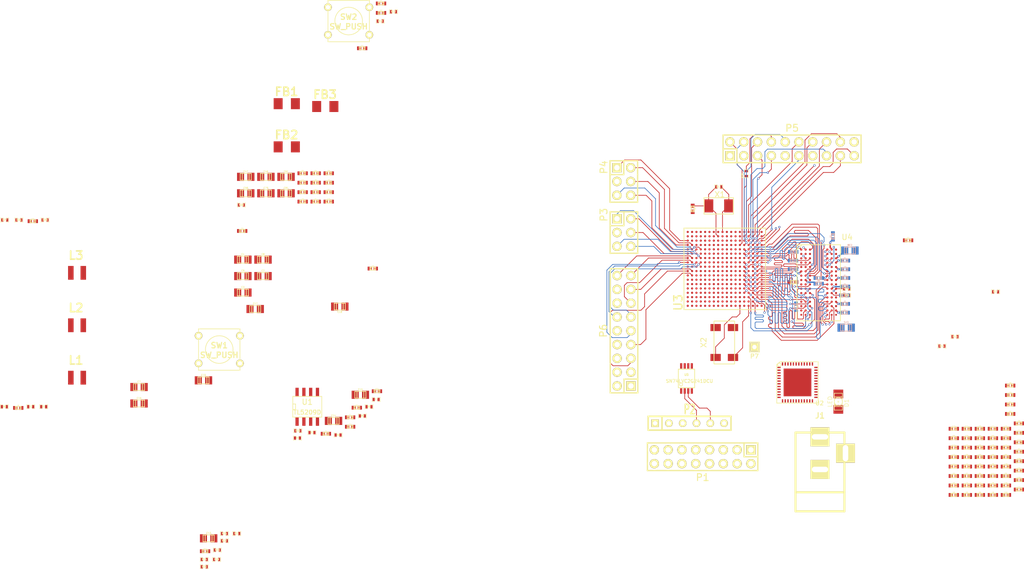
<source format=kicad_pcb>
(kicad_pcb (version 3) (host pcbnew "(2014-03-29 BZR 4775)-product")
  (layers (15 F.Cu signal) (2 Inner2.Cu mixed) (1 Inner1.Cu mixed) (0 B.Cu signal) (18 B.Paste user) (19 F.Paste user) (20 B.SilkS user) (21 F.SilkS user) (22 B.Mask user) (23 F.Mask user) (28 Edge.Cuts user))
  (net 0 "")
  (net 1 +0.675V)
  (net 2 +1.1V)
  (net 3 +1.35V)
  (net 4 +1.8V)
  (net 5 +5V)
  (net 6 /processor1/DDR_A0)
  (net 7 /processor1/DDR_A1)
  (net 8 /processor1/DDR_A10)
  (net 9 /processor1/DDR_A11)
  (net 10 /processor1/DDR_A12)
  (net 11 /processor1/DDR_A13)
  (net 12 /processor1/DDR_A14)
  (net 13 /processor1/DDR_A15)
  (net 14 /processor1/DDR_A2)
  (net 15 /processor1/DDR_A3)
  (net 16 /processor1/DDR_A4)
  (net 17 /processor1/DDR_A5)
  (net 18 /processor1/DDR_A6)
  (net 19 /processor1/DDR_A7)
  (net 20 /processor1/DDR_A8)
  (net 21 /processor1/DDR_A9)
  (net 22 /processor1/DDR_BA0)
  (net 23 /processor1/DDR_BA1)
  (net 24 /processor1/DDR_BA2)
  (net 25 /processor1/DDR_D0)
  (net 26 /processor1/DDR_D1)
  (net 27 /processor1/DDR_D10)
  (net 28 /processor1/DDR_D11)
  (net 29 /processor1/DDR_D12)
  (net 30 /processor1/DDR_D13)
  (net 31 /processor1/DDR_D14)
  (net 32 /processor1/DDR_D15)
  (net 33 /processor1/DDR_D2)
  (net 34 /processor1/DDR_D3)
  (net 35 /processor1/DDR_D4)
  (net 36 /processor1/DDR_D5)
  (net 37 /processor1/DDR_D6)
  (net 38 /processor1/DDR_D7)
  (net 39 /processor1/DDR_D8)
  (net 40 /processor1/DDR_D9)
  (net 41 /processor1/LDO_PGOOD)
  (net 42 /processor1/PMIC_INT)
  (net 43 /processor1/PMIC_PGOOD)
  (net 44 /processor1/ddr3_memory/DDR_CASn)
  (net 45 /processor1/ddr3_memory/DDR_CKE)
  (net 46 /processor1/ddr3_memory/DDR_CLK)
  (net 47 /processor1/ddr3_memory/DDR_CLKn)
  (net 48 /processor1/ddr3_memory/DDR_CSn)
  (net 49 /processor1/ddr3_memory/DDR_DQM0)
  (net 50 /processor1/ddr3_memory/DDR_DQM1)
  (net 51 /processor1/ddr3_memory/DDR_DQS0)
  (net 52 /processor1/ddr3_memory/DDR_DQS1)
  (net 53 /processor1/ddr3_memory/DDR_DQSN0)
  (net 54 /processor1/ddr3_memory/DDR_DQSN1)
  (net 55 /processor1/ddr3_memory/DDR_ODT)
  (net 56 /processor1/ddr3_memory/DDR_RASn)
  (net 57 /processor1/ddr3_memory/DDR_RESETn)
  (net 58 /processor1/ddr3_memory/DDR_WEn)
  (net 59 /processor1/uSD/MMC0_CLK)
  (net 60 /processor1/uSD/MMC0_CMD)
  (net 61 /processor1/uSD/MMC0_DAT0)
  (net 62 /processor1/uSD/MMC0_DAT1)
  (net 63 /processor1/uSD/MMC0_DAT2)
  (net 64 /processor1/uSD/MMC0_DAT3)
  (net 65 /processor2/I2C0_SCL)
  (net 66 /processor2/I2C0_SDA)
  (net 67 /processor2/LCD_DATA0)
  (net 68 /processor2/LCD_DATA1)
  (net 69 /processor2/LCD_DATA10)
  (net 70 /processor2/LCD_DATA11)
  (net 71 /processor2/LCD_DATA12)
  (net 72 /processor2/LCD_DATA13)
  (net 73 /processor2/LCD_DATA14)
  (net 74 /processor2/LCD_DATA15)
  (net 75 /processor2/LCD_DATA2)
  (net 76 /processor2/LCD_DATA3)
  (net 77 /processor2/LCD_DATA4)
  (net 78 /processor2/LCD_DATA5)
  (net 79 /processor2/LCD_DATA6)
  (net 80 /processor2/LCD_DATA7)
  (net 81 /processor2/LCD_DATA8)
  (net 82 /processor2/LCD_DATA9)
  (net 83 /processor2/LCD_DE)
  (net 84 /processor2/LCD_HSYNC)
  (net 85 /processor2/LCD_PCLK)
  (net 86 /processor2/LCD_VSYNC)
  (net 87 /processor2/MDIO_CLK)
  (net 88 /processor2/MDIO_DATA)
  (net 89 /processor2/MII1_COL)
  (net 90 /processor2/MII1_CRS_DV)
  (net 91 /processor2/MII1_REFCLK)
  (net 92 /processor2/MII1_RXCLK)
  (net 93 /processor2/MII1_RXD0)
  (net 94 /processor2/MII1_RXD1)
  (net 95 /processor2/MII1_RXD2)
  (net 96 /processor2/MII1_RXD3)
  (net 97 /processor2/MII1_RXDV)
  (net 98 /processor2/MII1_RXERR)
  (net 99 /processor2/MII1_TXCLK)
  (net 100 /processor2/MII1_TXD0)
  (net 101 /processor2/MII1_TXD1)
  (net 102 /processor2/MII1_TXD2)
  (net 103 /processor2/MII1_TXD3)
  (net 104 /processor2/MII1_TXEN)
  (net 105 /processor2/PMIC_POWER_EN)
  (net 106 /processor2/USB0_CE)
  (net 107 /processor2/USB0_DM)
  (net 108 /processor2/USB0_DP)
  (net 109 /processor2/USB0_DRVBUS)
  (net 110 /processor2/USB0_ID)
  (net 111 /processor2/USB0_VBUS)
  (net 112 /processor2/USB1_CE)
  (net 113 /processor2/USB1_DP)
  (net 114 /processor2/USB1_DRVBUS)
  (net 115 /processor2/USB1_ID)
  (net 116 /processor2/USB1_VBUS)
  (net 117 /processor2/USb1_DM)
  (net 118 /processor2/WAKEUP)
  (net 119 3V3)
  (net 120 DGND)
  (net 121 GNDA)
  (net 122 MMC0_CD)
  (net 123 "Net-(C104-Pad1)")
  (net 124 "Net-(C19-Pad1)")
  (net 125 "Net-(C20-Pad2)")
  (net 126 "Net-(C21-Pad1)")
  (net 127 "Net-(C21-Pad2)")
  (net 128 "Net-(C22-Pad2)")
  (net 129 "Net-(C23-Pad1)")
  (net 130 "Net-(C24-Pad1)")
  (net 131 "Net-(C4-Pad2)")
  (net 132 "Net-(C5-Pad1)")
  (net 133 "Net-(C6-Pad2)")
  (net 134 "Net-(C65-Pad1)")
  (net 135 "Net-(C68-Pad1)")
  (net 136 "Net-(C71-Pad1)")
  (net 137 "Net-(C92-Pad1)")
  (net 138 "Net-(D1-Pad2)")
  (net 139 "Net-(J1-Pad2)")
  (net 140 "Net-(L1-Pad1)")
  (net 141 "Net-(L2-Pad1)")
  (net 142 "Net-(L3-Pad1)")
  (net 143 "Net-(P2-Pad2)")
  (net 144 "Net-(P2-Pad3)")
  (net 145 "Net-(P2-Pad4)")
  (net 146 "Net-(P2-Pad5)")
  (net 147 "Net-(P2-Pad6)")
  (net 148 "Net-(P7-Pad1)")
  (net 149 "Net-(R12-Pad1)")
  (net 150 "Net-(R18-Pad1)")
  (net 151 "Net-(R28-Pad1)")
  (net 152 "Net-(R29-Pad1)")
  (net 153 "Net-(R30-Pad1)")
  (net 154 "Net-(R5-Pad1)")
  (net 155 "Net-(SW1-Pad2)")
  (net 156 "Net-(U2-Pad11)")
  (net 157 "Net-(U2-Pad14)")
  (net 158 "Net-(U2-Pad15)")
  (net 159 "Net-(U2-Pad16)")
  (net 160 "Net-(U2-Pad17)")
  (net 161 "Net-(U2-Pad33)")
  (net 162 "Net-(U2-Pad34)")
  (net 163 "Net-(U2-Pad35)")
  (net 164 "Net-(U2-Pad36)")
  (net 165 "Net-(U2-Pad37)")
  (net 166 "Net-(U2-Pad38)")
  (net 167 "Net-(U2-Pad4)")
  (net 168 "Net-(U2-Pad44)")
  (net 169 "Net-(U2-Pad5)")
  (net 170 "Net-(U2-Pad6)")
  (net 171 "Net-(U3-PadA11)")
  (net 172 "Net-(U3-PadA12)")
  (net 173 "Net-(U3-PadA13)")
  (net 174 "Net-(U3-PadA14)")
  (net 175 "Net-(U3-PadA15)")
  (net 176 "Net-(U3-PadA16)")
  (net 177 "Net-(U3-PadA17)")
  (net 178 "Net-(U3-PadA7)")
  (net 179 "Net-(U3-PadA8)")
  (net 180 "Net-(U3-PadA9)")
  (net 181 "Net-(U3-PadB10)")
  (net 182 "Net-(U3-PadB11)")
  (net 183 "Net-(U3-PadB12)")
  (net 184 "Net-(U3-PadB13)")
  (net 185 "Net-(U3-PadB14)")
  (net 186 "Net-(U3-PadB16)")
  (net 187 "Net-(U3-PadB17)")
  (net 188 "Net-(U3-PadB6)")
  (net 189 "Net-(U3-PadB7)")
  (net 190 "Net-(U3-PadB8)")
  (net 191 "Net-(U3-PadB9)")
  (net 192 "Net-(U3-PadC11)")
  (net 193 "Net-(U3-PadC12)")
  (net 194 "Net-(U3-PadC13)")
  (net 195 "Net-(U3-PadC14)")
  (net 196 "Net-(U3-PadC18)")
  (net 197 "Net-(U3-PadC7)")
  (net 198 "Net-(U3-PadC8)")
  (net 199 "Net-(U3-PadC9)")
  (net 200 "Net-(U3-PadD12)")
  (net 201 "Net-(U3-PadD13)")
  (net 202 "Net-(U3-PadD14)")
  (net 203 "Net-(U3-PadD15)")
  (net 204 "Net-(U3-PadD16)")
  (net 205 "Net-(U3-PadD17)")
  (net 206 "Net-(U3-PadD18)")
  (net 207 "Net-(U3-PadE15)")
  (net 208 "Net-(U3-PadE16)")
  (net 209 "Net-(U3-PadE17)")
  (net 210 "Net-(U3-PadE18)")
  (net 211 "Net-(U3-PadM5)")
  (net 212 "Net-(U3-PadR12)")
  (net 213 "Net-(U3-PadR13)")
  (net 214 "Net-(U3-PadR14)")
  (net 215 "Net-(U3-PadR7)")
  (net 216 "Net-(U3-PadR8)")
  (net 217 "Net-(U3-PadR9)")
  (net 218 "Net-(U3-PadT10)")
  (net 219 "Net-(U3-PadT11)")
  (net 220 "Net-(U3-PadT12)")
  (net 221 "Net-(U3-PadT13)")
  (net 222 "Net-(U3-PadT14)")
  (net 223 "Net-(U3-PadT15)")
  (net 224 "Net-(U3-PadT16)")
  (net 225 "Net-(U3-PadT17)")
  (net 226 "Net-(U3-PadT6)")
  (net 227 "Net-(U3-PadT7)")
  (net 228 "Net-(U3-PadT8)")
  (net 229 "Net-(U3-PadT9)")
  (net 230 "Net-(U3-PadU10)")
  (net 231 "Net-(U3-PadU12)")
  (net 232 "Net-(U3-PadU13)")
  (net 233 "Net-(U3-PadU14)")
  (net 234 "Net-(U3-PadU15)")
  (net 235 "Net-(U3-PadU16)")
  (net 236 "Net-(U3-PadU17)")
  (net 237 "Net-(U3-PadU18)")
  (net 238 "Net-(U3-PadU6)")
  (net 239 "Net-(U3-PadU7)")
  (net 240 "Net-(U3-PadU8)")
  (net 241 "Net-(U3-PadU9)")
  (net 242 "Net-(U3-PadV12)")
  (net 243 "Net-(U3-PadV13)")
  (net 244 "Net-(U3-PadV14)")
  (net 245 "Net-(U3-PadV15)")
  (net 246 "Net-(U3-PadV16)")
  (net 247 "Net-(U3-PadV6)")
  (net 248 "Net-(U3-PadV7)")
  (net 249 "Net-(U3-PadV8)")
  (net 250 "Net-(U3-PadV9)")
  (net 251 "Net-(U4-PadJ1)")
  (net 252 "Net-(U4-PadJ9)")
  (net 253 "Net-(U4-PadL1)")
  (net 254 "Net-(U4-PadL9)")
  (module Capacitors_SMD:c_0402 (layer F.Cu) (at 91.07269 112.209)
    (fp_text reference C1 (at 0 -0.4826) (layer F.SilkS) (effects (font (size 0.1524 0.1524) (thickness 0.03048))))
    (fp_text value 2.2uF,6.3V hide)
    (pad 1 smd rect (at 0.54864 0) (size 0.8001 0.6985) (layers F.Cu F.Paste F.Mask) (net 5 +5V))
    (pad 2 smd rect (at -0.54864 0) (size 0.8001 0.6985) (layers F.Cu F.Paste F.Mask) (net 120 DGND))
  )
  (module Capacitors_SMD:c_0805 (layer F.Cu) (at 75.03674 86.215844)
    (fp_text reference C2 (at 0 -0.9906) (layer F.SilkS) (effects (font (size 0.29972 0.29972) (thickness 0.06096))))
    (fp_text value 10uF,10V hide)
    (pad 1 smd rect (at 0.9525 0) (size 1.30048 1.4986) (layers F.Cu F.Paste F.Mask) (net 5 +5V))
    (pad 2 smd rect (at -0.9525 0) (size 1.30048 1.4986) (layers F.Cu F.Paste F.Mask) (net 120 DGND))
  )
  (module Capacitors_SMD:c_0805 (layer F.Cu) (at 71.32674 89.245844)
    (fp_text reference C3 (at 0 -0.9906) (layer F.SilkS) (effects (font (size 0.29972 0.29972) (thickness 0.06096))))
    (fp_text value 10uF,10V hide)
    (pad 1 smd rect (at 0.9525 0) (size 1.30048 1.4986) (layers F.Cu F.Paste F.Mask) (net 5 +5V))
    (pad 2 smd rect (at -0.9525 0) (size 1.30048 1.4986) (layers F.Cu F.Paste F.Mask) (net 120 DGND))
  )
  (module Capacitors_SMD:c_0805 (layer F.Cu) (at 71.32674 83.185844)
    (fp_text reference C4 (at 0 -0.9906) (layer F.SilkS) (effects (font (size 0.29972 0.29972) (thickness 0.06096))))
    (fp_text value 10uF,10V hide)
    (pad 1 smd rect (at 0.9525 0) (size 1.30048 1.4986) (layers F.Cu F.Paste F.Mask) (net 120 DGND))
    (pad 2 smd rect (at -0.9525 0) (size 1.30048 1.4986) (layers F.Cu F.Paste F.Mask) (net 131 "Net-(C4-Pad2)"))
  )
  (module Capacitors_SMD:c_0402 (layer F.Cu) (at 86.61269 115.239)
    (fp_text reference C5 (at 0 -0.4826) (layer F.SilkS) (effects (font (size 0.1524 0.1524) (thickness 0.03048))))
    (fp_text value 470pF,6.3V hide)
    (pad 1 smd rect (at 0.54864 0) (size 0.8001 0.6985) (layers F.Cu F.Paste F.Mask) (net 132 "Net-(C5-Pad1)"))
    (pad 2 smd rect (at -0.54864 0) (size 0.8001 0.6985) (layers F.Cu F.Paste F.Mask) (net 120 DGND))
  )
  (module Capacitors_SMD:c_0402 (layer F.Cu) (at 29.98269 110.479)
    (fp_text reference C6 (at 0 -0.4826) (layer F.SilkS) (effects (font (size 0.1524 0.1524) (thickness 0.03048))))
    (fp_text value 0.1uF,3V hide)
    (pad 1 smd rect (at 0.54864 0) (size 0.8001 0.6985) (layers F.Cu F.Paste F.Mask) (net 120 DGND))
    (pad 2 smd rect (at -0.54864 0) (size 0.8001 0.6985) (layers F.Cu F.Paste F.Mask) (net 133 "Net-(C6-Pad2)"))
  )
  (module Capacitors_SMD:c_0805 (layer F.Cu) (at 52.21674 106.635844)
    (fp_text reference C7 (at 0 -0.9906) (layer F.SilkS) (effects (font (size 0.29972 0.29972) (thickness 0.06096))))
    (fp_text value 10uF,10V hide)
    (pad 1 smd rect (at 0.9525 0) (size 1.30048 1.4986) (layers F.Cu F.Paste F.Mask) (net 120 DGND))
    (pad 2 smd rect (at -0.9525 0) (size 1.30048 1.4986) (layers F.Cu F.Paste F.Mask) (net 5 +5V))
  )
  (module Capacitors_SMD:c_0805 (layer F.Cu) (at 75.03674 83.185844)
    (fp_text reference C8 (at 0 -0.9906) (layer F.SilkS) (effects (font (size 0.29972 0.29972) (thickness 0.06096))))
    (fp_text value 10uF,10V hide)
    (pad 1 smd rect (at 0.9525 0) (size 1.30048 1.4986) (layers F.Cu F.Paste F.Mask) (net 5 +5V))
    (pad 2 smd rect (at -0.9525 0) (size 1.30048 1.4986) (layers F.Cu F.Paste F.Mask) (net 120 DGND))
  )
  (module Capacitors_SMD:c_0805 (layer F.Cu) (at 71.32674 86.215844)
    (fp_text reference C9 (at 0 -0.9906) (layer F.SilkS) (effects (font (size 0.29972 0.29972) (thickness 0.06096))))
    (fp_text value 10uF,10V hide)
    (pad 1 smd rect (at 0.9525 0) (size 1.30048 1.4986) (layers F.Cu F.Paste F.Mask) (net 120 DGND))
    (pad 2 smd rect (at -0.9525 0) (size 1.30048 1.4986) (layers F.Cu F.Paste F.Mask) (net 5 +5V))
  )
  (module Capacitors_SMD:c_0805 (layer F.Cu) (at 64.07674 105.405844)
    (fp_text reference C10 (at 0 -0.9906) (layer F.SilkS) (effects (font (size 0.29972 0.29972) (thickness 0.06096))))
    (fp_text value 10uF,10V hide)
    (pad 1 smd rect (at 0.9525 0) (size 1.30048 1.4986) (layers F.Cu F.Paste F.Mask) (net 120 DGND))
    (pad 2 smd rect (at -0.9525 0) (size 1.30048 1.4986) (layers F.Cu F.Paste F.Mask) (net 5 +5V))
  )
  (module Capacitors_SMD:c_0402 (layer F.Cu) (at 92.30269 110.439)
    (fp_text reference C11 (at 0 -0.4826) (layer F.SilkS) (effects (font (size 0.1524 0.1524) (thickness 0.03048))))
    (fp_text value 0.1uF,6.3V hide)
    (pad 1 smd rect (at 0.54864 0) (size 0.8001 0.6985) (layers F.Cu F.Paste F.Mask) (net 119 3V3))
    (pad 2 smd rect (at -0.54864 0) (size 0.8001 0.6985) (layers F.Cu F.Paste F.Mask) (net 120 DGND))
  )
  (module Capacitors_SMD:c_0402 (layer F.Cu) (at 96.01269 107.409)
    (fp_text reference C12 (at 0 -0.4826) (layer F.SilkS) (effects (font (size 0.1524 0.1524) (thickness 0.03048))))
    (fp_text value 2.2uF,6.3V hide)
    (pad 1 smd rect (at 0.54864 0) (size 0.8001 0.6985) (layers F.Cu F.Paste F.Mask) (net 119 3V3))
    (pad 2 smd rect (at -0.54864 0) (size 0.8001 0.6985) (layers F.Cu F.Paste F.Mask) (net 120 DGND))
  )
  (module Capacitors_SMD:c_0402 (layer F.Cu) (at 91.07269 113.949)
    (fp_text reference C13 (at 0 -0.4826) (layer F.SilkS) (effects (font (size 0.1524 0.1524) (thickness 0.03048))))
    (fp_text value 2.2uF,6.3V hide)
    (pad 1 smd rect (at 0.54864 0) (size 0.8001 0.6985) (layers F.Cu F.Paste F.Mask) (net 4 +1.8V))
    (pad 2 smd rect (at -0.54864 0) (size 0.8001 0.6985) (layers F.Cu F.Paste F.Mask) (net 120 DGND))
  )
  (module Capacitors_SMD:c_0805 (layer F.Cu) (at 88.01674 112.865844)
    (fp_text reference C14 (at 0 -0.9906) (layer F.SilkS) (effects (font (size 0.29972 0.29972) (thickness 0.06096))))
    (fp_text value 10uF,10V hide)
    (pad 1 smd rect (at 0.9525 0) (size 1.30048 1.4986) (layers F.Cu F.Paste F.Mask) (net 119 3V3))
    (pad 2 smd rect (at -0.9525 0) (size 1.30048 1.4986) (layers F.Cu F.Paste F.Mask) (net 120 DGND))
  )
  (module Capacitors_SMD:c_0805 (layer F.Cu) (at 92.95674 108.065844)
    (fp_text reference C15 (at 0 -0.9906) (layer F.SilkS) (effects (font (size 0.29972 0.29972) (thickness 0.06096))))
    (fp_text value 10uF,10V hide)
    (pad 1 smd rect (at 0.9525 0) (size 1.30048 1.4986) (layers F.Cu F.Paste F.Mask) (net 4 +1.8V))
    (pad 2 smd rect (at -0.9525 0) (size 1.30048 1.4986) (layers F.Cu F.Paste F.Mask) (net 120 DGND))
  )
  (module Capacitors_SMD:c_0805 (layer F.Cu) (at 52.21674 109.665844)
    (fp_text reference C16 (at 0 -0.9906) (layer F.SilkS) (effects (font (size 0.29972 0.29972) (thickness 0.06096))))
    (fp_text value 10uF,10V hide)
    (pad 1 smd rect (at 0.9525 0) (size 1.30048 1.4986) (layers F.Cu F.Paste F.Mask) (net 2 +1.1V))
    (pad 2 smd rect (at -0.9525 0) (size 1.30048 1.4986) (layers F.Cu F.Paste F.Mask) (net 120 DGND))
  )
  (module Capacitors_SMD:c_0805 (layer F.Cu) (at 73.59674 92.275844)
    (fp_text reference C17 (at 0 -0.9906) (layer F.SilkS) (effects (font (size 0.29972 0.29972) (thickness 0.06096))))
    (fp_text value 10uF,10V hide)
    (pad 1 smd rect (at 0.9525 0) (size 1.30048 1.4986) (layers F.Cu F.Paste F.Mask) (net 2 +1.1V))
    (pad 2 smd rect (at -0.9525 0) (size 1.30048 1.4986) (layers F.Cu F.Paste F.Mask) (net 120 DGND))
  )
  (module Capacitors_SMD:c_0805 (layer F.Cu) (at 89.17 91.83 180)
    (fp_text reference C18 (at 0 -0.9906 180) (layer F.SilkS) (effects (font (size 0.29972 0.29972) (thickness 0.06096))))
    (fp_text value 10uF,10V hide)
    (pad 1 smd rect (at 0.9525 0 180) (size 1.30048 1.4986) (layers F.Cu F.Paste F.Mask) (net 3 +1.35V))
    (pad 2 smd rect (at -0.9525 0 180) (size 1.30048 1.4986) (layers F.Cu F.Paste F.Mask) (net 120 DGND))
  )
  (module Capacitors_SMD:c_0402 (layer F.Cu) (at 95.24269 84.829)
    (fp_text reference C19 (at 0 -0.4826) (layer F.SilkS) (effects (font (size 0.1524 0.1524) (thickness 0.03048))))
    (fp_text value 18pF,50V hide)
    (pad 1 smd rect (at 0.54864 0) (size 0.8001 0.6985) (layers F.Cu F.Paste F.Mask) (net 124 "Net-(C19-Pad1)"))
    (pad 2 smd rect (at -0.54864 0) (size 0.8001 0.6985) (layers F.Cu F.Paste F.Mask) (net 120 DGND))
  )
  (module Capacitors_SMD:c_0402 (layer F.Cu) (at 154.13 73.84 270)
    (fp_text reference C20 (at 0 -0.4826 270) (layer F.SilkS) (effects (font (size 0.1524 0.1524) (thickness 0.03048))))
    (fp_text value 18pF,50V hide)
    (pad 1 smd rect (at 0.54864 0 270) (size 0.8001 0.6985) (layers F.Cu F.Paste F.Mask) (net 120 DGND))
    (pad 2 smd rect (at -0.54864 0 270) (size 0.8001 0.6985) (layers F.Cu F.Paste F.Mask) (net 125 "Net-(C20-Pad2)"))
  )
  (module Capacitors_SMD:c_0402 (layer F.Cu) (at 93.29269 44.279)
    (fp_text reference C21 (at 0 -0.4826) (layer F.SilkS) (effects (font (size 0.1524 0.1524) (thickness 0.03048))))
    (fp_text value 18pF,50V hide)
    (pad 1 smd rect (at 0.54864 0) (size 0.8001 0.6985) (layers F.Cu F.Paste F.Mask) (net 126 "Net-(C21-Pad1)"))
    (pad 2 smd rect (at -0.54864 0) (size 0.8001 0.6985) (layers F.Cu F.Paste F.Mask) (net 127 "Net-(C21-Pad2)"))
  )
  (module Capacitors_SMD:c_0402 (layer F.Cu) (at 96.76269 37.769)
    (fp_text reference C22 (at 0 -0.4826) (layer F.SilkS) (effects (font (size 0.1524 0.1524) (thickness 0.03048))))
    (fp_text value 18pF,50V hide)
    (pad 1 smd rect (at 0.54864 0) (size 0.8001 0.6985) (layers F.Cu F.Paste F.Mask) (net 126 "Net-(C21-Pad1)"))
    (pad 2 smd rect (at -0.54864 0) (size 0.8001 0.6985) (layers F.Cu F.Paste F.Mask) (net 128 "Net-(C22-Pad2)"))
  )
  (module Capacitors_SMD:c_0402 (layer F.Cu) (at 71.20269 77.909)
    (fp_text reference C23 (at 0 -0.4826) (layer F.SilkS) (effects (font (size 0.1524 0.1524) (thickness 0.03048))))
    (fp_text value 0.1uF,6.3V hide)
    (pad 1 smd rect (at 0.54864 0) (size 0.8001 0.6985) (layers F.Cu F.Paste F.Mask) (net 129 "Net-(C23-Pad1)"))
    (pad 2 smd rect (at -0.54864 0) (size 0.8001 0.6985) (layers F.Cu F.Paste F.Mask) (net 120 DGND))
  )
  (module Capacitors_SMD:c_0402 (layer F.Cu) (at 96.76269 36.029)
    (fp_text reference C24 (at 0 -0.4826) (layer F.SilkS) (effects (font (size 0.1524 0.1524) (thickness 0.03048))))
    (fp_text value 1uF,10V hide)
    (pad 1 smd rect (at 0.54864 0) (size 0.8001 0.6985) (layers F.Cu F.Paste F.Mask) (net 130 "Net-(C24-Pad1)"))
    (pad 2 smd rect (at -0.54864 0) (size 0.8001 0.6985) (layers F.Cu F.Paste F.Mask) (net 120 DGND))
  )
  (module Capacitors_SMD:c_0402 (layer B.Cu) (at 179.94 78.91 270)
    (fp_text reference C25 (at 0 0.4826 270) (layer B.SilkS) (effects (font (size 0.1524 0.1524) (thickness 0.03048)) (justify mirror)))
    (fp_text value 0.1uF,6.3V hide)
    (pad 1 smd rect (at 0.54864 0 270) (size 0.8001 0.6985) (layers B.Cu B.Paste B.Mask) (net 3 +1.35V))
    (pad 2 smd rect (at -0.54864 0 270) (size 0.8001 0.6985) (layers B.Cu B.Paste B.Mask) (net 120 DGND))
  )
  (module Capacitors_SMD:c_0402 (layer B.Cu) (at 182.16 83.36 180)
    (fp_text reference C26 (at 0 0.4826 180) (layer B.SilkS) (effects (font (size 0.1524 0.1524) (thickness 0.03048)) (justify mirror)))
    (fp_text value 0.1uF,6.3V hide)
    (pad 1 smd rect (at 0.54864 0 180) (size 0.8001 0.6985) (layers B.Cu B.Paste B.Mask) (net 3 +1.35V))
    (pad 2 smd rect (at -0.54864 0 180) (size 0.8001 0.6985) (layers B.Cu B.Paste B.Mask) (net 120 DGND))
  )
  (module Capacitors_SMD:c_0402 (layer B.Cu) (at 182.16 84.96 180)
    (fp_text reference C27 (at 0 0.4826 180) (layer B.SilkS) (effects (font (size 0.1524 0.1524) (thickness 0.03048)) (justify mirror)))
    (fp_text value 0.1uF,6.3V hide)
    (pad 1 smd rect (at 0.54864 0 180) (size 0.8001 0.6985) (layers B.Cu B.Paste B.Mask) (net 3 +1.35V))
    (pad 2 smd rect (at -0.54864 0 180) (size 0.8001 0.6985) (layers B.Cu B.Paste B.Mask) (net 120 DGND))
  )
  (module Capacitors_SMD:c_0402 (layer B.Cu) (at 182.17 86.57 180)
    (fp_text reference C28 (at 0 0.4826 180) (layer B.SilkS) (effects (font (size 0.1524 0.1524) (thickness 0.03048)) (justify mirror)))
    (fp_text value 0.1uF,6.3V hide)
    (pad 1 smd rect (at 0.54864 0 180) (size 0.8001 0.6985) (layers B.Cu B.Paste B.Mask) (net 3 +1.35V))
    (pad 2 smd rect (at -0.54864 0 180) (size 0.8001 0.6985) (layers B.Cu B.Paste B.Mask) (net 120 DGND))
  )
  (module Capacitors_SMD:c_0402 (layer B.Cu) (at 182.16 88.15 180)
    (fp_text reference C29 (at 0 0.4826 180) (layer B.SilkS) (effects (font (size 0.1524 0.1524) (thickness 0.03048)) (justify mirror)))
    (fp_text value 0.1uF,6.3V hide)
    (pad 1 smd rect (at 0.54864 0 180) (size 0.8001 0.6985) (layers B.Cu B.Paste B.Mask) (net 3 +1.35V))
    (pad 2 smd rect (at -0.54864 0 180) (size 0.8001 0.6985) (layers B.Cu B.Paste B.Mask) (net 120 DGND))
  )
  (module Capacitors_SMD:c_0402 (layer B.Cu) (at 182.04 89.76 180)
    (fp_text reference C30 (at 0 0.4826 180) (layer B.SilkS) (effects (font (size 0.1524 0.1524) (thickness 0.03048)) (justify mirror)))
    (fp_text value 0.1uF,6.3V hide)
    (pad 1 smd rect (at 0.54864 0 180) (size 0.8001 0.6985) (layers B.Cu B.Paste B.Mask) (net 3 +1.35V))
    (pad 2 smd rect (at -0.54864 0 180) (size 0.8001 0.6985) (layers B.Cu B.Paste B.Mask) (net 120 DGND))
  )
  (module Capacitors_SMD:c_0402 (layer B.Cu) (at 182.14 91.33 180)
    (fp_text reference C31 (at 0 0.4826 180) (layer B.SilkS) (effects (font (size 0.1524 0.1524) (thickness 0.03048)) (justify mirror)))
    (fp_text value 0.1uF,6.3V hide)
    (pad 1 smd rect (at 0.54864 0 180) (size 0.8001 0.6985) (layers B.Cu B.Paste B.Mask) (net 3 +1.35V))
    (pad 2 smd rect (at -0.54864 0 180) (size 0.8001 0.6985) (layers B.Cu B.Paste B.Mask) (net 120 DGND))
  )
  (module Capacitors_SMD:c_0402 (layer B.Cu) (at 182.11 92.95 180)
    (fp_text reference C32 (at 0 0.4826 180) (layer B.SilkS) (effects (font (size 0.1524 0.1524) (thickness 0.03048)) (justify mirror)))
    (fp_text value 0.1uF,6.3V hide)
    (pad 1 smd rect (at 0.54864 0 180) (size 0.8001 0.6985) (layers B.Cu B.Paste B.Mask) (net 3 +1.35V))
    (pad 2 smd rect (at -0.54864 0 180) (size 0.8001 0.6985) (layers B.Cu B.Paste B.Mask) (net 120 DGND))
  )
  (module Capacitors_SMD:c_0402 (layer B.Cu) (at 172.63 81.75)
    (fp_text reference C33 (at 0 0.4826) (layer B.SilkS) (effects (font (size 0.1524 0.1524) (thickness 0.03048)) (justify mirror)))
    (fp_text value 0.1uF,6.3V hide)
    (pad 1 smd rect (at 0.54864 0) (size 0.8001 0.6985) (layers B.Cu B.Paste B.Mask) (net 3 +1.35V))
    (pad 2 smd rect (at -0.54864 0) (size 0.8001 0.6985) (layers B.Cu B.Paste B.Mask) (net 120 DGND))
  )
  (module Capacitors_SMD:c_0402 (layer B.Cu) (at 172.58 83.37)
    (fp_text reference C34 (at 0 0.52) (layer B.SilkS) (effects (font (size 0.1524 0.1524) (thickness 0.03048)) (justify mirror)))
    (fp_text value 0.1uF,6.3V hide)
    (pad 1 smd rect (at 0.54864 0) (size 0.8001 0.6985) (layers B.Cu B.Paste B.Mask) (net 3 +1.35V))
    (pad 2 smd rect (at -0.54864 0) (size 0.8001 0.6985) (layers B.Cu B.Paste B.Mask) (net 120 DGND))
  )
  (module Capacitors_SMD:c_0402 (layer F.Cu) (at 172.62 87.31 180)
    (fp_text reference C35 (at 0 -0.4826 180) (layer F.SilkS) (effects (font (size 0.1524 0.1524) (thickness 0.03048))))
    (fp_text value 0.001uF,50V hide)
    (pad 1 smd rect (at 0.54864 0 180) (size 0.8001 0.6985) (layers F.Cu F.Paste F.Mask) (net 1 +0.675V))
    (pad 2 smd rect (at -0.54864 0 180) (size 0.8001 0.6985) (layers F.Cu F.Paste F.Mask) (net 120 DGND))
  )
  (module Capacitors_SMD:c_0402 (layer B.Cu) (at 172.59 84.95)
    (fp_text reference C36 (at 0 0.4826) (layer B.SilkS) (effects (font (size 0.1524 0.1524) (thickness 0.03048)) (justify mirror)))
    (fp_text value 0.1uF,6.3V hide)
    (pad 1 smd rect (at 0.54864 0) (size 0.8001 0.6985) (layers B.Cu B.Paste B.Mask) (net 3 +1.35V))
    (pad 2 smd rect (at -0.54864 0) (size 0.8001 0.6985) (layers B.Cu B.Paste B.Mask) (net 120 DGND))
  )
  (module Capacitors_SMD:c_0402 (layer F.Cu) (at 193.78 79.63)
    (fp_text reference C37 (at 0 -0.4826) (layer F.SilkS) (effects (font (size 0.1524 0.1524) (thickness 0.03048))))
    (fp_text value 0.1uF,6.3V hide)
    (pad 1 smd rect (at 0.54864 0) (size 0.8001 0.6985) (layers F.Cu F.Paste F.Mask) (net 1 +0.675V))
    (pad 2 smd rect (at -0.54864 0) (size 0.8001 0.6985) (layers F.Cu F.Paste F.Mask) (net 120 DGND))
  )
  (module Capacitors_SMD:c_0805 (layer B.Cu) (at 183.07 81.51 180)
    (fp_text reference C38 (at 0 0.9906 180) (layer B.SilkS) (effects (font (size 0.29972 0.29972) (thickness 0.06096)) (justify mirror)))
    (fp_text value 10uF,10V hide)
    (pad 1 smd rect (at 0.9525 0 180) (size 1.30048 1.4986) (layers B.Cu B.Paste B.Mask) (net 3 +1.35V))
    (pad 2 smd rect (at -0.9525 0 180) (size 1.30048 1.4986) (layers B.Cu B.Paste B.Mask) (net 120 DGND))
  )
  (module Capacitors_SMD:c_0402 (layer B.Cu) (at 177.33 86.56)
    (fp_text reference C39 (at 0 0.4826) (layer B.SilkS) (effects (font (size 0.1524 0.1524) (thickness 0.03048)) (justify mirror)))
    (fp_text value 0.1uF,6.3V hide)
    (pad 1 smd rect (at 0.54864 0) (size 0.8001 0.6985) (layers B.Cu B.Paste B.Mask) (net 3 +1.35V))
    (pad 2 smd rect (at -0.54864 0) (size 0.8001 0.6985) (layers B.Cu B.Paste B.Mask) (net 120 DGND))
  )
  (module Capacitors_SMD:c_0402 (layer B.Cu) (at 173.16 91.84 90)
    (fp_text reference C40 (at 0 0.4826 90) (layer B.SilkS) (effects (font (size 0.1524 0.1524) (thickness 0.03048)) (justify mirror)))
    (fp_text value 0.1uF,6.3V hide)
    (pad 1 smd rect (at 0.54864 0 90) (size 0.8001 0.6985) (layers B.Cu B.Paste B.Mask) (net 3 +1.35V))
    (pad 2 smd rect (at -0.54864 0 90) (size 0.8001 0.6985) (layers B.Cu B.Paste B.Mask) (net 120 DGND))
  )
  (module Capacitors_SMD:c_0402 (layer B.Cu) (at 177.32 87.62 180)
    (fp_text reference C41 (at 0 0.4826 180) (layer B.SilkS) (effects (font (size 0.1524 0.1524) (thickness 0.03048)) (justify mirror)))
    (fp_text value 0.1uF,6.3V hide)
    (pad 1 smd rect (at 0.54864 0 180) (size 0.8001 0.6985) (layers B.Cu B.Paste B.Mask) (net 3 +1.35V))
    (pad 2 smd rect (at -0.54864 0 180) (size 0.8001 0.6985) (layers B.Cu B.Paste B.Mask) (net 120 DGND))
  )
  (module Capacitors_SMD:c_0805 (layer B.Cu) (at 182.38 95.71 180)
    (fp_text reference C42 (at 0 0.9906 180) (layer B.SilkS) (effects (font (size 0.29972 0.29972) (thickness 0.06096)) (justify mirror)))
    (fp_text value 10uF,10V hide)
    (pad 1 smd rect (at 0.9525 0 180) (size 1.30048 1.4986) (layers B.Cu B.Paste B.Mask) (net 3 +1.35V))
    (pad 2 smd rect (at -0.9525 0 180) (size 1.30048 1.4986) (layers B.Cu B.Paste B.Mask) (net 120 DGND))
  )
  (module Capacitors_SMD:c_0805 (layer F.Cu) (at 65.02674 134.485844)
    (fp_text reference C43 (at 0 -0.9906) (layer F.SilkS) (effects (font (size 0.29972 0.29972) (thickness 0.06096))))
    (fp_text value 10uF,10V hide)
    (pad 1 smd rect (at 0.9525 0) (size 1.30048 1.4986) (layers F.Cu F.Paste F.Mask) (net 119 3V3))
    (pad 2 smd rect (at -0.9525 0) (size 1.30048 1.4986) (layers F.Cu F.Paste F.Mask) (net 120 DGND))
  )
  (module Capacitors_SMD:c_0402 (layer F.Cu) (at 64.37269 136.859)
    (fp_text reference C44 (at 0 -0.4826) (layer F.SilkS) (effects (font (size 0.1524 0.1524) (thickness 0.03048))))
    (fp_text value 0.1uF,6.3V hide)
    (pad 1 smd rect (at 0.54864 0) (size 0.8001 0.6985) (layers F.Cu F.Paste F.Mask) (net 119 3V3))
    (pad 2 smd rect (at -0.54864 0) (size 0.8001 0.6985) (layers F.Cu F.Paste F.Mask) (net 120 DGND))
  )
  (module Capacitors_SMD:c_0402 (layer F.Cu) (at 32.66269 76.109)
    (fp_text reference C45 (at 0 -0.4826) (layer F.SilkS) (effects (font (size 0.1524 0.1524) (thickness 0.03048))))
    (fp_text value 0.1uF,6.3V hide)
    (pad 1 smd rect (at 0.54864 0) (size 0.8001 0.6985) (layers F.Cu F.Paste F.Mask) (net 120 DGND))
    (pad 2 smd rect (at -0.54864 0) (size 0.8001 0.6985) (layers F.Cu F.Paste F.Mask) (net 119 3V3))
  )
  (module Capacitors_SMD:c_0805 (layer F.Cu) (at 75.56674 67.945844)
    (fp_text reference C46 (at 0 -0.9906) (layer F.SilkS) (effects (font (size 0.29972 0.29972) (thickness 0.06096))))
    (fp_text value 10uF,10V hide)
    (pad 1 smd rect (at 0.9525 0) (size 1.30048 1.4986) (layers F.Cu F.Paste F.Mask) (net 2 +1.1V))
    (pad 2 smd rect (at -0.9525 0) (size 1.30048 1.4986) (layers F.Cu F.Paste F.Mask) (net 120 DGND))
  )
  (module Capacitors_SMD:c_0805 (layer F.Cu) (at 71.85674 67.945844)
    (fp_text reference C47 (at 0 -0.9906) (layer F.SilkS) (effects (font (size 0.29972 0.29972) (thickness 0.06096))))
    (fp_text value 10uF,10V hide)
    (pad 1 smd rect (at 0.9525 0) (size 1.30048 1.4986) (layers F.Cu F.Paste F.Mask) (net 2 +1.1V))
    (pad 2 smd rect (at -0.9525 0) (size 1.30048 1.4986) (layers F.Cu F.Paste F.Mask) (net 120 DGND))
  )
  (module Capacitors_SMD:c_0402 (layer F.Cu) (at 211.79269 114.319)
    (fp_text reference C48 (at 0 -0.4826) (layer F.SilkS) (effects (font (size 0.1524 0.1524) (thickness 0.03048))))
    (fp_text value 0.1uF,6.3V hide)
    (pad 1 smd rect (at 0.54864 0) (size 0.8001 0.6985) (layers F.Cu F.Paste F.Mask) (net 2 +1.1V))
    (pad 2 smd rect (at -0.54864 0) (size 0.8001 0.6985) (layers F.Cu F.Paste F.Mask) (net 120 DGND))
  )
  (module Capacitors_SMD:c_0402 (layer F.Cu) (at 204.59269 121.279)
    (fp_text reference C49 (at 0 -0.4826) (layer F.SilkS) (effects (font (size 0.1524 0.1524) (thickness 0.03048))))
    (fp_text value 0.1uF,6.3V hide)
    (pad 1 smd rect (at 0.54864 0) (size 0.8001 0.6985) (layers F.Cu F.Paste F.Mask) (net 2 +1.1V))
    (pad 2 smd rect (at -0.54864 0) (size 0.8001 0.6985) (layers F.Cu F.Paste F.Mask) (net 120 DGND))
  )
  (module Capacitors_SMD:c_0402 (layer F.Cu) (at 206.99269 119.539)
    (fp_text reference C50 (at 0 -0.4826) (layer F.SilkS) (effects (font (size 0.1524 0.1524) (thickness 0.03048))))
    (fp_text value 0.1uF,6.3V hide)
    (pad 1 smd rect (at 0.54864 0) (size 0.8001 0.6985) (layers F.Cu F.Paste F.Mask) (net 2 +1.1V))
    (pad 2 smd rect (at -0.54864 0) (size 0.8001 0.6985) (layers F.Cu F.Paste F.Mask) (net 120 DGND))
  )
  (module Capacitors_SMD:c_0402 (layer F.Cu) (at 84.73269 72.509)
    (fp_text reference C51 (at 0 -0.4826) (layer F.SilkS) (effects (font (size 0.1524 0.1524) (thickness 0.03048))))
    (fp_text value 0.1uF,6.3V hide)
    (pad 1 smd rect (at 0.54864 0) (size 0.8001 0.6985) (layers F.Cu F.Paste F.Mask) (net 4 +1.8V))
    (pad 2 smd rect (at -0.54864 0) (size 0.8001 0.6985) (layers F.Cu F.Paste F.Mask) (net 120 DGND))
  )
  (module Capacitors_SMD:c_0402 (layer F.Cu) (at 209.39269 117.799)
    (fp_text reference C52 (at 0 -0.4826) (layer F.SilkS) (effects (font (size 0.1524 0.1524) (thickness 0.03048))))
    (fp_text value 0.1uF,6.3V hide)
    (pad 1 smd rect (at 0.54864 0) (size 0.8001 0.6985) (layers F.Cu F.Paste F.Mask) (net 2 +1.1V))
    (pad 2 smd rect (at -0.54864 0) (size 0.8001 0.6985) (layers F.Cu F.Paste F.Mask) (net 120 DGND))
  )
  (module Capacitors_SMD:c_0402 (layer F.Cu) (at 202.19269 124.759)
    (fp_text reference C53 (at 0 -0.4826) (layer F.SilkS) (effects (font (size 0.1524 0.1524) (thickness 0.03048))))
    (fp_text value 0.1uF,6.3V hide)
    (pad 1 smd rect (at 0.54864 0) (size 0.8001 0.6985) (layers F.Cu F.Paste F.Mask) (net 2 +1.1V))
    (pad 2 smd rect (at -0.54864 0) (size 0.8001 0.6985) (layers F.Cu F.Paste F.Mask) (net 120 DGND))
  )
  (module Capacitors_SMD:c_0402 (layer F.Cu) (at 84.73269 67.289)
    (fp_text reference C54 (at 0 -0.4826) (layer F.SilkS) (effects (font (size 0.1524 0.1524) (thickness 0.03048))))
    (fp_text value 0.1uF,6.3V hide)
    (pad 1 smd rect (at 0.54864 0) (size 0.8001 0.6985) (layers F.Cu F.Paste F.Mask) (net 4 +1.8V))
    (pad 2 smd rect (at -0.54864 0) (size 0.8001 0.6985) (layers F.Cu F.Paste F.Mask) (net 120 DGND))
  )
  (module Capacitors_SMD:c_0402 (layer F.Cu) (at 211.79269 116.059)
    (fp_text reference C55 (at 0 -0.4826) (layer F.SilkS) (effects (font (size 0.1524 0.1524) (thickness 0.03048))))
    (fp_text value 0.1uF,6.3V hide)
    (pad 1 smd rect (at 0.54864 0) (size 0.8001 0.6985) (layers F.Cu F.Paste F.Mask) (net 2 +1.1V))
    (pad 2 smd rect (at -0.54864 0) (size 0.8001 0.6985) (layers F.Cu F.Paste F.Mask) (net 120 DGND))
  )
  (module Capacitors_SMD:c_0402 (layer F.Cu) (at 204.59269 119.539)
    (fp_text reference C56 (at 0 -0.4826) (layer F.SilkS) (effects (font (size 0.1524 0.1524) (thickness 0.03048))))
    (fp_text value 0.1uF,6.3V hide)
    (pad 1 smd rect (at 0.54864 0) (size 0.8001 0.6985) (layers F.Cu F.Paste F.Mask) (net 4 +1.8V))
    (pad 2 smd rect (at -0.54864 0) (size 0.8001 0.6985) (layers F.Cu F.Paste F.Mask) (net 120 DGND))
  )
  (module Capacitors_SMD:c_0402 (layer F.Cu) (at 204.59269 123.019)
    (fp_text reference C57 (at 0 -0.4826) (layer F.SilkS) (effects (font (size 0.1524 0.1524) (thickness 0.03048))))
    (fp_text value 0.1uF,6.3V hide)
    (pad 1 smd rect (at 0.54864 0) (size 0.8001 0.6985) (layers F.Cu F.Paste F.Mask) (net 2 +1.1V))
    (pad 2 smd rect (at -0.54864 0) (size 0.8001 0.6985) (layers F.Cu F.Paste F.Mask) (net 120 DGND))
  )
  (module Capacitors_SMD:c_0805 (layer F.Cu) (at 71.85674 70.975844)
    (fp_text reference C58 (at 0 -0.9906) (layer F.SilkS) (effects (font (size 0.29972 0.29972) (thickness 0.06096))))
    (fp_text value 10uF,10V hide)
    (pad 1 smd rect (at 0.9525 0) (size 1.30048 1.4986) (layers F.Cu F.Paste F.Mask) (net 3 +1.35V))
    (pad 2 smd rect (at -0.9525 0) (size 1.30048 1.4986) (layers F.Cu F.Paste F.Mask) (net 120 DGND))
  )
  (module Capacitors_SMD:c_0402 (layer F.Cu) (at 206.99269 117.799)
    (fp_text reference C59 (at 0 -0.4826) (layer F.SilkS) (effects (font (size 0.1524 0.1524) (thickness 0.03048))))
    (fp_text value 0.1uF,6.3V hide)
    (pad 1 smd rect (at 0.54864 0) (size 0.8001 0.6985) (layers F.Cu F.Paste F.Mask) (net 119 3V3))
    (pad 2 smd rect (at -0.54864 0) (size 0.8001 0.6985) (layers F.Cu F.Paste F.Mask) (net 120 DGND))
  )
  (module Capacitors_SMD:c_0402 (layer F.Cu) (at 214.19269 113.329)
    (fp_text reference C60 (at 0 -0.4826) (layer F.SilkS) (effects (font (size 0.1524 0.1524) (thickness 0.03048))))
    (fp_text value 0.1uF,6.3V hide)
    (pad 1 smd rect (at 0.54864 0) (size 0.8001 0.6985) (layers F.Cu F.Paste F.Mask) (net 2 +1.1V))
    (pad 2 smd rect (at -0.54864 0) (size 0.8001 0.6985) (layers F.Cu F.Paste F.Mask) (net 120 DGND))
  )
  (module Capacitors_SMD:c_0805 (layer F.Cu) (at 79.27674 67.945844)
    (fp_text reference C61 (at 0 -0.9906) (layer F.SilkS) (effects (font (size 0.29972 0.29972) (thickness 0.06096))))
    (fp_text value 10uF,10V hide)
    (pad 1 smd rect (at 0.9525 0) (size 1.30048 1.4986) (layers F.Cu F.Paste F.Mask) (net 3 +1.35V))
    (pad 2 smd rect (at -0.9525 0) (size 1.30048 1.4986) (layers F.Cu F.Paste F.Mask) (net 120 DGND))
  )
  (module Capacitors_SMD:c_0402 (layer F.Cu) (at 212.57269 111.589)
    (fp_text reference C62 (at 0 -0.4826) (layer F.SilkS) (effects (font (size 0.1524 0.1524) (thickness 0.03048))))
    (fp_text value 0.1uF,6.3V hide)
    (pad 1 smd rect (at 0.54864 0) (size 0.8001 0.6985) (layers F.Cu F.Paste F.Mask) (net 4 +1.8V))
    (pad 2 smd rect (at -0.54864 0) (size 0.8001 0.6985) (layers F.Cu F.Paste F.Mask) (net 120 DGND))
  )
  (module Capacitors_SMD:c_0402 (layer F.Cu) (at 202.19269 123.019)
    (fp_text reference C63 (at 0 -0.4826) (layer F.SilkS) (effects (font (size 0.1524 0.1524) (thickness 0.03048))))
    (fp_text value 0.1uF,6.3V hide)
    (pad 1 smd rect (at 0.54864 0) (size 0.8001 0.6985) (layers F.Cu F.Paste F.Mask) (net 2 +1.1V))
    (pad 2 smd rect (at -0.54864 0) (size 0.8001 0.6985) (layers F.Cu F.Paste F.Mask) (net 120 DGND))
  )
  (module Capacitors_SMD:c_0402 (layer F.Cu) (at 206.99269 116.059)
    (fp_text reference C64 (at 0 -0.4826) (layer F.SilkS) (effects (font (size 0.1524 0.1524) (thickness 0.03048))))
    (fp_text value 0.1uF,6.3V hide)
    (pad 1 smd rect (at 0.54864 0) (size 0.8001 0.6985) (layers F.Cu F.Paste F.Mask) (net 3 +1.35V))
    (pad 2 smd rect (at -0.54864 0) (size 0.8001 0.6985) (layers F.Cu F.Paste F.Mask) (net 120 DGND))
  )
  (module Capacitors_SMD:c_0402 (layer F.Cu) (at 209.39269 116.059)
    (fp_text reference C65 (at 0 -0.4826) (layer F.SilkS) (effects (font (size 0.1524 0.1524) (thickness 0.03048))))
    (fp_text value 1uF,10V hide)
    (pad 1 smd rect (at 0.54864 0) (size 0.8001 0.6985) (layers F.Cu F.Paste F.Mask) (net 134 "Net-(C65-Pad1)"))
    (pad 2 smd rect (at -0.54864 0) (size 0.8001 0.6985) (layers F.Cu F.Paste F.Mask) (net 120 DGND))
  )
  (module Capacitors_SMD:c_0402 (layer F.Cu) (at 209.39269 119.539)
    (fp_text reference C66 (at 0 -0.4826) (layer F.SilkS) (effects (font (size 0.1524 0.1524) (thickness 0.03048))))
    (fp_text value 0.1uF,6.3V hide)
    (pad 1 smd rect (at 0.54864 0) (size 0.8001 0.6985) (layers F.Cu F.Paste F.Mask) (net 2 +1.1V))
    (pad 2 smd rect (at -0.54864 0) (size 0.8001 0.6985) (layers F.Cu F.Paste F.Mask) (net 120 DGND))
  )
  (module Capacitors_SMD:c_0402 (layer F.Cu) (at 212.57269 109.849)
    (fp_text reference C67 (at 0 -0.4826) (layer F.SilkS) (effects (font (size 0.1524 0.1524) (thickness 0.03048))))
    (fp_text value 0.1uF,6.3V hide)
    (pad 1 smd rect (at 0.54864 0) (size 0.8001 0.6985) (layers F.Cu F.Paste F.Mask) (net 3 +1.35V))
    (pad 2 smd rect (at -0.54864 0) (size 0.8001 0.6985) (layers F.Cu F.Paste F.Mask) (net 120 DGND))
  )
  (module Capacitors_SMD:c_0402 (layer F.Cu) (at 206.99269 114.319)
    (fp_text reference C68 (at 0 -0.4826) (layer F.SilkS) (effects (font (size 0.1524 0.1524) (thickness 0.03048))))
    (fp_text value 1uF,10V hide)
    (pad 1 smd rect (at 0.54864 0) (size 0.8001 0.6985) (layers F.Cu F.Paste F.Mask) (net 135 "Net-(C68-Pad1)"))
    (pad 2 smd rect (at -0.54864 0) (size 0.8001 0.6985) (layers F.Cu F.Paste F.Mask) (net 120 DGND))
  )
  (module Capacitors_SMD:c_0402 (layer F.Cu) (at 202.19269 126.499)
    (fp_text reference C69 (at 0 -0.4826) (layer F.SilkS) (effects (font (size 0.1524 0.1524) (thickness 0.03048))))
    (fp_text value 0.1uF,6.3V hide)
    (pad 1 smd rect (at 0.54864 0) (size 0.8001 0.6985) (layers F.Cu F.Paste F.Mask) (net 2 +1.1V))
    (pad 2 smd rect (at -0.54864 0) (size 0.8001 0.6985) (layers F.Cu F.Paste F.Mask) (net 120 DGND))
  )
  (module Capacitors_SMD:c_0402 (layer F.Cu) (at 212.57269 108.109)
    (fp_text reference C70 (at 0 -0.4826) (layer F.SilkS) (effects (font (size 0.1524 0.1524) (thickness 0.03048))))
    (fp_text value 0.1uF,6.3V hide)
    (pad 1 smd rect (at 0.54864 0) (size 0.8001 0.6985) (layers F.Cu F.Paste F.Mask) (net 3 +1.35V))
    (pad 2 smd rect (at -0.54864 0) (size 0.8001 0.6985) (layers F.Cu F.Paste F.Mask) (net 120 DGND))
  )
  (module Capacitors_SMD:c_0402 (layer F.Cu) (at 202.19269 121.279)
    (fp_text reference C71 (at 0 -0.4826) (layer F.SilkS) (effects (font (size 0.1524 0.1524) (thickness 0.03048))))
    (fp_text value 1uF,10V hide)
    (pad 1 smd rect (at 0.54864 0) (size 0.8001 0.6985) (layers F.Cu F.Paste F.Mask) (net 136 "Net-(C71-Pad1)"))
    (pad 2 smd rect (at -0.54864 0) (size 0.8001 0.6985) (layers F.Cu F.Paste F.Mask) (net 120 DGND))
  )
  (module Capacitors_SMD:c_0402 (layer F.Cu) (at 211.79269 117.799)
    (fp_text reference C72 (at 0 -0.4826) (layer F.SilkS) (effects (font (size 0.1524 0.1524) (thickness 0.03048))))
    (fp_text value 0.1uF,6.3V hide)
    (pad 1 smd rect (at 0.54864 0) (size 0.8001 0.6985) (layers F.Cu F.Paste F.Mask) (net 2 +1.1V))
    (pad 2 smd rect (at -0.54864 0) (size 0.8001 0.6985) (layers F.Cu F.Paste F.Mask) (net 120 DGND))
  )
  (module Capacitors_SMD:c_0402 (layer F.Cu) (at 202.19269 119.539)
    (fp_text reference C73 (at 0 -0.4826) (layer F.SilkS) (effects (font (size 0.1524 0.1524) (thickness 0.03048))))
    (fp_text value 0.1uF,6.3V hide)
    (pad 1 smd rect (at 0.54864 0) (size 0.8001 0.6985) (layers F.Cu F.Paste F.Mask) (net 3 +1.35V))
    (pad 2 smd rect (at -0.54864 0) (size 0.8001 0.6985) (layers F.Cu F.Paste F.Mask) (net 120 DGND))
  )
  (module Capacitors_SMD:c_0402 (layer F.Cu) (at 214.19269 115.069)
    (fp_text reference C74 (at 0 -0.4826) (layer F.SilkS) (effects (font (size 0.1524 0.1524) (thickness 0.03048))))
    (fp_text value 0.1uF,6.3V hide)
    (pad 1 smd rect (at 0.54864 0) (size 0.8001 0.6985) (layers F.Cu F.Paste F.Mask) (net 2 +1.1V))
    (pad 2 smd rect (at -0.54864 0) (size 0.8001 0.6985) (layers F.Cu F.Paste F.Mask) (net 120 DGND))
  )
  (module Capacitors_SMD:c_0402 (layer F.Cu) (at 204.59269 117.799)
    (fp_text reference C75 (at 0 -0.4826) (layer F.SilkS) (effects (font (size 0.1524 0.1524) (thickness 0.03048))))
    (fp_text value 0.1uF,6.3V hide)
    (pad 1 smd rect (at 0.54864 0) (size 0.8001 0.6985) (layers F.Cu F.Paste F.Mask) (net 3 +1.35V))
    (pad 2 smd rect (at -0.54864 0) (size 0.8001 0.6985) (layers F.Cu F.Paste F.Mask) (net 120 DGND))
  )
  (module Capacitors_SMD:c_0402 (layer F.Cu) (at 204.59269 124.759)
    (fp_text reference C76 (at 0 -0.4826) (layer F.SilkS) (effects (font (size 0.1524 0.1524) (thickness 0.03048))))
    (fp_text value 0.1uF,6.3V hide)
    (pad 1 smd rect (at 0.54864 0) (size 0.8001 0.6985) (layers F.Cu F.Paste F.Mask) (net 2 +1.1V))
    (pad 2 smd rect (at -0.54864 0) (size 0.8001 0.6985) (layers F.Cu F.Paste F.Mask) (net 120 DGND))
  )
  (module Capacitors_SMD:c_0402 (layer F.Cu) (at 209.39269 114.319)
    (fp_text reference C77 (at 0 -0.4826) (layer F.SilkS) (effects (font (size 0.1524 0.1524) (thickness 0.03048))))
    (fp_text value 0.1uF,6.3V hide)
    (pad 1 smd rect (at 0.54864 0) (size 0.8001 0.6985) (layers F.Cu F.Paste F.Mask) (net 4 +1.8V))
    (pad 2 smd rect (at -0.54864 0) (size 0.8001 0.6985) (layers F.Cu F.Paste F.Mask) (net 120 DGND))
  )
  (module Capacitors_SMD:c_0402 (layer F.Cu) (at 204.59269 116.059)
    (fp_text reference C78 (at 0 -0.4826) (layer F.SilkS) (effects (font (size 0.1524 0.1524) (thickness 0.03048))))
    (fp_text value 0.1uF,6.3V hide)
    (pad 1 smd rect (at 0.54864 0) (size 0.8001 0.6985) (layers F.Cu F.Paste F.Mask) (net 3 +1.35V))
    (pad 2 smd rect (at -0.54864 0) (size 0.8001 0.6985) (layers F.Cu F.Paste F.Mask) (net 120 DGND))
  )
  (module Capacitors_SMD:c_0805 (layer F.Cu) (at 75.56674 70.975844)
    (fp_text reference C79 (at 0 -0.9906) (layer F.SilkS) (effects (font (size 0.29972 0.29972) (thickness 0.06096))))
    (fp_text value 10uF,10V hide)
    (pad 1 smd rect (at 0.9525 0) (size 1.30048 1.4986) (layers F.Cu F.Paste F.Mask) (net 2 +1.1V))
    (pad 2 smd rect (at -0.9525 0) (size 1.30048 1.4986) (layers F.Cu F.Paste F.Mask) (net 120 DGND))
  )
  (module Capacitors_SMD:c_0402 (layer F.Cu) (at 202.19269 116.059)
    (fp_text reference C80 (at 0 -0.4826) (layer F.SilkS) (effects (font (size 0.1524 0.1524) (thickness 0.03048))))
    (fp_text value 0.1uF,6.3V hide)
    (pad 1 smd rect (at 0.54864 0) (size 0.8001 0.6985) (layers F.Cu F.Paste F.Mask) (net 3 +1.35V))
    (pad 2 smd rect (at -0.54864 0) (size 0.8001 0.6985) (layers F.Cu F.Paste F.Mask) (net 120 DGND))
  )
  (module Capacitors_SMD:c_0805 (layer F.Cu) (at 79.27674 70.975844)
    (fp_text reference C81 (at 0 -0.9906) (layer F.SilkS) (effects (font (size 0.29972 0.29972) (thickness 0.06096))))
    (fp_text value 10uF,10V hide)
    (pad 1 smd rect (at 0.9525 0) (size 1.30048 1.4986) (layers F.Cu F.Paste F.Mask) (net 2 +1.1V))
    (pad 2 smd rect (at -0.9525 0) (size 1.30048 1.4986) (layers F.Cu F.Paste F.Mask) (net 120 DGND))
  )
  (module Capacitors_SMD:c_0402 (layer F.Cu) (at 206.99269 123.019)
    (fp_text reference C82 (at 0 -0.4826) (layer F.SilkS) (effects (font (size 0.1524 0.1524) (thickness 0.03048))))
    (fp_text value 0.1uF,6.3V hide)
    (pad 1 smd rect (at 0.54864 0) (size 0.8001 0.6985) (layers F.Cu F.Paste F.Mask) (net 2 +1.1V))
    (pad 2 smd rect (at -0.54864 0) (size 0.8001 0.6985) (layers F.Cu F.Paste F.Mask) (net 120 DGND))
  )
  (module Capacitors_SMD:c_0402 (layer F.Cu) (at 209.39269 121.279)
    (fp_text reference C83 (at 0 -0.4826) (layer F.SilkS) (effects (font (size 0.1524 0.1524) (thickness 0.03048))))
    (fp_text value 0.1uF,6.3V hide)
    (pad 1 smd rect (at 0.54864 0) (size 0.8001 0.6985) (layers F.Cu F.Paste F.Mask) (net 2 +1.1V))
    (pad 2 smd rect (at -0.54864 0) (size 0.8001 0.6985) (layers F.Cu F.Paste F.Mask) (net 120 DGND))
  )
  (module Capacitors_SMD:c_0402 (layer F.Cu) (at 211.79269 119.539)
    (fp_text reference C84 (at 0 -0.4826) (layer F.SilkS) (effects (font (size 0.1524 0.1524) (thickness 0.03048))))
    (fp_text value 0.1uF,6.3V hide)
    (pad 1 smd rect (at 0.54864 0) (size 0.8001 0.6985) (layers F.Cu F.Paste F.Mask) (net 2 +1.1V))
    (pad 2 smd rect (at -0.54864 0) (size 0.8001 0.6985) (layers F.Cu F.Paste F.Mask) (net 120 DGND))
  )
  (module Capacitors_SMD:c_0402 (layer F.Cu) (at 84.73269 69.029)
    (fp_text reference C85 (at 0 -0.4826) (layer F.SilkS) (effects (font (size 0.1524 0.1524) (thickness 0.03048))))
    (fp_text value 0.1uF,6.3V hide)
    (pad 1 smd rect (at 0.54864 0) (size 0.8001 0.6985) (layers F.Cu F.Paste F.Mask) (net 4 +1.8V))
    (pad 2 smd rect (at -0.54864 0) (size 0.8001 0.6985) (layers F.Cu F.Paste F.Mask) (net 120 DGND))
  )
  (module Capacitors_SMD:c_0402 (layer F.Cu) (at 206.99269 126.499)
    (fp_text reference C86 (at 0 -0.4826) (layer F.SilkS) (effects (font (size 0.1524 0.1524) (thickness 0.03048))))
    (fp_text value 0.1uF,6.3V hide)
    (pad 1 smd rect (at 0.54864 0) (size 0.8001 0.6985) (layers F.Cu F.Paste F.Mask) (net 120 DGND))
    (pad 2 smd rect (at -0.54864 0) (size 0.8001 0.6985) (layers F.Cu F.Paste F.Mask) (net 119 3V3))
  )
  (module Capacitors_SMD:c_0402 (layer F.Cu) (at 214.19269 118.549)
    (fp_text reference C87 (at 0 -0.4826) (layer F.SilkS) (effects (font (size 0.1524 0.1524) (thickness 0.03048))))
    (fp_text value 0.1uF,6.3V hide)
    (pad 1 smd rect (at 0.54864 0) (size 0.8001 0.6985) (layers F.Cu F.Paste F.Mask) (net 119 3V3))
    (pad 2 smd rect (at -0.54864 0) (size 0.8001 0.6985) (layers F.Cu F.Paste F.Mask) (net 120 DGND))
  )
  (module Capacitors_SMD:c_0402 (layer F.Cu) (at 212.57269 106.369)
    (fp_text reference C88 (at 0 -0.4826) (layer F.SilkS) (effects (font (size 0.1524 0.1524) (thickness 0.03048))))
    (fp_text value 0.1uF,6.3V hide)
    (pad 1 smd rect (at 0.54864 0) (size 0.8001 0.6985) (layers F.Cu F.Paste F.Mask) (net 4 +1.8V))
    (pad 2 smd rect (at -0.54864 0) (size 0.8001 0.6985) (layers F.Cu F.Paste F.Mask) (net 120 DGND))
  )
  (module Capacitors_SMD:c_0402 (layer F.Cu) (at 209.39269 124.759)
    (fp_text reference C89 (at 0 -0.4826) (layer F.SilkS) (effects (font (size 0.1524 0.1524) (thickness 0.03048))))
    (fp_text value 0.1uF,6.3V hide)
    (pad 1 smd rect (at 0.54864 0) (size 0.8001 0.6985) (layers F.Cu F.Paste F.Mask) (net 120 DGND))
    (pad 2 smd rect (at -0.54864 0) (size 0.8001 0.6985) (layers F.Cu F.Paste F.Mask) (net 119 3V3))
  )
  (module Capacitors_SMD:c_0402 (layer F.Cu) (at 87.13269 69.029)
    (fp_text reference C90 (at 0 -0.4826) (layer F.SilkS) (effects (font (size 0.1524 0.1524) (thickness 0.03048))))
    (fp_text value 0.1uF,6.3V hide)
    (pad 1 smd rect (at 0.54864 0) (size 0.8001 0.6985) (layers F.Cu F.Paste F.Mask) (net 4 +1.8V))
    (pad 2 smd rect (at -0.54864 0) (size 0.8001 0.6985) (layers F.Cu F.Paste F.Mask) (net 120 DGND))
  )
  (module Capacitors_SMD:c_0402 (layer F.Cu) (at 211.79269 123.019)
    (fp_text reference C91 (at 0 -0.4826) (layer F.SilkS) (effects (font (size 0.1524 0.1524) (thickness 0.03048))))
    (fp_text value 0.1uF,6.3V hide)
    (pad 1 smd rect (at 0.54864 0) (size 0.8001 0.6985) (layers F.Cu F.Paste F.Mask) (net 120 DGND))
    (pad 2 smd rect (at -0.54864 0) (size 0.8001 0.6985) (layers F.Cu F.Paste F.Mask) (net 119 3V3))
  )
  (module Capacitors_SMD:c_0402 (layer F.Cu) (at 82.33269 67.289)
    (fp_text reference C92 (at 0 -0.4826) (layer F.SilkS) (effects (font (size 0.1524 0.1524) (thickness 0.03048))))
    (fp_text value 0.1uF,6.3V hide)
    (pad 1 smd rect (at 0.54864 0) (size 0.8001 0.6985) (layers F.Cu F.Paste F.Mask) (net 137 "Net-(C92-Pad1)"))
    (pad 2 smd rect (at -0.54864 0) (size 0.8001 0.6985) (layers F.Cu F.Paste F.Mask) (net 120 DGND))
  )
  (module Capacitors_SMD:c_0402 (layer F.Cu) (at 206.99269 121.279)
    (fp_text reference C93 (at 0 -0.4826) (layer F.SilkS) (effects (font (size 0.1524 0.1524) (thickness 0.03048))))
    (fp_text value 0.1uF,6.3V hide)
    (pad 1 smd rect (at 0.54864 0) (size 0.8001 0.6985) (layers F.Cu F.Paste F.Mask) (net 119 3V3))
    (pad 2 smd rect (at -0.54864 0) (size 0.8001 0.6985) (layers F.Cu F.Paste F.Mask) (net 120 DGND))
  )
  (module Capacitors_SMD:c_0402 (layer F.Cu) (at 84.73269 70.769)
    (fp_text reference C94 (at 0 -0.4826) (layer F.SilkS) (effects (font (size 0.1524 0.1524) (thickness 0.03048))))
    (fp_text value 0.1uF,6.3V hide)
    (pad 1 smd rect (at 0.54864 0) (size 0.8001 0.6985) (layers F.Cu F.Paste F.Mask) (net 4 +1.8V))
    (pad 2 smd rect (at -0.54864 0) (size 0.8001 0.6985) (layers F.Cu F.Paste F.Mask) (net 120 DGND))
  )
  (module Capacitors_SMD:c_0402 (layer F.Cu) (at 204.59269 126.499)
    (fp_text reference C95 (at 0 -0.4826) (layer F.SilkS) (effects (font (size 0.1524 0.1524) (thickness 0.03048))))
    (fp_text value 0.1uF,6.3V hide)
    (pad 1 smd rect (at 0.54864 0) (size 0.8001 0.6985) (layers F.Cu F.Paste F.Mask) (net 120 DGND))
    (pad 2 smd rect (at -0.54864 0) (size 0.8001 0.6985) (layers F.Cu F.Paste F.Mask) (net 119 3V3))
  )
  (module Capacitors_SMD:c_0402 (layer F.Cu) (at 87.13269 67.289)
    (fp_text reference C96 (at 0 -0.4826) (layer F.SilkS) (effects (font (size 0.1524 0.1524) (thickness 0.03048))))
    (fp_text value 0.1uF,6.3V hide)
    (pad 1 smd rect (at 0.54864 0) (size 0.8001 0.6985) (layers F.Cu F.Paste F.Mask) (net 4 +1.8V))
    (pad 2 smd rect (at -0.54864 0) (size 0.8001 0.6985) (layers F.Cu F.Paste F.Mask) (net 120 DGND))
  )
  (module Capacitors_SMD:c_0402 (layer F.Cu) (at 87.13269 70.769)
    (fp_text reference C97 (at 0 -0.4826) (layer F.SilkS) (effects (font (size 0.1524 0.1524) (thickness 0.03048))))
    (fp_text value 0.1uF,6.3V hide)
    (pad 1 smd rect (at 0.54864 0) (size 0.8001 0.6985) (layers F.Cu F.Paste F.Mask) (net 4 +1.8V))
    (pad 2 smd rect (at -0.54864 0) (size 0.8001 0.6985) (layers F.Cu F.Paste F.Mask) (net 120 DGND))
  )
  (module Capacitors_SMD:c_0402 (layer F.Cu) (at 209.39269 126.499)
    (fp_text reference C98 (at 0 -0.4826) (layer F.SilkS) (effects (font (size 0.1524 0.1524) (thickness 0.03048))))
    (fp_text value 0.1uF,6.3V hide)
    (pad 1 smd rect (at 0.54864 0) (size 0.8001 0.6985) (layers F.Cu F.Paste F.Mask) (net 120 DGND))
    (pad 2 smd rect (at -0.54864 0) (size 0.8001 0.6985) (layers F.Cu F.Paste F.Mask) (net 119 3V3))
  )
  (module Capacitors_SMD:c_0402 (layer F.Cu) (at 82.33269 72.509)
    (fp_text reference C99 (at 0 -0.4826) (layer F.SilkS) (effects (font (size 0.1524 0.1524) (thickness 0.03048))))
    (fp_text value 0.1uF,6.3V hide)
    (pad 1 smd rect (at 0.54864 0) (size 0.8001 0.6985) (layers F.Cu F.Paste F.Mask) (net 4 +1.8V))
    (pad 2 smd rect (at -0.54864 0) (size 0.8001 0.6985) (layers F.Cu F.Paste F.Mask) (net 120 DGND))
  )
  (module Capacitors_SMD:c_0402 (layer F.Cu) (at 211.79269 124.759)
    (fp_text reference C100 (at 0 -0.4826) (layer F.SilkS) (effects (font (size 0.1524 0.1524) (thickness 0.03048))))
    (fp_text value 0.1uF,6.3V hide)
    (pad 1 smd rect (at 0.54864 0) (size 0.8001 0.6985) (layers F.Cu F.Paste F.Mask) (net 120 DGND))
    (pad 2 smd rect (at -0.54864 0) (size 0.8001 0.6985) (layers F.Cu F.Paste F.Mask) (net 119 3V3))
  )
  (module Capacitors_SMD:c_0402 (layer F.Cu) (at 82.33269 69.029)
    (fp_text reference C101 (at 0 -0.4826) (layer F.SilkS) (effects (font (size 0.1524 0.1524) (thickness 0.03048))))
    (fp_text value 0.1uF,6.3V hide)
    (pad 1 smd rect (at 0.54864 0) (size 0.8001 0.6985) (layers F.Cu F.Paste F.Mask) (net 4 +1.8V))
    (pad 2 smd rect (at -0.54864 0) (size 0.8001 0.6985) (layers F.Cu F.Paste F.Mask) (net 120 DGND))
  )
  (module Capacitors_SMD:c_0402 (layer F.Cu) (at 214.19269 122.029)
    (fp_text reference C102 (at 0 -0.4826) (layer F.SilkS) (effects (font (size 0.1524 0.1524) (thickness 0.03048))))
    (fp_text value 0.1uF,6.3V hide)
    (pad 1 smd rect (at 0.54864 0) (size 0.8001 0.6985) (layers F.Cu F.Paste F.Mask) (net 120 DGND))
    (pad 2 smd rect (at -0.54864 0) (size 0.8001 0.6985) (layers F.Cu F.Paste F.Mask) (net 119 3V3))
  )
  (module Capacitors_SMD:c_0402 (layer F.Cu) (at 211.79269 126.499)
    (fp_text reference C103 (at 0 -0.4826) (layer F.SilkS) (effects (font (size 0.1524 0.1524) (thickness 0.03048))))
    (fp_text value 0.1uF,6.3V hide)
    (pad 1 smd rect (at 0.54864 0) (size 0.8001 0.6985) (layers F.Cu F.Paste F.Mask) (net 120 DGND))
    (pad 2 smd rect (at -0.54864 0) (size 0.8001 0.6985) (layers F.Cu F.Paste F.Mask) (net 119 3V3))
  )
  (module Capacitors_SMD:c_0402 (layer F.Cu) (at 82.33269 70.769)
    (fp_text reference C104 (at 0 -0.4826) (layer F.SilkS) (effects (font (size 0.1524 0.1524) (thickness 0.03048))))
    (fp_text value 0.1uF,6.3V hide)
    (pad 1 smd rect (at 0.54864 0) (size 0.8001 0.6985) (layers F.Cu F.Paste F.Mask) (net 123 "Net-(C104-Pad1)"))
    (pad 2 smd rect (at -0.54864 0) (size 0.8001 0.6985) (layers F.Cu F.Paste F.Mask) (net 121 GNDA))
  )
  (module Capacitors_SMD:c_0402 (layer F.Cu) (at 87.13269 72.509)
    (fp_text reference C105 (at 0 -0.4826) (layer F.SilkS) (effects (font (size 0.1524 0.1524) (thickness 0.03048))))
    (fp_text value 0.1uF,6.3V hide)
    (pad 1 smd rect (at 0.54864 0) (size 0.8001 0.6985) (layers F.Cu F.Paste F.Mask) (net 120 DGND))
    (pad 2 smd rect (at -0.54864 0) (size 0.8001 0.6985) (layers F.Cu F.Paste F.Mask) (net 119 3V3))
  )
  (module Capacitors_SMD:c_0402 (layer F.Cu) (at 214.19269 120.289)
    (fp_text reference C106 (at 0 -0.4826) (layer F.SilkS) (effects (font (size 0.1524 0.1524) (thickness 0.03048))))
    (fp_text value 0.1uF,6.3V hide)
    (pad 1 smd rect (at 0.54864 0) (size 0.8001 0.6985) (layers F.Cu F.Paste F.Mask) (net 120 DGND))
    (pad 2 smd rect (at -0.54864 0) (size 0.8001 0.6985) (layers F.Cu F.Paste F.Mask) (net 119 3V3))
  )
  (module Capacitors_SMD:c_0402 (layer F.Cu) (at 206.99269 124.759)
    (fp_text reference C107 (at 0 -0.4826) (layer F.SilkS) (effects (font (size 0.1524 0.1524) (thickness 0.03048))))
    (fp_text value 0.1uF,6.3V hide)
    (pad 1 smd rect (at 0.54864 0) (size 0.8001 0.6985) (layers F.Cu F.Paste F.Mask) (net 119 3V3))
    (pad 2 smd rect (at -0.54864 0) (size 0.8001 0.6985) (layers F.Cu F.Paste F.Mask) (net 120 DGND))
  )
  (module Capacitors_SMD:c_0402 (layer F.Cu) (at 211.79269 121.279)
    (fp_text reference C108 (at 0 -0.4826) (layer F.SilkS) (effects (font (size 0.1524 0.1524) (thickness 0.03048))))
    (fp_text value 0.1uF,6.3V hide)
    (pad 1 smd rect (at 0.54864 0) (size 0.8001 0.6985) (layers F.Cu F.Paste F.Mask) (net 120 DGND))
    (pad 2 smd rect (at -0.54864 0) (size 0.8001 0.6985) (layers F.Cu F.Paste F.Mask) (net 119 3V3))
  )
  (module Capacitors_SMD:c_0402 (layer F.Cu) (at 214.19269 123.769)
    (fp_text reference C109 (at 0 -0.4826) (layer F.SilkS) (effects (font (size 0.1524 0.1524) (thickness 0.03048))))
    (fp_text value 0.1uF,6.3V hide)
    (pad 1 smd rect (at 0.54864 0) (size 0.8001 0.6985) (layers F.Cu F.Paste F.Mask) (net 120 DGND))
    (pad 2 smd rect (at -0.54864 0) (size 0.8001 0.6985) (layers F.Cu F.Paste F.Mask) (net 119 3V3))
  )
  (module Capacitors_SMD:c_0402 (layer F.Cu) (at 202.19269 114.319)
    (fp_text reference C110 (at 0 -0.4826) (layer F.SilkS) (effects (font (size 0.1524 0.1524) (thickness 0.03048))))
    (fp_text value 0.1uF,6.3V hide)
    (pad 1 smd rect (at 0.54864 0) (size 0.8001 0.6985) (layers F.Cu F.Paste F.Mask) (net 4 +1.8V))
    (pad 2 smd rect (at -0.54864 0) (size 0.8001 0.6985) (layers F.Cu F.Paste F.Mask) (net 120 DGND))
  )
  (module Capacitors_SMD:c_0402 (layer F.Cu) (at 204.59269 114.319)
    (fp_text reference C111 (at 0 -0.4826) (layer F.SilkS) (effects (font (size 0.1524 0.1524) (thickness 0.03048))))
    (fp_text value 0.1uF,6.3V hide)
    (pad 1 smd rect (at 0.54864 0) (size 0.8001 0.6985) (layers F.Cu F.Paste F.Mask) (net 119 3V3))
    (pad 2 smd rect (at -0.54864 0) (size 0.8001 0.6985) (layers F.Cu F.Paste F.Mask) (net 120 DGND))
  )
  (module Capacitors_SMD:c_0402 (layer F.Cu) (at 214.19269 116.809)
    (fp_text reference C112 (at 0 -0.4826) (layer F.SilkS) (effects (font (size 0.1524 0.1524) (thickness 0.03048))))
    (fp_text value 0.1uF,6.3V hide)
    (pad 1 smd rect (at 0.54864 0) (size 0.8001 0.6985) (layers F.Cu F.Paste F.Mask) (net 120 DGND))
    (pad 2 smd rect (at -0.54864 0) (size 0.8001 0.6985) (layers F.Cu F.Paste F.Mask) (net 119 3V3))
  )
  (module Capacitors_SMD:c_0402 (layer F.Cu) (at 202.19269 117.799)
    (fp_text reference C113 (at 0 -0.4826) (layer F.SilkS) (effects (font (size 0.1524 0.1524) (thickness 0.03048))))
    (fp_text value 0.1uF,6.3V hide)
    (pad 1 smd rect (at 0.54864 0) (size 0.8001 0.6985) (layers F.Cu F.Paste F.Mask) (net 119 3V3))
    (pad 2 smd rect (at -0.54864 0) (size 0.8001 0.6985) (layers F.Cu F.Paste F.Mask) (net 120 DGND))
  )
  (module Capacitors_SMD:c_0402 (layer F.Cu) (at 209.39269 123.019)
    (fp_text reference C114 (at 0 -0.4826) (layer F.SilkS) (effects (font (size 0.1524 0.1524) (thickness 0.03048))))
    (fp_text value 0.1uF,6.3V hide)
    (pad 1 smd rect (at 0.54864 0) (size 0.8001 0.6985) (layers F.Cu F.Paste F.Mask) (net 120 DGND))
    (pad 2 smd rect (at -0.54864 0) (size 0.8001 0.6985) (layers F.Cu F.Paste F.Mask) (net 119 3V3))
  )
  (module Capacitors_SMD:c_0402 (layer F.Cu) (at 214.19269 125.509)
    (fp_text reference C115 (at 0 -0.4826) (layer F.SilkS) (effects (font (size 0.1524 0.1524) (thickness 0.03048))))
    (fp_text value 0.1uF,6.3V hide)
    (pad 1 smd rect (at 0.54864 0) (size 0.8001 0.6985) (layers F.Cu F.Paste F.Mask) (net 120 DGND))
    (pad 2 smd rect (at -0.54864 0) (size 0.8001 0.6985) (layers F.Cu F.Paste F.Mask) (net 119 3V3))
  )
  (module LEDs:LED-1206 (layer F.Cu) (at 180.94 109.33 270)
    (fp_text reference D1 (at 0.254 -1.524 270) (layer F.SilkS) (effects (font (size 0.762 0.762) (thickness 0.0889))))
    (fp_text value LED (at 0 1.524 270) (layer F.SilkS) (effects (font (size 0.762 0.762) (thickness 0.0889))))
    (pad 1 smd rect (at -1.41986 0 270) (size 1.59766 1.80086) (layers F.Cu F.Paste F.Mask) (net 119 3V3))
    (pad 2 smd rect (at 1.41986 0 270) (size 1.59766 1.80086) (layers F.Cu F.Paste F.Mask) (net 138 "Net-(D1-Pad2)"))
  )
  (module Fuse_Holders_and_Fuses:Fuse_SMD1206_Wave (layer F.Cu) (at 79.409975 54.47764)
    (fp_text reference FB1 (at -0.0508 -2.19964) (layer F.SilkS) (effects (font (thickness 0.3048))))
    (fp_text value 150OHM,800mA hide)
    (pad 1 smd rect (at -1.58496 0 90) (size 2.02946 1.651) (layers F.Cu F.Paste F.Mask) (net 4 +1.8V))
    (pad 2 smd rect (at 1.58496 0 90) (size 2.02946 1.651) (layers F.Cu F.Paste F.Mask) (net 4 +1.8V))
  )
  (module Fuse_Holders_and_Fuses:Fuse_SMD1206_Wave (layer F.Cu) (at 79.409975 62.42764)
    (fp_text reference FB2 (at -0.0508 -2.19964) (layer F.SilkS) (effects (font (thickness 0.3048))))
    (fp_text value 150OHM,800mA hide)
    (pad 1 smd rect (at -1.58496 0 90) (size 2.02946 1.651) (layers F.Cu F.Paste F.Mask) (net 123 "Net-(C104-Pad1)"))
    (pad 2 smd rect (at 1.58496 0 90) (size 2.02946 1.651) (layers F.Cu F.Paste F.Mask) (net 4 +1.8V))
  )
  (module Fuse_Holders_and_Fuses:Fuse_SMD1206_Wave (layer F.Cu) (at 86.5 55)
    (fp_text reference FB3 (at -0.0508 -2.19964) (layer F.SilkS) (effects (font (thickness 0.3048))))
    (fp_text value 150OHM,800mA hide)
    (pad 1 smd rect (at -1.58496 0 90) (size 2.02946 1.651) (layers F.Cu F.Paste F.Mask) (net 121 GNDA))
    (pad 2 smd rect (at 1.58496 0 90) (size 2.02946 1.651) (layers F.Cu F.Paste F.Mask) (net 120 DGND))
  )
  (module Connect:BARREL_JACK (layer F.Cu) (at 177.56 122.01 90)
    (fp_text reference J1 (at 10.09904 0 180) (layer F.SilkS) (effects (font (size 1.016 1.016) (thickness 0.2032))))
    (fp_text value JACK_2P hide)
    (pad 1 thru_hole rect (at 6.20014 0 90) (size 3.50012 3.50012) (drill oval 1.00076 2.99974) (layers *.Cu *.Mask F.SilkS) (net 120 DGND))
    (pad 2 thru_hole rect (at 0.20066 0 90) (size 3.50012 3.50012) (drill oval 1.00076 2.99974) (layers *.Cu *.Mask F.SilkS) (net 139 "Net-(J1-Pad2)"))
    (pad 3 thru_hole rect (at 3.2004 4.699 90) (size 3.50012 3.50012) (drill oval 2.99974 1.00076) (layers *.Cu *.Mask F.SilkS) (net 5 +5V))
  )
  (module Inductors_NEOSID:Neosid_Inductor_SM-NE29_SMD1008 (layer F.Cu) (at 40.80783 104.9184)
    (fp_text reference L1 (at -0.20066 -3.2004) (layer F.SilkS) (effects (font (thickness 0.3048))))
    (fp_text value 2.2UH,20%,1300MA,1008 hide)
    (pad 2 smd rect (at 1.14554 0) (size 1.02108 2.54) (layers F.Cu F.Paste F.Mask) (net 3 +1.35V))
    (pad 1 smd rect (at -1.14554 0) (size 1.02108 2.54) (layers F.Cu F.Paste F.Mask) (net 140 "Net-(L1-Pad1)"))
  )
  (module Inductors_NEOSID:Neosid_Inductor_SM-NE29_SMD1008 (layer F.Cu) (at 40.80783 95.2684)
    (fp_text reference L2 (at -0.20066 -3.2004) (layer F.SilkS) (effects (font (thickness 0.3048))))
    (fp_text value 2.2UH,20%,1300MA,1008 hide)
    (pad 2 smd rect (at 1.14554 0) (size 1.02108 2.54) (layers F.Cu F.Paste F.Mask) (net 2 +1.1V))
    (pad 1 smd rect (at -1.14554 0) (size 1.02108 2.54) (layers F.Cu F.Paste F.Mask) (net 141 "Net-(L2-Pad1)"))
  )
  (module Inductors_NEOSID:Neosid_Inductor_SM-NE29_SMD1008 (layer F.Cu) (at 40.80783 85.6184)
    (fp_text reference L3 (at -0.20066 -3.2004) (layer F.SilkS) (effects (font (thickness 0.3048))))
    (fp_text value 2.2UH,20%,1300MA,1008 hide)
    (pad 2 smd rect (at 1.14554 0) (size 1.02108 2.54) (layers F.Cu F.Paste F.Mask) (net 2 +1.1V))
    (pad 1 smd rect (at -1.14554 0) (size 1.02108 2.54) (layers F.Cu F.Paste F.Mask) (net 142 "Net-(L3-Pad1)"))
  )
  (module SMD_Packages:SM0402 (layer F.Cu) (at 34.667643 110.260561)
    (fp_text reference R1 (at 0 0) (layer F.SilkS) (effects (font (size 0.35052 0.3048) (thickness 0.07112))))
    (fp_text value 1.5K,1% hide)
    (pad 1 smd rect (at -0.44958 0) (size 0.39878 0.59944) (layers F.Cu F.Paste F.Mask) (net 119 3V3))
    (pad 2 smd rect (at 0.44958 0) (size 0.39878 0.59944) (layers F.Cu F.Paste F.Mask) (net 65 /processor2/I2C0_SCL))
  )
  (module SMD_Packages:SM0402 (layer F.Cu) (at 32.277643 110.260561)
    (fp_text reference R2 (at 0 0) (layer F.SilkS) (effects (font (size 0.35052 0.3048) (thickness 0.07112))))
    (fp_text value 1.5K,1% hide)
    (pad 1 smd rect (at -0.44958 0) (size 0.39878 0.59944) (layers F.Cu F.Paste F.Mask) (net 119 3V3))
    (pad 2 smd rect (at 0.44958 0) (size 0.39878 0.59944) (layers F.Cu F.Paste F.Mask) (net 66 /processor2/I2C0_SDA))
  )
  (module SMD_Packages:SM0402 (layer F.Cu) (at 84.050215 115.020561)
    (fp_text reference R3 (at 0 0) (layer F.SilkS) (effects (font (size 0.35052 0.3048) (thickness 0.07112))))
    (fp_text value 470K,1% hide)
    (pad 1 smd rect (at -0.44958 0) (size 0.39878 0.59944) (layers F.Cu F.Paste F.Mask) (net 120 DGND))
    (pad 2 smd rect (at 0.44958 0) (size 0.39878 0.59944) (layers F.Cu F.Paste F.Mask) (net 132 "Net-(C5-Pad1)"))
  )
  (module SMD_Packages:SM0402 (layer F.Cu) (at 81.370215 116.030561)
    (fp_text reference R4 (at 0 0) (layer F.SilkS) (effects (font (size 0.35052 0.3048) (thickness 0.07112))))
    (fp_text value 280K,1% hide)
    (pad 1 smd rect (at -0.44958 0) (size 0.39878 0.59944) (layers F.Cu F.Paste F.Mask) (net 132 "Net-(C5-Pad1)"))
    (pad 2 smd rect (at 0.44958 0) (size 0.39878 0.59944) (layers F.Cu F.Paste F.Mask) (net 119 3V3))
  )
  (module SMD_Packages:SM0402 (layer F.Cu) (at 94.551561 110.270561)
    (fp_text reference R5 (at 0 0) (layer F.SilkS) (effects (font (size 0.35052 0.3048) (thickness 0.07112))))
    (fp_text value 0.1% hide)
    (pad 1 smd rect (at -0.44958 0) (size 0.39878 0.59944) (layers F.Cu F.Paste F.Mask) (net 154 "Net-(R5-Pad1)"))
    (pad 2 smd rect (at 0.44958 0) (size 0.39878 0.59944) (layers F.Cu F.Paste F.Mask) (net 4 +1.8V))
  )
  (module SMD_Packages:SM0402 (layer F.Cu) (at 88.861561 115.470561)
    (fp_text reference R6 (at 0 0) (layer F.SilkS) (effects (font (size 0.35052 0.3048) (thickness 0.07112))))
    (fp_text value 0.1% hide)
    (pad 1 smd rect (at -0.44958 0) (size 0.39878 0.59944) (layers F.Cu F.Paste F.Mask) (net 154 "Net-(R5-Pad1)"))
    (pad 2 smd rect (at 0.44958 0) (size 0.39878 0.59944) (layers F.Cu F.Paste F.Mask) (net 4 +1.8V))
  )
  (module SMD_Packages:SM0402 (layer F.Cu) (at 95.861561 108.930561)
    (fp_text reference R7 (at 0 0) (layer F.SilkS) (effects (font (size 0.35052 0.3048) (thickness 0.07112))))
    (fp_text value 0,DNI hide)
    (pad 1 smd rect (at -0.44958 0) (size 0.39878 0.59944) (layers F.Cu F.Paste F.Mask) (net 4 +1.8V))
    (pad 2 smd rect (at 0.44958 0) (size 0.39878 0.59944) (layers F.Cu F.Paste F.Mask) (net 154 "Net-(R5-Pad1)"))
  )
  (module SMD_Packages:SM0402 (layer F.Cu) (at 27.420215 110.260561)
    (fp_text reference R8 (at 0 0) (layer F.SilkS) (effects (font (size 0.35052 0.3048) (thickness 0.07112))))
    (fp_text value 100K,1% hide)
    (pad 1 smd rect (at -0.44958 0) (size 0.39878 0.59944) (layers F.Cu F.Paste F.Mask) (net 119 3V3))
    (pad 2 smd rect (at 0.44958 0) (size 0.39878 0.59944) (layers F.Cu F.Paste F.Mask) (net 42 /processor1/PMIC_INT))
  )
  (module SMD_Packages:SM0402 (layer F.Cu) (at 93.321561 111.960561)
    (fp_text reference R9 (at 0 0) (layer F.SilkS) (effects (font (size 0.35052 0.3048) (thickness 0.07112))))
    (fp_text value 0.1% hide)
    (pad 1 smd rect (at -0.44958 0) (size 0.39878 0.59944) (layers F.Cu F.Paste F.Mask) (net 4 +1.8V))
    (pad 2 smd rect (at 0.44958 0) (size 0.39878 0.59944) (layers F.Cu F.Paste F.Mask) (net 4 +1.8V))
  )
  (module SMD_Packages:SM0402 (layer F.Cu) (at 81.442786 114.690561)
    (fp_text reference R10 (at 0 0) (layer F.SilkS) (effects (font (size 0.35052 0.3048) (thickness 0.07112))))
    (fp_text value 4.75K,5% hide)
    (pad 1 smd rect (at -0.44958 0) (size 0.39878 0.59944) (layers F.Cu F.Paste F.Mask) (net 138 "Net-(D1-Pad2)"))
    (pad 2 smd rect (at 0.44958 0) (size 0.39878 0.59944) (layers F.Cu F.Paste F.Mask) (net 120 DGND))
  )
  (module SMD_Packages:SM0402 (layer F.Cu) (at 158.92 69.79 180)
    (fp_text reference R11 (at 0 0 180) (layer F.SilkS) (effects (font (size 0.35052 0.3048) (thickness 0.07112))))
    (fp_text value 1M,1% hide)
    (pad 1 smd rect (at -0.44958 0 180) (size 0.39878 0.59944) (layers F.Cu F.Paste F.Mask) (net 124 "Net-(C19-Pad1)"))
    (pad 2 smd rect (at 0.44958 0 180) (size 0.39878 0.59944) (layers F.Cu F.Paste F.Mask) (net 125 "Net-(C20-Pad2)"))
  )
  (module SMD_Packages:SM0402 (layer F.Cu) (at 99.050386 37.550561)
    (fp_text reference R12 (at 0 0) (layer F.SilkS) (effects (font (size 0.35052 0.3048) (thickness 0.07112))))
    (fp_text value 49.9,1% hide)
    (pad 1 smd rect (at -0.44958 0) (size 0.39878 0.59944) (layers F.Cu F.Paste F.Mask) (net 149 "Net-(R12-Pad1)"))
    (pad 2 smd rect (at 0.44958 0) (size 0.39878 0.59944) (layers F.Cu F.Paste F.Mask) (net 120 DGND))
  )
  (module SMD_Packages:SM0402 (layer F.Cu) (at 96.611561 39.290561)
    (fp_text reference R13 (at 0 0) (layer F.SilkS) (effects (font (size 0.35052 0.3048) (thickness 0.07112))))
    (fp_text value 10K,1% hide)
    (pad 1 smd rect (at -0.44958 0) (size 0.39878 0.59944) (layers F.Cu F.Paste F.Mask) (net 119 3V3))
    (pad 2 smd rect (at 0.44958 0) (size 0.39878 0.59944) (layers F.Cu F.Paste F.Mask) (net 130 "Net-(C24-Pad1)"))
  )
  (module SMD_Packages:SM0402 (layer F.Cu) (at 200.011561 99.100561)
    (fp_text reference R14 (at 0 0) (layer F.SilkS) (effects (font (size 0.35052 0.3048) (thickness 0.07112))))
    (fp_text value 10K,1% hide)
    (pad 1 smd rect (at -0.44958 0) (size 0.39878 0.59944) (layers F.Cu F.Paste F.Mask) (net 3 +1.35V))
    (pad 2 smd rect (at 0.44958 0) (size 0.39878 0.59944) (layers F.Cu F.Paste F.Mask) (net 1 +0.675V))
  )
  (module SMD_Packages:SM0402 (layer F.Cu) (at 202.411561 97.360561)
    (fp_text reference R15 (at 0 0) (layer F.SilkS) (effects (font (size 0.35052 0.3048) (thickness 0.07112))))
    (fp_text value 10K,1% hide)
    (pad 1 smd rect (at -0.44958 0) (size 0.39878 0.59944) (layers F.Cu F.Paste F.Mask) (net 1 +0.675V))
    (pad 2 smd rect (at 0.44958 0) (size 0.39878 0.59944) (layers F.Cu F.Paste F.Mask) (net 120 DGND))
  )
  (module SMD_Packages:SM0402 (layer F.Cu) (at 182.47 88.54 180)
    (fp_text reference R16 (at 0 0 180) (layer F.SilkS) (effects (font (size 0.35052 0.3048) (thickness 0.07112))))
    (fp_text value 10K,1% hide)
    (pad 1 smd rect (at -0.44958 0 180) (size 0.39878 0.59944) (layers F.Cu F.Paste F.Mask) (net 120 DGND))
    (pad 2 smd rect (at 0.44958 0 180) (size 0.39878 0.59944) (layers F.Cu F.Paste F.Mask) (net 45 /processor1/ddr3_memory/DDR_CKE))
  )
  (module SMD_Packages:SM0402 (layer F.Cu) (at 209.877643 89.110561)
    (fp_text reference R17 (at 0 0) (layer F.SilkS) (effects (font (size 0.35052 0.3048) (thickness 0.07112))))
    (fp_text value 1.5K,1% hide)
    (pad 1 smd rect (at -0.44958 0) (size 0.39878 0.59944) (layers F.Cu F.Paste F.Mask) (net 3 +1.35V))
    (pad 2 smd rect (at 0.44958 0) (size 0.39878 0.59944) (layers F.Cu F.Paste F.Mask) (net 57 /processor1/ddr3_memory/DDR_RESETn))
  )
  (module SMD_Packages:SM0402 (layer F.Cu) (at 182.46 89.76)
    (fp_text reference R18 (at 0 0) (layer F.SilkS) (effects (font (size 0.35052 0.3048) (thickness 0.07112))))
    (fp_text value 240 hide)
    (pad 1 smd rect (at -0.44958 0) (size 0.39878 0.59944) (layers F.Cu F.Paste F.Mask) (net 150 "Net-(R18-Pad1)"))
    (pad 2 smd rect (at 0.44958 0) (size 0.39878 0.59944) (layers F.Cu F.Paste F.Mask) (net 120 DGND))
  )
  (module SMD_Packages:SM0402 (layer F.Cu) (at 66.491561 138.380561)
    (fp_text reference R19 (at 0 0) (layer F.SilkS) (effects (font (size 0.35052 0.3048) (thickness 0.07112))))
    (fp_text value 10K,1% hide)
    (pad 1 smd rect (at -0.44958 0) (size 0.39878 0.59944) (layers F.Cu F.Paste F.Mask) (net 119 3V3))
    (pad 2 smd rect (at 0.44958 0) (size 0.39878 0.59944) (layers F.Cu F.Paste F.Mask) (net 63 /processor1/uSD/MMC0_DAT2))
  )
  (module SMD_Packages:SM0402 (layer F.Cu) (at 64.221561 139.720561)
    (fp_text reference R20 (at 0 0) (layer F.SilkS) (effects (font (size 0.35052 0.3048) (thickness 0.07112))))
    (fp_text value 10K,1% hide)
    (pad 1 smd rect (at -0.44958 0) (size 0.39878 0.59944) (layers F.Cu F.Paste F.Mask) (net 119 3V3))
    (pad 2 smd rect (at 0.44958 0) (size 0.39878 0.59944) (layers F.Cu F.Paste F.Mask) (net 60 /processor1/uSD/MMC0_CMD))
  )
  (module SMD_Packages:SM0402 (layer F.Cu) (at 70.201561 133.610561)
    (fp_text reference R21 (at 0 0) (layer F.SilkS) (effects (font (size 0.35052 0.3048) (thickness 0.07112))))
    (fp_text value 10K,1% hide)
    (pad 1 smd rect (at -0.44958 0) (size 0.39878 0.59944) (layers F.Cu F.Paste F.Mask) (net 119 3V3))
    (pad 2 smd rect (at 0.44958 0) (size 0.39878 0.59944) (layers F.Cu F.Paste F.Mask) (net 59 /processor1/uSD/MMC0_CLK))
  )
  (module SMD_Packages:SM0402 (layer F.Cu) (at 67.931561 134.950561)
    (fp_text reference R22 (at 0 0) (layer F.SilkS) (effects (font (size 0.35052 0.3048) (thickness 0.07112))))
    (fp_text value 10K,1% hide)
    (pad 1 smd rect (at -0.44958 0) (size 0.39878 0.59944) (layers F.Cu F.Paste F.Mask) (net 119 3V3))
    (pad 2 smd rect (at 0.44958 0) (size 0.39878 0.59944) (layers F.Cu F.Paste F.Mask) (net 61 /processor1/uSD/MMC0_DAT0))
  )
  (module SMD_Packages:SM0402 (layer F.Cu) (at 66.621561 136.640561)
    (fp_text reference R23 (at 0 0) (layer F.SilkS) (effects (font (size 0.35052 0.3048) (thickness 0.07112))))
    (fp_text value 10K,1% hide)
    (pad 1 smd rect (at -0.44958 0) (size 0.39878 0.59944) (layers F.Cu F.Paste F.Mask) (net 119 3V3))
    (pad 2 smd rect (at 0.44958 0) (size 0.39878 0.59944) (layers F.Cu F.Paste F.Mask) (net 62 /processor1/uSD/MMC0_DAT1))
  )
  (module SMD_Packages:SM0402 (layer F.Cu) (at 64.221561 138.380561)
    (fp_text reference R24 (at 0 0) (layer F.SilkS) (effects (font (size 0.35052 0.3048) (thickness 0.07112))))
    (fp_text value 10K,1% hide)
    (pad 1 smd rect (at -0.44958 0) (size 0.39878 0.59944) (layers F.Cu F.Paste F.Mask) (net 119 3V3))
    (pad 2 smd rect (at 0.44958 0) (size 0.39878 0.59944) (layers F.Cu F.Paste F.Mask) (net 64 /processor1/uSD/MMC0_DAT3))
  )
  (module SMD_Packages:SM0402 (layer F.Cu) (at 67.931561 133.610561)
    (fp_text reference R25 (at 0 0) (layer F.SilkS) (effects (font (size 0.35052 0.3048) (thickness 0.07112))))
    (fp_text value 10K,1% hide)
    (pad 1 smd rect (at -0.44958 0) (size 0.39878 0.59944) (layers F.Cu F.Paste F.Mask) (net 122 MMC0_CD))
    (pad 2 smd rect (at 0.44958 0) (size 0.39878 0.59944) (layers F.Cu F.Paste F.Mask) (net 119 3V3))
  )
  (module SMD_Packages:SM0402 (layer F.Cu) (at 30.100215 75.890561)
    (fp_text reference R26 (at 0 0) (layer F.SilkS) (effects (font (size 0.35052 0.3048) (thickness 0.07112))))
    (fp_text value 100K,1% hide)
    (pad 1 smd rect (at -0.44958 0) (size 0.39878 0.59944) (layers F.Cu F.Paste F.Mask) (net 145 "Net-(P2-Pad4)"))
    (pad 2 smd rect (at 0.44958 0) (size 0.39878 0.59944) (layers F.Cu F.Paste F.Mask) (net 120 DGND))
  )
  (module SMD_Packages:SM0402 (layer F.Cu) (at 27.492786 75.890561)
    (fp_text reference R27 (at 0 0) (layer F.SilkS) (effects (font (size 0.35052 0.3048) (thickness 0.07112))))
    (fp_text value 4.75K,1% hide)
    (pad 1 smd rect (at -0.44958 0) (size 0.39878 0.59944) (layers F.Cu F.Paste F.Mask) (net 4 +1.8V))
    (pad 2 smd rect (at 0.44958 0) (size 0.39878 0.59944) (layers F.Cu F.Paste F.Mask) (net 118 /processor2/WAKEUP))
  )
  (module SMD_Packages:SM0402 (layer F.Cu) (at 34.911561 75.890561)
    (fp_text reference R28 (at 0 0) (layer F.SilkS) (effects (font (size 0.35052 0.3048) (thickness 0.07112))))
    (fp_text value 33 hide)
    (pad 1 smd rect (at -0.44958 0) (size 0.39878 0.59944) (layers F.Cu F.Paste F.Mask) (net 151 "Net-(R28-Pad1)"))
    (pad 2 smd rect (at 0.44958 0) (size 0.39878 0.59944) (layers F.Cu F.Paste F.Mask) (net 91 /processor2/MII1_REFCLK))
  )
  (module SMD_Packages:SM0402 (layer F.Cu) (at 164 67.35 90)
    (fp_text reference R29 (at -0.381561 -0.750561 90) (layer F.SilkS) (effects (font (size 0.35052 0.3048) (thickness 0.07112))))
    (fp_text value 22 hide)
    (pad 1 smd rect (at -0.44958 0 90) (size 0.39878 0.59944) (layers F.Cu F.Paste F.Mask) (net 152 "Net-(R29-Pad1)"))
    (pad 2 smd rect (at 0.44958 0 90) (size 0.39878 0.59944) (layers F.Cu F.Paste F.Mask) (net 85 /processor2/LCD_PCLK))
  )
  (module SMD_Packages:SM0402 (layer F.Cu) (at 71.051561 73.130561)
    (fp_text reference R30 (at 0 0) (layer F.SilkS) (effects (font (size 0.35052 0.3048) (thickness 0.07112))))
    (fp_text value 10K,1% hide)
    (pad 1 smd rect (at -0.44958 0) (size 0.39878 0.59944) (layers F.Cu F.Paste F.Mask) (net 153 "Net-(R30-Pad1)"))
    (pad 2 smd rect (at 0.44958 0) (size 0.39878 0.59944) (layers F.Cu F.Paste F.Mask) (net 120 DGND))
  )
  (module Discret:SW_PUSH_SMALL (layer F.Cu) (at 66.9825 99.737501)
    (fp_text reference SW1 (at 0 -0.762) (layer F.SilkS) (effects (font (size 1.016 1.016) (thickness 0.2032))))
    (fp_text value SW_PUSH (at 0 1.016) (layer F.SilkS) (effects (font (size 1.016 1.016) (thickness 0.2032))))
    (pad 1 thru_hole circle (at 3.81 -2.54) (size 1.397 1.397) (drill 0.8128) (layers *.Cu *.Mask F.SilkS) (net 120 DGND))
    (pad 2 thru_hole circle (at 3.81 2.54) (size 1.397 1.397) (drill 0.8128) (layers *.Cu *.Mask F.SilkS) (net 155 "Net-(SW1-Pad2)"))
    (pad 1 thru_hole circle (at -3.81 -2.54) (size 1.397 1.397) (drill 0.8128) (layers *.Cu *.Mask F.SilkS) (net 120 DGND))
    (pad 2 thru_hole circle (at -3.81 2.54) (size 1.397 1.397) (drill 0.8128) (layers *.Cu *.Mask F.SilkS) (net 155 "Net-(SW1-Pad2)"))
  )
  (module Discret:SW_PUSH_SMALL (layer F.Cu) (at 90.8025 39.267501)
    (fp_text reference SW2 (at 0 -0.762) (layer F.SilkS) (effects (font (size 1.016 1.016) (thickness 0.2032))))
    (fp_text value SW_PUSH (at 0 1.016) (layer F.SilkS) (effects (font (size 1.016 1.016) (thickness 0.2032))))
    (pad 1 thru_hole circle (at 3.81 -2.54) (size 1.397 1.397) (drill 0.8128) (layers *.Cu *.Mask F.SilkS) (net 120 DGND))
    (pad 2 thru_hole circle (at 3.81 2.54) (size 1.397 1.397) (drill 0.8128) (layers *.Cu *.Mask F.SilkS) (net 130 "Net-(C24-Pad1)"))
    (pad 1 thru_hole circle (at -3.81 -2.54) (size 1.397 1.397) (drill 0.8128) (layers *.Cu *.Mask F.SilkS) (net 120 DGND))
    (pad 2 thru_hole circle (at -3.81 2.54) (size 1.397 1.397) (drill 0.8128) (layers *.Cu *.Mask F.SilkS) (net 130 "Net-(C24-Pad1)"))
  )
  (module SOIC_Packages:SOIC-8_N (layer F.Cu) (at 83.184501 110.274)
    (fp_text reference U1 (at 0 -0.889) (layer F.SilkS))
    (fp_text value TL5209D (at 0 1.016) (layer F.SilkS) (effects (font (size 0.8 0.8))))
    (pad 8 smd rect (at -1.875 -2.7) (size 0.6 1.6) (layers F.Cu F.Paste F.Mask) (net 120 DGND))
    (pad 1 smd rect (at -1.875 2.7) (size 0.6 1.6) (layers F.Cu F.Paste F.Mask) (net 119 3V3))
    (pad 7 smd rect (at -0.625 -2.7) (size 0.6 1.6) (layers F.Cu F.Paste F.Mask) (net 120 DGND))
    (pad 6 smd rect (at 0.625 -2.7) (size 0.6 1.6) (layers F.Cu F.Paste F.Mask) (net 120 DGND))
    (pad 5 smd rect (at 1.875 -2.7) (size 0.6 1.6) (layers F.Cu F.Paste F.Mask) (net 120 DGND))
    (pad 2 smd rect (at -0.625 2.7) (size 0.6 1.6) (layers F.Cu F.Paste F.Mask) (net 5 +5V))
    (pad 3 smd rect (at 0.625 2.7) (size 0.6 1.6) (layers F.Cu F.Paste F.Mask) (net 119 3V3))
    (pad 4 smd rect (at 1.875 2.7) (size 0.6 1.6) (layers F.Cu F.Paste F.Mask) (net 132 "Net-(C5-Pad1)"))
  )
  (module SMD_Packages:QFN48+1 (layer F.Cu) (at 173.42 105.79)
    (fp_text reference U2 (at 4.064 3.81) (layer F.SilkS) (effects (font (size 0.762 0.762) (thickness 0.127))))
    (fp_text value TPC65217C hide)
    (pad 1 smd rect (at -3.39852 -2.74828) (size 0.59944 0.24892) (layers F.Cu F.Paste F.Mask) (net 119 3V3))
    (pad 2 smd rect (at -3.39852 -2.2479) (size 0.59944 0.24892) (layers F.Cu F.Paste F.Mask) (net 5 +5V))
    (pad 3 smd rect (at -3.39852 -1.74752) (size 0.59944 0.24892) (layers F.Cu F.Paste F.Mask) (net 154 "Net-(R5-Pad1)"))
    (pad 4 smd rect (at -3.39852 -1.24714) (size 0.59944 0.24892) (layers F.Cu F.Paste F.Mask) (net 167 "Net-(U2-Pad4)"))
    (pad 5 smd rect (at -3.39852 -0.7493) (size 0.59944 0.24892) (layers F.Cu F.Paste F.Mask) (net 169 "Net-(U2-Pad5)"))
    (pad 6 smd rect (at -3.39852 -0.24892) (size 0.59944 0.24892) (layers F.Cu F.Paste F.Mask) (net 170 "Net-(U2-Pad6)"))
    (pad 7 smd rect (at -3.39852 0.25146) (size 0.59944 0.24892) (layers F.Cu F.Paste F.Mask) (net 5 +5V))
    (pad 8 smd rect (at -3.39852 0.75184) (size 0.59944 0.24892) (layers F.Cu F.Paste F.Mask) (net 5 +5V))
    (pad 9 smd rect (at -3.39852 1.25222) (size 0.59944 0.24892) (layers F.Cu F.Paste F.Mask) (net 105 /processor2/PMIC_POWER_EN))
    (pad 10 smd rect (at -3.39852 1.7526) (size 0.59944 0.24892) (layers F.Cu F.Paste F.Mask) (net 5 +5V))
    (pad 11 smd rect (at -3.39852 2.25298) (size 0.59944 0.24892) (layers F.Cu F.Paste F.Mask) (net 156 "Net-(U2-Pad11)"))
    (pad 12 smd rect (at -3.39852 2.75082) (size 0.59944 0.24892) (layers F.Cu F.Paste F.Mask) (net 5 +5V))
    (pad 33 smd rect (at 3.39852 -1.25222) (size 0.59944 0.24892) (layers F.Cu F.Paste F.Mask) (net 161 "Net-(U2-Pad33)"))
    (pad 34 smd rect (at 3.39852 -1.75006) (size 0.59944 0.24892) (layers F.Cu F.Paste F.Mask) (net 162 "Net-(U2-Pad34)"))
    (pad 35 smd rect (at 3.39852 -2.25044) (size 0.59944 0.24892) (layers F.Cu F.Paste F.Mask) (net 163 "Net-(U2-Pad35)"))
    (pad 36 smd rect (at 3.39852 -2.75082) (size 0.59944 0.24892) (layers F.Cu F.Paste F.Mask) (net 164 "Net-(U2-Pad36)"))
    (pad 17 smd rect (at -0.7493 3.40106) (size 0.24892 0.59944) (layers F.Cu F.Paste F.Mask) (net 160 "Net-(U2-Pad17)"))
    (pad 18 smd rect (at -0.25146 3.40106) (size 0.24892 0.59944) (layers F.Cu F.Paste F.Mask) (net 4 +1.8V))
    (pad 19 smd rect (at 0.24892 3.40106) (size 0.24892 0.59944) (layers F.Cu F.Paste F.Mask) (net 3 +1.35V))
    (pad 20 smd rect (at 0.7493 3.40106) (size 0.24892 0.59944) (layers F.Cu F.Paste F.Mask) (net 140 "Net-(L1-Pad1)"))
    (pad 21 smd rect (at 1.24968 3.40106) (size 0.24892 0.59944) (layers F.Cu F.Paste F.Mask) (net 5 +5V))
    (pad 22 smd rect (at 1.75006 3.40106) (size 0.24892 0.59944) (layers F.Cu F.Paste F.Mask) (net 5 +5V))
    (pad 23 smd rect (at 2.25044 3.40106) (size 0.24892 0.59944) (layers F.Cu F.Paste F.Mask) (net 141 "Net-(L2-Pad1)"))
    (pad 24 smd rect (at 2.75082 3.40106) (size 0.24892 0.59944) (layers F.Cu F.Paste F.Mask) (net 2 +1.1V))
    (pad 49 smd rect (at 0 0) (size 5.10032 5.10032) (layers F.Cu F.Paste F.Mask) (net 120 DGND))
    (pad 13 smd rect (at -2.74828 3.40106) (size 0.24892 0.59944) (layers F.Cu F.Paste F.Mask) (net 118 /processor2/WAKEUP))
    (pad 14 smd rect (at -2.2479 3.40106) (size 0.24892 0.59944) (layers F.Cu F.Paste F.Mask) (net 157 "Net-(U2-Pad14)"))
    (pad 15 smd rect (at -1.74752 3.40106) (size 0.24892 0.59944) (layers F.Cu F.Paste F.Mask) (net 158 "Net-(U2-Pad15)"))
    (pad 16 smd rect (at -1.24968 3.40106) (size 0.24892 0.59944) (layers F.Cu F.Paste F.Mask) (net 159 "Net-(U2-Pad16)"))
    (pad 25 smd rect (at 3.39852 2.74828) (size 0.59944 0.24892) (layers F.Cu F.Paste F.Mask) (net 155 "Net-(SW1-Pad2)"))
    (pad 26 smd rect (at 3.40106 2.2479) (size 0.59944 0.24892) (layers F.Cu F.Paste F.Mask) (net 43 /processor1/PMIC_PGOOD))
    (pad 27 smd rect (at 3.40106 1.75006) (size 0.59944 0.24892) (layers F.Cu F.Paste F.Mask) (net 66 /processor2/I2C0_SDA))
    (pad 28 smd rect (at 3.40106 1.24968) (size 0.59944 0.24892) (layers F.Cu F.Paste F.Mask) (net 65 /processor2/I2C0_SCL))
    (pad 29 smd rect (at 3.40106 0.7493) (size 0.59944 0.24892) (layers F.Cu F.Paste F.Mask) (net 2 +1.1V))
    (pad 30 smd rect (at 3.40106 0.24892) (size 0.59944 0.24892) (layers F.Cu F.Paste F.Mask) (net 120 DGND))
    (pad 31 smd rect (at 3.40106 -0.25146) (size 0.59944 0.24892) (layers F.Cu F.Paste F.Mask) (net 142 "Net-(L3-Pad1)"))
    (pad 32 smd rect (at 3.40106 -0.75184) (size 0.59944 0.24892) (layers F.Cu F.Paste F.Mask) (net 5 +5V))
    (pad 37 smd rect (at 2.75082 -3.39852) (size 0.24892 0.59944) (layers F.Cu F.Paste F.Mask) (net 165 "Net-(U2-Pad37)"))
    (pad 38 smd rect (at 2.25044 -3.39852) (size 0.24892 0.59944) (layers F.Cu F.Paste F.Mask) (net 166 "Net-(U2-Pad38)"))
    (pad 39 smd rect (at 1.75006 -3.39852) (size 0.24892 0.59944) (layers F.Cu F.Paste F.Mask) (net 5 +5V))
    (pad 40 smd rect (at 1.25222 -3.39852) (size 0.24892 0.59944) (layers F.Cu F.Paste F.Mask) (net 4 +1.8V))
    (pad 41 smd rect (at 0.75184 -3.39852) (size 0.24892 0.59944) (layers F.Cu F.Paste F.Mask) (net 120 DGND))
    (pad 42 smd rect (at 0.25146 -3.39852) (size 0.24892 0.59944) (layers F.Cu F.Paste F.Mask) (net 5 +5V))
    (pad 43 smd rect (at -0.24892 -3.39852) (size 0.24892 0.59944) (layers F.Cu F.Paste F.Mask) (net 119 3V3))
    (pad 44 smd rect (at -0.7493 -3.39852) (size 0.24892 0.59944) (layers F.Cu F.Paste F.Mask) (net 168 "Net-(U2-Pad44)"))
    (pad 45 smd rect (at -1.24968 -3.39852) (size 0.24892 0.59944) (layers F.Cu F.Paste F.Mask) (net 42 /processor1/PMIC_INT))
    (pad 46 smd rect (at -1.75006 -3.39852) (size 0.24892 0.59944) (layers F.Cu F.Paste F.Mask) (net 41 /processor1/LDO_PGOOD))
    (pad 47 smd rect (at -2.2479 -3.39852) (size 0.24892 0.59944) (layers F.Cu F.Paste F.Mask) (net 131 "Net-(C4-Pad2)"))
    (pad 48 smd rect (at -2.74828 -3.39852) (size 0.24892 0.59944) (layers F.Cu F.Paste F.Mask) (net 133 "Net-(C6-Pad2)"))
  )
  (module GameChanger:BGA324_0.8mm (layer F.Cu) (at 160.02 84.89 180)
    (fp_text reference U3 (at 8.55 -6.2 270) (layer F.SilkS) (effects (font (thickness 0.254))))
    (fp_text value AM3359AZCZ100 hide)
    (pad A1 smd circle (at -6.7996 -6.7996 180) (size 0.4 0.4) (layers F.Cu F.Paste F.Mask) (net 120 DGND))
    (pad A2 smd circle (at -6 -6.8 180) (size 0.4 0.4) (layers F.Cu F.Paste F.Mask) (net 2 +1.1V))
    (pad A3 smd circle (at -5.2 -6.8 180) (size 0.4 0.4) (layers F.Cu F.Paste F.Mask) (net 148 "Net-(P7-Pad1)"))
    (pad A4 smd circle (at -4.4 -6.8 180) (size 0.4 0.4) (layers F.Cu F.Paste F.Mask) (net 128 "Net-(C22-Pad2)"))
    (pad A5 smd circle (at -3.6 -6.8 180) (size 0.4 0.4) (layers F.Cu F.Paste F.Mask) (net 126 "Net-(C21-Pad1)"))
    (pad A6 smd circle (at -2.8 -6.8 180) (size 0.4 0.4) (layers F.Cu F.Paste F.Mask) (net 127 "Net-(C21-Pad2)"))
    (pad A7 smd circle (at -2 -6.8 180) (size 0.4 0.4) (layers F.Cu F.Paste F.Mask) (net 178 "Net-(U3-PadA7)"))
    (pad A8 smd circle (at -1.2 -6.8 180) (size 0.4 0.4) (layers F.Cu F.Paste F.Mask) (net 179 "Net-(U3-PadA8)"))
    (pad A9 smd circle (at -0.4 -6.8 180) (size 0.4 0.4) (layers F.Cu F.Paste F.Mask) (net 180 "Net-(U3-PadA9)"))
    (pad A10 smd circle (at 0.4 -6.8 180) (size 0.4 0.4) (layers F.Cu F.Paste F.Mask) (net 130 "Net-(C24-Pad1)"))
    (pad A11 smd circle (at 1.2 -6.8 180) (size 0.4 0.4) (layers F.Cu F.Paste F.Mask) (net 171 "Net-(U3-PadA11)"))
    (pad A12 smd circle (at 2 -6.8 180) (size 0.4 0.4) (layers F.Cu F.Paste F.Mask) (net 172 "Net-(U3-PadA12)"))
    (pad A13 smd circle (at 2.8 -6.8 180) (size 0.4 0.4) (layers F.Cu F.Paste F.Mask) (net 173 "Net-(U3-PadA13)"))
    (pad A14 smd circle (at 3.6 -6.8 180) (size 0.4 0.4) (layers F.Cu F.Paste F.Mask) (net 174 "Net-(U3-PadA14)"))
    (pad A15 smd circle (at 4.4 -6.8 180) (size 0.4 0.4) (layers F.Cu F.Paste F.Mask) (net 175 "Net-(U3-PadA15)"))
    (pad A16 smd circle (at 5.2 -6.8 180) (size 0.4 0.4) (layers F.Cu F.Paste F.Mask) (net 176 "Net-(U3-PadA16)"))
    (pad B1 smd circle (at -6.8 -6 180) (size 0.4 0.4) (layers F.Cu F.Paste F.Mask) (net 17 /processor1/DDR_A5))
    (pad C1 smd circle (at -6.8 -5.2 180) (size 0.4 0.4) (layers F.Cu F.Paste F.Mask) (net 21 /processor1/DDR_A9))
    (pad D1 smd circle (at -6.8 -4.4 180) (size 0.4 0.4) (layers F.Cu F.Paste F.Mask) (net 47 /processor1/ddr3_memory/DDR_CLKn))
    (pad E1 smd circle (at -6.8 -3.6 180) (size 0.4 0.4) (layers F.Cu F.Paste F.Mask) (net 23 /processor1/DDR_BA1))
    (pad F1 smd circle (at -6.8 -2.8 180) (size 0.4 0.4) (layers F.Cu F.Paste F.Mask) (net 44 /processor1/ddr3_memory/DDR_CASn))
    (pad G1 smd circle (at -6.8 -2 180) (size 0.4 0.4) (layers F.Cu F.Paste F.Mask) (net 55 /processor1/ddr3_memory/DDR_ODT))
    (pad H1 smd circle (at -6.80022 -1.19924 180) (size 0.4 0.4) (layers F.Cu F.Paste F.Mask) (net 7 /processor1/DDR_A1))
    (pad J1 smd circle (at -6.80022 -0.39924 180) (size 0.4 0.4) (layers F.Cu F.Paste F.Mask) (net 39 /processor1/DDR_D8))
    (pad B16 smd circle (at 5.2 -6 180) (size 0.4 0.4) (layers F.Cu F.Paste F.Mask) (net 186 "Net-(U3-PadB16)"))
    (pad B15 smd circle (at 4.4 -6 180) (size 0.4 0.4) (layers F.Cu F.Paste F.Mask) (net 41 /processor1/LDO_PGOOD))
    (pad B14 smd circle (at 3.6 -6 180) (size 0.4 0.4) (layers F.Cu F.Paste F.Mask) (net 185 "Net-(U3-PadB14)"))
    (pad B13 smd circle (at 2.8 -6 180) (size 0.4 0.4) (layers F.Cu F.Paste F.Mask) (net 184 "Net-(U3-PadB13)"))
    (pad B12 smd circle (at 2 -6 180) (size 0.4 0.4) (layers F.Cu F.Paste F.Mask) (net 183 "Net-(U3-PadB12)"))
    (pad B11 smd circle (at 1.2 -6 180) (size 0.4 0.4) (layers F.Cu F.Paste F.Mask) (net 182 "Net-(U3-PadB11)"))
    (pad B10 smd circle (at 0.4 -6 180) (size 0.4 0.4) (layers F.Cu F.Paste F.Mask) (net 181 "Net-(U3-PadB10)"))
    (pad B9 smd circle (at -0.4 -6 180) (size 0.4 0.4) (layers F.Cu F.Paste F.Mask) (net 191 "Net-(U3-PadB9)"))
    (pad B8 smd circle (at -1.2 -6 180) (size 0.4 0.4) (layers F.Cu F.Paste F.Mask) (net 190 "Net-(U3-PadB8)"))
    (pad B7 smd circle (at -2 -6 180) (size 0.4 0.4) (layers F.Cu F.Paste F.Mask) (net 189 "Net-(U3-PadB7)"))
    (pad B6 smd circle (at -2.8 -6 180) (size 0.4 0.4) (layers F.Cu F.Paste F.Mask) (net 188 "Net-(U3-PadB6)"))
    (pad B5 smd circle (at -3.6 -6 180) (size 0.4 0.4) (layers F.Cu F.Paste F.Mask) (net 43 /processor1/PMIC_PGOOD))
    (pad B2 smd circle (at -6 -6 180) (size 0.4 0.4) (layers F.Cu F.Paste F.Mask) (net 58 /processor1/ddr3_memory/DDR_WEn))
    (pad B3 smd circle (at -5.2 -6 180) (size 0.4 0.4) (layers F.Cu F.Paste F.Mask) (net 24 /processor1/DDR_BA2))
    (pad B4 smd circle (at -4.4 -6 180) (size 0.4 0.4) (layers F.Cu F.Paste F.Mask) (net 153 "Net-(R30-Pad1)"))
    (pad C2 smd circle (at -6 -5.2 180) (size 0.4 0.4) (layers F.Cu F.Paste F.Mask) (net 16 /processor1/DDR_A4))
    (pad C3 smd circle (at -5.2 -5.2 180) (size 0.4 0.4) (layers F.Cu F.Paste F.Mask) (net 15 /processor1/DDR_A3))
    (pad C4 smd circle (at -4.4 -5.2 180) (size 0.4 0.4) (layers F.Cu F.Paste F.Mask) (net 22 /processor1/DDR_BA0))
    (pad C5 smd circle (at -3.6 -5.2 180) (size 0.4 0.4) (layers F.Cu F.Paste F.Mask) (net 118 /processor2/WAKEUP))
    (pad C6 smd circle (at -2.8 -5.2 180) (size 0.4 0.4) (layers F.Cu F.Paste F.Mask) (net 105 /processor2/PMIC_POWER_EN))
    (pad C7 smd circle (at -2 -5.2 180) (size 0.4 0.4) (layers F.Cu F.Paste F.Mask) (net 197 "Net-(U3-PadC7)"))
    (pad C8 smd circle (at -1.2 -5.2 180) (size 0.4 0.4) (layers F.Cu F.Paste F.Mask) (net 198 "Net-(U3-PadC8)"))
    (pad C9 smd circle (at -0.4 -5.2 180) (size 0.4 0.4) (layers F.Cu F.Paste F.Mask) (net 199 "Net-(U3-PadC9)"))
    (pad D2 smd circle (at -6 -4.4 180) (size 0.4 0.4) (layers F.Cu F.Paste F.Mask) (net 46 /processor1/ddr3_memory/DDR_CLK))
    (pad D3 smd circle (at -5.2 -4.4 180) (size 0.4 0.4) (layers F.Cu F.Paste F.Mask) (net 13 /processor1/DDR_A15))
    (pad D4 smd circle (at -4.4 -4.4 180) (size 0.4 0.4) (layers F.Cu F.Paste F.Mask) (net 20 /processor1/DDR_A8))
    (pad D5 smd circle (at -3.6 -4.4 180) (size 0.4 0.4) (layers F.Cu F.Paste F.Mask) (net 18 /processor1/DDR_A6))
    (pad D6 smd circle (at -2.8 -4.4 180) (size 0.4 0.4) (layers F.Cu F.Paste F.Mask) (net 137 "Net-(C92-Pad1)"))
    (pad D7 smd circle (at -2 -4.4 180) (size 0.4 0.4) (layers F.Cu F.Paste F.Mask) (net 4 +1.8V))
    (pad D8 smd circle (at -1.2 -4.4 180) (size 0.4 0.4) (layers F.Cu F.Paste F.Mask) (net 123 "Net-(C104-Pad1)"))
    (pad D9 smd circle (at -0.4 -4.4 180) (size 0.4 0.4) (layers F.Cu F.Paste F.Mask) (net 134 "Net-(C65-Pad1)"))
    (pad E2 smd circle (at -6 -3.6 180) (size 0.4 0.4) (layers F.Cu F.Paste F.Mask) (net 19 /processor1/DDR_A7))
    (pad E3 smd circle (at -5.2 -3.6 180) (size 0.4 0.4) (layers F.Cu F.Paste F.Mask) (net 10 /processor1/DDR_A12))
    (pad E4 smd circle (at -4.4 -3.6 180) (size 0.4 0.4) (layers F.Cu F.Paste F.Mask) (net 14 /processor1/DDR_A2))
    (pad C10 smd circle (at 0.4 -5.2 180) (size 0.4 0.4) (layers F.Cu F.Paste F.Mask) (net 136 "Net-(C71-Pad1)"))
    (pad D10 smd circle (at 0.4 -4.4 180) (size 0.4 0.4) (layers F.Cu F.Paste F.Mask) (net 4 +1.8V))
    (pad C11 smd circle (at 1.2 -5.2 180) (size 0.4 0.4) (layers F.Cu F.Paste F.Mask) (net 192 "Net-(U3-PadC11)"))
    (pad D11 smd circle (at 1.2 -4.4 180) (size 0.4 0.4) (layers F.Cu F.Paste F.Mask) (net 135 "Net-(C68-Pad1)"))
    (pad D12 smd circle (at 2 -4.4 180) (size 0.4 0.4) (layers F.Cu F.Paste F.Mask) (net 200 "Net-(U3-PadD12)"))
    (pad C12 smd circle (at 2 -5.2 180) (size 0.4 0.4) (layers F.Cu F.Paste F.Mask) (net 193 "Net-(U3-PadC12)"))
    (pad C13 smd circle (at 2.8 -5.2 180) (size 0.4 0.4) (layers F.Cu F.Paste F.Mask) (net 194 "Net-(U3-PadC13)"))
    (pad C14 smd circle (at 3.6 -5.2 180) (size 0.4 0.4) (layers F.Cu F.Paste F.Mask) (net 195 "Net-(U3-PadC14)"))
    (pad D14 smd circle (at 3.6 -4.4 180) (size 0.4 0.4) (layers F.Cu F.Paste F.Mask) (net 202 "Net-(U3-PadD14)"))
    (pad D13 smd circle (at 2.8 -4.4 180) (size 0.4 0.4) (layers F.Cu F.Paste F.Mask) (net 201 "Net-(U3-PadD13)"))
    (pad C15 smd circle (at 4.4 -5.2 180) (size 0.4 0.4) (layers F.Cu F.Paste F.Mask) (net 122 MMC0_CD))
    (pad D15 smd circle (at 4.4 -4.4 180) (size 0.4 0.4) (layers F.Cu F.Paste F.Mask) (net 203 "Net-(U3-PadD15)"))
    (pad D16 smd circle (at 5.2 -4.4 180) (size 0.4 0.4) (layers F.Cu F.Paste F.Mask) (net 204 "Net-(U3-PadD16)"))
    (pad C16 smd circle (at 5.2 -5.2 180) (size 0.4 0.4) (layers F.Cu F.Paste F.Mask) (net 65 /processor2/I2C0_SCL))
    (pad E13 smd circle (at 2.8 -3.6 180) (size 0.4 0.4) (layers F.Cu F.Paste F.Mask) (net 119 3V3))
    (pad F13 smd circle (at 2.8 -2.8 180) (size 0.4 0.4) (layers F.Cu F.Paste F.Mask) (net 2 +1.1V))
    (pad F14 smd circle (at 3.6 -2.8 180) (size 0.4 0.4) (layers F.Cu F.Paste F.Mask) (net 119 3V3))
    (pad E14 smd circle (at 3.6 -3.6 180) (size 0.4 0.4) (layers F.Cu F.Paste F.Mask) (net 4 +1.8V))
    (pad E15 smd circle (at 4.4 -3.6 180) (size 0.4 0.4) (layers F.Cu F.Paste F.Mask) (net 207 "Net-(U3-PadE15)"))
    (pad F15 smd circle (at 4.4 -2.8 180) (size 0.4 0.4) (layers F.Cu F.Paste F.Mask) (net 114 /processor2/USB1_DRVBUS))
    (pad G15 smd circle (at 4.4 -2 180) (size 0.4 0.4) (layers F.Cu F.Paste F.Mask) (net 62 /processor1/uSD/MMC0_DAT1))
    (pad G16 smd circle (at 5.2 -2 180) (size 0.4 0.4) (layers F.Cu F.Paste F.Mask) (net 61 /processor1/uSD/MMC0_DAT0))
    (pad F16 smd circle (at 5.2 -2.8 180) (size 0.4 0.4) (layers F.Cu F.Paste F.Mask) (net 109 /processor2/USB0_DRVBUS))
    (pad E16 smd circle (at 5.2 -3.6 180) (size 0.4 0.4) (layers F.Cu F.Paste F.Mask) (net 208 "Net-(U3-PadE16)"))
    (pad F2 smd circle (at -6 -2.8 180) (size 0.4 0.4) (layers F.Cu F.Paste F.Mask) (net 9 /processor1/DDR_A11))
    (pad F3 smd circle (at -5.2 -2.8 180) (size 0.4 0.4) (layers F.Cu F.Paste F.Mask) (net 6 /processor1/DDR_A0))
    (pad F4 smd circle (at -4.4 -2.8 180) (size 0.4 0.4) (layers F.Cu F.Paste F.Mask) (net 8 /processor1/DDR_A10))
    (pad G4 smd circle (at -4.4 -2 180) (size 0.4 0.4) (layers F.Cu F.Paste F.Mask) (net 56 /processor1/ddr3_memory/DDR_RASn))
    (pad G3 smd circle (at -5.2 -2 180) (size 0.4 0.4) (layers F.Cu F.Paste F.Mask) (net 45 /processor1/ddr3_memory/DDR_CKE))
    (pad G2 smd circle (at -6 -2 180) (size 0.4 0.4) (layers F.Cu F.Paste F.Mask) (net 57 /processor1/ddr3_memory/DDR_RESETn))
    (pad H2 smd circle (at -6 -1.2 180) (size 0.4 0.4) (layers F.Cu F.Paste F.Mask) (net 48 /processor1/ddr3_memory/DDR_CSn))
    (pad H3 smd circle (at -5.2 -1.2 180) (size 0.4 0.4) (layers F.Cu F.Paste F.Mask) (net 11 /processor1/DDR_A13))
    (pad H4 smd circle (at -4.40178 -1.2 180) (size 0.4 0.4) (layers F.Cu F.Paste F.Mask) (net 12 /processor1/DDR_A14))
    (pad J4 smd circle (at -4.40178 -0.4 180) (size 0.4 0.4) (layers F.Cu F.Paste F.Mask) (net 129 "Net-(C23-Pad1)"))
    (pad J3 smd circle (at -5.19924 -0.4 180) (size 0.4 0.4) (layers F.Cu F.Paste F.Mask) (net 149 "Net-(R12-Pad1)"))
    (pad J2 smd circle (at -5.99924 -0.4 180) (size 0.4 0.4) (layers F.Cu F.Paste F.Mask) (net 50 /processor1/ddr3_memory/DDR_DQM1))
    (pad K1 smd circle (at -6.80022 0.40076 180) (size 0.4 0.4) (layers F.Cu F.Paste F.Mask) (net 40 /processor1/DDR_D9))
    (pad K2 smd circle (at -6 0.4 180) (size 0.4 0.4) (layers F.Cu F.Paste F.Mask) (net 27 /processor1/DDR_D10))
    (pad K3 smd circle (at -5.19924 0.4 180) (size 0.4 0.4) (layers F.Cu F.Paste F.Mask) (net 28 /processor1/DDR_D11))
    (pad K4 smd circle (at -4.40178 0.4 180) (size 0.4 0.4) (layers F.Cu F.Paste F.Mask) (net 29 /processor1/DDR_D12))
    (pad L4 smd circle (at -4.40178 1.2 180) (size 0.4 0.4) (layers F.Cu F.Paste F.Mask) (net 31 /processor1/DDR_D14))
    (pad L3 smd circle (at -5.19924 1.2 180) (size 0.4 0.4) (layers F.Cu F.Paste F.Mask) (net 30 /processor1/DDR_D13))
    (pad L2 smd circle (at -5.99924 1.2 180) (size 0.4 0.4) (layers F.Cu F.Paste F.Mask) (net 54 /processor1/ddr3_memory/DDR_DQSN1))
    (pad L1 smd circle (at -6.80022 1.19822 180) (size 0.4 0.4) (layers F.Cu F.Paste F.Mask) (net 52 /processor1/ddr3_memory/DDR_DQS1))
    (pad M1 smd circle (at -6.80022 2.00076 180) (size 0.4 0.4) (layers F.Cu F.Paste F.Mask) (net 32 /processor1/DDR_D15))
    (pad M2 smd circle (at -5.99924 2 180) (size 0.4 0.4) (layers F.Cu F.Paste F.Mask) (net 49 /processor1/ddr3_memory/DDR_DQM0))
    (pad M3 smd circle (at -5.19924 2 180) (size 0.4 0.4) (layers F.Cu F.Paste F.Mask) (net 25 /processor1/DDR_D0))
    (pad M4 smd circle (at -4.40178 2 180) (size 0.4 0.4) (layers F.Cu F.Paste F.Mask) (net 26 /processor1/DDR_D1))
    (pad N4 smd circle (at -4.4 2.8 180) (size 0.4 0.4) (layers F.Cu F.Paste F.Mask) (net 36 /processor1/DDR_D5))
    (pad P4 smd circle (at -4.40178 3.6 180) (size 0.4 0.4) (layers F.Cu F.Paste F.Mask) (net 38 /processor1/DDR_D7))
    (pad R4 smd circle (at -4.4 4.4 180) (size 0.4 0.4) (layers F.Cu F.Paste F.Mask) (net 76 /processor2/LCD_DATA3))
    (pad R3 smd circle (at -5.2 4.4 180) (size 0.4 0.4) (layers F.Cu F.Paste F.Mask) (net 75 /processor2/LCD_DATA2))
    (pad P3 smd circle (at -5.19924 3.6 180) (size 0.4 0.4) (layers F.Cu F.Paste F.Mask) (net 37 /processor1/DDR_D6))
    (pad N3 smd circle (at -5.19924 2.8 180) (size 0.4 0.4) (layers F.Cu F.Paste F.Mask) (net 35 /processor1/DDR_D4))
    (pad N2 smd circle (at -5.99924 2.8 180) (size 0.4 0.4) (layers F.Cu F.Paste F.Mask) (net 34 /processor1/DDR_D3))
    (pad P2 smd circle (at -5.99924 3.6 180) (size 0.4 0.4) (layers F.Cu F.Paste F.Mask) (net 53 /processor1/ddr3_memory/DDR_DQSN0))
    (pad R2 smd circle (at -6 4.4 180) (size 0.4 0.4) (layers F.Cu F.Paste F.Mask) (net 68 /processor2/LCD_DATA1))
    (pad N1 smd circle (at -6.80022 2.80076 180) (size 0.4 0.4) (layers F.Cu F.Paste F.Mask) (net 33 /processor1/DDR_D2))
    (pad P1 smd circle (at -6.80022 3.59822 180) (size 0.4 0.4) (layers F.Cu F.Paste F.Mask) (net 51 /processor1/ddr3_memory/DDR_DQS0))
    (pad R1 smd circle (at -6.80022 4.40076 180) (size 0.4 0.4) (layers F.Cu F.Paste F.Mask) (net 67 /processor2/LCD_DATA0))
    (pad T1 smd circle (at -6.80022 5.20076 180) (size 0.4 0.4) (layers F.Cu F.Paste F.Mask) (net 77 /processor2/LCD_DATA4))
    (pad T2 smd circle (at -6 5.2 180) (size 0.4 0.4) (layers F.Cu F.Paste F.Mask) (net 78 /processor2/LCD_DATA5))
    (pad T3 smd circle (at -5.2 5.2 180) (size 0.4 0.4) (layers F.Cu F.Paste F.Mask) (net 79 /processor2/LCD_DATA6))
    (pad T4 smd circle (at -4.4 5.2 180) (size 0.4 0.4) (layers F.Cu F.Paste F.Mask) (net 80 /processor2/LCD_DATA7))
    (pad E8 smd circle (at -1.2 -3.6 180) (size 0.4 0.4) (layers F.Cu F.Paste F.Mask) (net 121 GNDA))
    (pad E7 smd circle (at -2 -3.6 180) (size 0.4 0.4) (layers F.Cu F.Paste F.Mask) (net 4 +1.8V))
    (pad E6 smd circle (at -2.8 -3.6 180) (size 0.4 0.4) (layers F.Cu F.Paste F.Mask) (net 4 +1.8V))
    (pad E5 smd circle (at -3.6 -3.6 180) (size 0.4 0.4) (layers F.Cu F.Paste F.Mask) (net 3 +1.35V))
    (pad F5 smd circle (at -3.6 -2.8 180) (size 0.4 0.4) (layers F.Cu F.Paste F.Mask) (net 3 +1.35V))
    (pad F6 smd circle (at -2.8 -2.8 180) (size 0.4 0.4) (layers F.Cu F.Paste F.Mask) (net 2 +1.1V))
    (pad F7 smd circle (at -2 -2.8 180) (size 0.4 0.4) (layers F.Cu F.Paste F.Mask) (net 2 +1.1V))
    (pad F8 smd circle (at -1.2 -2.8 180) (size 0.4 0.4) (layers F.Cu F.Paste F.Mask) (net 120 DGND))
    (pad G5 smd circle (at -3.6 -2 180) (size 0.4 0.4) (layers F.Cu F.Paste F.Mask) (net 3 +1.35V))
    (pad G6 smd circle (at -2.8 -2 180) (size 0.4 0.4) (layers F.Cu F.Paste F.Mask) (net 2 +1.1V))
    (pad G7 smd circle (at -2 -2 180) (size 0.4 0.4) (layers F.Cu F.Paste F.Mask) (net 2 +1.1V))
    (pad H5 smd circle (at -3.59924 -1.2 180) (size 0.4 0.4) (layers F.Cu F.Paste F.Mask) (net 3 +1.35V))
    (pad H6 smd circle (at -2.79924 -1.2 180) (size 0.4 0.4) (layers F.Cu F.Paste F.Mask) (net 120 DGND))
    (pad J5 smd circle (at -3.59924 -0.4 180) (size 0.4 0.4) (layers F.Cu F.Paste F.Mask) (net 3 +1.35V))
    (pad J6 smd circle (at -2.79924 -0.4 180) (size 0.4 0.4) (layers F.Cu F.Paste F.Mask) (net 120 DGND))
    (pad K5 smd circle (at -3.59924 0.4 180) (size 0.4 0.4) (layers F.Cu F.Paste F.Mask) (net 3 +1.35V))
    (pad K6 smd circle (at -2.79924 0.4 180) (size 0.4 0.4) (layers F.Cu F.Paste F.Mask) (net 2 +1.1V))
    (pad L5 smd circle (at -3.59924 1.2 180) (size 0.4 0.4) (layers F.Cu F.Paste F.Mask) (net 3 +1.35V))
    (pad L6 smd circle (at -2.79924 1.2 180) (size 0.4 0.4) (layers F.Cu F.Paste F.Mask) (net 2 +1.1V))
    (pad M5 smd circle (at -3.59924 2 180) (size 0.4 0.4) (layers F.Cu F.Paste F.Mask) (net 211 "Net-(U3-PadM5)"))
    (pad M6 smd circle (at -2.79924 2 180) (size 0.4 0.4) (layers F.Cu F.Paste F.Mask) (net 120 DGND))
    (pad P5 smd circle (at -3.59924 3.6 180) (size 0.4 0.4) (layers F.Cu F.Paste F.Mask) (net 119 3V3))
    (pad P6 smd circle (at -2.8 3.6 180) (size 0.4 0.4) (layers F.Cu F.Paste F.Mask) (net 119 3V3))
    (pad R5 smd circle (at -3.6 4.4 180) (size 0.4 0.4) (layers F.Cu F.Paste F.Mask) (net 84 /processor2/LCD_HSYNC))
    (pad R6 smd circle (at -2.8 4.4 180) (size 0.4 0.4) (layers F.Cu F.Paste F.Mask) (net 83 /processor2/LCD_DE))
    (pad T5 smd circle (at -3.6 5.2 180) (size 0.4 0.4) (layers F.Cu F.Paste F.Mask) (net 74 /processor2/LCD_DATA15))
    (pad T6 smd circle (at -2.8 5.2 180) (size 0.4 0.4) (layers F.Cu F.Paste F.Mask) (net 226 "Net-(U3-PadT6)"))
    (pad N5 smd circle (at -3.59924 2.8 180) (size 0.4 0.4) (layers F.Cu F.Paste F.Mask) (net 119 3V3))
    (pad N6 smd circle (at -2.79924 2.8 180) (size 0.4 0.4) (layers F.Cu F.Paste F.Mask) (net 4 +1.8V))
    (pad R7 smd circle (at -2 4.4 180) (size 0.4 0.4) (layers F.Cu F.Paste F.Mask) (net 215 "Net-(U3-PadR7)"))
    (pad R8 smd circle (at -1.2 4.4 180) (size 0.4 0.4) (layers F.Cu F.Paste F.Mask) (net 216 "Net-(U3-PadR8)"))
    (pad R9 smd circle (at -0.4 4.4 180) (size 0.4 0.4) (layers F.Cu F.Paste F.Mask) (net 217 "Net-(U3-PadR9)"))
    (pad R10 smd circle (at 0.4 4.4 180) (size 0.4 0.4) (layers F.Cu F.Paste F.Mask) (net 4 +1.8V))
    (pad R11 smd circle (at 1.2 4.4 180) (size 0.4 0.4) (layers F.Cu F.Paste F.Mask) (net 4 +1.8V))
    (pad T7 smd circle (at -2 5.2 180) (size 0.4 0.4) (layers F.Cu F.Paste F.Mask) (net 227 "Net-(U3-PadT7)"))
    (pad T8 smd circle (at -1.2 5.2 180) (size 0.4 0.4) (layers F.Cu F.Paste F.Mask) (net 228 "Net-(U3-PadT8)"))
    (pad T9 smd circle (at -0.4 5.2 180) (size 0.4 0.4) (layers F.Cu F.Paste F.Mask) (net 229 "Net-(U3-PadT9)"))
    (pad T10 smd circle (at 0.4 5.2 180) (size 0.4 0.4) (layers F.Cu F.Paste F.Mask) (net 218 "Net-(U3-PadT10)"))
    (pad T11 smd circle (at 1.2 5.2 180) (size 0.4 0.4) (layers F.Cu F.Paste F.Mask) (net 219 "Net-(U3-PadT11)"))
    (pad E9 smd circle (at -0.4 -3.6 180) (size 0.4 0.4) (layers F.Cu F.Paste F.Mask) (net 4 +1.8V))
    (pad E10 smd circle (at 0.4 -3.6 180) (size 0.4 0.4) (layers F.Cu F.Paste F.Mask) (net 119 3V3))
    (pad E11 smd circle (at 1.2 -3.6 180) (size 0.4 0.4) (layers F.Cu F.Paste F.Mask) (net 119 3V3))
    (pad E12 smd circle (at 2 -3.6 180) (size 0.4 0.4) (layers F.Cu F.Paste F.Mask) (net 119 3V3))
    (pad F9 smd circle (at -0.4 -2.8 180) (size 0.4 0.4) (layers F.Cu F.Paste F.Mask) (net 4 +1.8V))
    (pad F10 smd circle (at 0.4 -2.8 180) (size 0.4 0.4) (layers F.Cu F.Paste F.Mask) (net 2 +1.1V))
    (pad F11 smd circle (at 1.2 -2.8 180) (size 0.4 0.4) (layers F.Cu F.Paste F.Mask) (net 2 +1.1V))
    (pad F12 smd circle (at 2 -2.8 180) (size 0.4 0.4) (layers F.Cu F.Paste F.Mask) (net 2 +1.1V))
    (pad R12 smd circle (at 2 4.4 180) (size 0.4 0.4) (layers F.Cu F.Paste F.Mask) (net 212 "Net-(U3-PadR12)"))
    (pad T12 smd circle (at 2 5.2 180) (size 0.4 0.4) (layers F.Cu F.Paste F.Mask) (net 220 "Net-(U3-PadT12)"))
    (pad R13 smd circle (at 2.8 4.4 180) (size 0.4 0.4) (layers F.Cu F.Paste F.Mask) (net 213 "Net-(U3-PadR13)"))
    (pad T13 smd circle (at 2.8 5.2 180) (size 0.4 0.4) (layers F.Cu F.Paste F.Mask) (net 221 "Net-(U3-PadT13)"))
    (pad T14 smd circle (at 3.6 5.2 180) (size 0.4 0.4) (layers F.Cu F.Paste F.Mask) (net 222 "Net-(U3-PadT14)"))
    (pad R14 smd circle (at 3.6 4.4 180) (size 0.4 0.4) (layers F.Cu F.Paste F.Mask) (net 214 "Net-(U3-PadR14)"))
    (pad H15 smd circle (at 4.40076 -1.2 180) (size 0.4 0.4) (layers F.Cu F.Paste F.Mask) (net 4 +1.8V))
    (pad J15 smd circle (at 4.40076 -0.4 180) (size 0.4 0.4) (layers F.Cu F.Paste F.Mask) (net 98 /processor2/MII1_RXERR))
    (pad K15 smd circle (at 4.4 0.4 180) (size 0.4 0.4) (layers F.Cu F.Paste F.Mask) (net 102 /processor2/MII1_TXD2))
    (pad L15 smd circle (at 4.4 1.2 180) (size 0.4 0.4) (layers F.Cu F.Paste F.Mask) (net 94 /processor2/MII1_RXD1))
    (pad M15 smd circle (at 4.40076 2 180) (size 0.4 0.4) (layers F.Cu F.Paste F.Mask) (net 106 /processor2/USB0_CE))
    (pad N15 smd circle (at 4.40076 2.8 180) (size 0.4 0.4) (layers F.Cu F.Paste F.Mask) (net 119 3V3))
    (pad P15 smd circle (at 4.4 3.6 180) (size 0.4 0.4) (layers F.Cu F.Paste F.Mask) (net 111 /processor2/USB0_VBUS))
    (pad R15 smd circle (at 4.4 4.4 180) (size 0.4 0.4) (layers F.Cu F.Paste F.Mask) (net 119 3V3))
    (pad T15 smd circle (at 4.4 5.2 180) (size 0.4 0.4) (layers F.Cu F.Paste F.Mask) (net 223 "Net-(U3-PadT15)"))
    (pad T16 smd circle (at 5.2 5.2 180) (size 0.4 0.4) (layers F.Cu F.Paste F.Mask) (net 224 "Net-(U3-PadT16)"))
    (pad R16 smd circle (at 5.2 4.4 180) (size 0.4 0.4) (layers F.Cu F.Paste F.Mask) (net 119 3V3))
    (pad P16 smd circle (at 5.2 3.6 180) (size 0.4 0.4) (layers F.Cu F.Paste F.Mask) (net 110 /processor2/USB0_ID))
    (pad N16 smd circle (at 5.20076 2.8 180) (size 0.4 0.4) (layers F.Cu F.Paste F.Mask) (net 4 +1.8V))
    (pad M16 smd circle (at 5.20076 2 180) (size 0.4 0.4) (layers F.Cu F.Paste F.Mask) (net 93 /processor2/MII1_RXD0))
    (pad L16 smd circle (at 5.20076 1.2 180) (size 0.4 0.4) (layers F.Cu F.Paste F.Mask) (net 95 /processor2/MII1_RXD2))
    (pad K16 smd circle (at 5.20076 0.4 180) (size 0.4 0.4) (layers F.Cu F.Paste F.Mask) (net 101 /processor2/MII1_TXD1))
    (pad J16 smd circle (at 5.20076 -0.4 180) (size 0.4 0.4) (layers F.Cu F.Paste F.Mask) (net 104 /processor2/MII1_TXEN))
    (pad H16 smd circle (at 5.20076 -1.2 180) (size 0.4 0.4) (layers F.Cu F.Paste F.Mask) (net 89 /processor2/MII1_COL))
    (pad A17 smd circle (at 6 -6.8 180) (size 0.4 0.4) (layers F.Cu F.Paste F.Mask) (net 177 "Net-(U3-PadA17)"))
    (pad A18 smd circle (at 6.8 -6.8 180) (size 0.4 0.4) (layers F.Cu F.Paste F.Mask) (net 120 DGND))
    (pad B17 smd circle (at 6 -6 180) (size 0.4 0.4) (layers F.Cu F.Paste F.Mask) (net 187 "Net-(U3-PadB17)"))
    (pad B18 smd circle (at 6.8 -6 180) (size 0.4 0.4) (layers F.Cu F.Paste F.Mask) (net 42 /processor1/PMIC_INT))
    (pad C17 smd circle (at 6 -5.2 180) (size 0.4 0.4) (layers F.Cu F.Paste F.Mask) (net 66 /processor2/I2C0_SDA))
    (pad C18 smd circle (at 6.8 -5.2 180) (size 0.4 0.4) (layers F.Cu F.Paste F.Mask) (net 196 "Net-(U3-PadC18)"))
    (pad D17 smd circle (at 6 -4.4 180) (size 0.4 0.4) (layers F.Cu F.Paste F.Mask) (net 205 "Net-(U3-PadD17)"))
    (pad D18 smd circle (at 6.8 -4.4 180) (size 0.4 0.4) (layers F.Cu F.Paste F.Mask) (net 206 "Net-(U3-PadD18)"))
    (pad E17 smd circle (at 6 -3.6 180) (size 0.4 0.4) (layers F.Cu F.Paste F.Mask) (net 209 "Net-(U3-PadE17)"))
    (pad E18 smd circle (at 6.8 -3.6 180) (size 0.4 0.4) (layers F.Cu F.Paste F.Mask) (net 210 "Net-(U3-PadE18)"))
    (pad F17 smd circle (at 6 -2.8 180) (size 0.4 0.4) (layers F.Cu F.Paste F.Mask) (net 64 /processor1/uSD/MMC0_DAT3))
    (pad F18 smd circle (at 6.8 -2.8 180) (size 0.4 0.4) (layers F.Cu F.Paste F.Mask) (net 63 /processor1/uSD/MMC0_DAT2))
    (pad G17 smd circle (at 6 -2 180) (size 0.4 0.4) (layers F.Cu F.Paste F.Mask) (net 59 /processor1/uSD/MMC0_CLK))
    (pad G18 smd circle (at 6.8 -2 180) (size 0.4 0.4) (layers F.Cu F.Paste F.Mask) (net 60 /processor1/uSD/MMC0_CMD))
    (pad H17 smd circle (at 5.99822 -1.2 180) (size 0.4 0.4) (layers F.Cu F.Paste F.Mask) (net 90 /processor2/MII1_CRS_DV))
    (pad H18 smd circle (at 6.80076 -1.2 180) (size 0.4 0.4) (layers F.Cu F.Paste F.Mask) (net 151 "Net-(R28-Pad1)"))
    (pad J17 smd circle (at 5.99822 -0.4 180) (size 0.4 0.4) (layers F.Cu F.Paste F.Mask) (net 97 /processor2/MII1_RXDV))
    (pad J18 smd circle (at 6.80076 -0.4 180) (size 0.4 0.4) (layers F.Cu F.Paste F.Mask) (net 103 /processor2/MII1_TXD3))
    (pad K17 smd circle (at 5.99822 0.4 180) (size 0.4 0.4) (layers F.Cu F.Paste F.Mask) (net 100 /processor2/MII1_TXD0))
    (pad K18 smd circle (at 6.80076 0.4 180) (size 0.4 0.4) (layers F.Cu F.Paste F.Mask) (net 99 /processor2/MII1_TXCLK))
    (pad L17 smd circle (at 5.99822 1.2 180) (size 0.4 0.4) (layers F.Cu F.Paste F.Mask) (net 96 /processor2/MII1_RXD3))
    (pad L18 smd circle (at 6.80076 1.2 180) (size 0.4 0.4) (layers F.Cu F.Paste F.Mask) (net 92 /processor2/MII1_RXCLK))
    (pad M17 smd circle (at 5.99822 2 180) (size 0.4 0.4) (layers F.Cu F.Paste F.Mask) (net 88 /processor2/MDIO_DATA))
    (pad M18 smd circle (at 6.80076 2 180) (size 0.4 0.4) (layers F.Cu F.Paste F.Mask) (net 87 /processor2/MDIO_CLK))
    (pad N17 smd circle (at 5.99822 2.8 180) (size 0.4 0.4) (layers F.Cu F.Paste F.Mask) (net 108 /processor2/USB0_DP))
    (pad N18 smd circle (at 6.80076 2.8 180) (size 0.4 0.4) (layers F.Cu F.Paste F.Mask) (net 107 /processor2/USB0_DM))
    (pad P17 smd circle (at 6 3.6 180) (size 0.4 0.4) (layers F.Cu F.Paste F.Mask) (net 115 /processor2/USB1_ID))
    (pad P18 smd circle (at 6.8 3.6 180) (size 0.4 0.4) (layers F.Cu F.Paste F.Mask) (net 112 /processor2/USB1_CE))
    (pad R17 smd circle (at 6 4.4 180) (size 0.4 0.4) (layers F.Cu F.Paste F.Mask) (net 113 /processor2/USB1_DP))
    (pad R18 smd circle (at 6.8 4.4 180) (size 0.4 0.4) (layers F.Cu F.Paste F.Mask) (net 117 /processor2/USb1_DM))
    (pad T17 smd circle (at 6 5.2 180) (size 0.4 0.4) (layers F.Cu F.Paste F.Mask) (net 225 "Net-(U3-PadT17)"))
    (pad T18 smd circle (at 6.8 5.2 180) (size 0.4 0.4) (layers F.Cu F.Paste F.Mask) (net 116 /processor2/USB1_VBUS))
    (pad U1 smd circle (at -6.7996 5.99986 180) (size 0.4 0.4) (layers F.Cu F.Paste F.Mask) (net 81 /processor2/LCD_DATA8))
    (pad V1 smd circle (at -6.80022 6.80076 180) (size 0.4 0.4) (layers F.Cu F.Paste F.Mask) (net 120 DGND))
    (pad V2 smd circle (at -6 6.8 180) (size 0.4 0.4) (layers F.Cu F.Paste F.Mask) (net 71 /processor2/LCD_DATA12))
    (pad V3 smd circle (at -5.2 6.8 180) (size 0.4 0.4) (layers F.Cu F.Paste F.Mask) (net 72 /processor2/LCD_DATA13))
    (pad V4 smd circle (at -4.4 6.8 180) (size 0.4 0.4) (layers F.Cu F.Paste F.Mask) (net 73 /processor2/LCD_DATA14))
    (pad V5 smd circle (at -3.6 6.8 180) (size 0.4 0.4) (layers F.Cu F.Paste F.Mask) (net 152 "Net-(R29-Pad1)"))
    (pad V6 smd circle (at -2.8 6.8 180) (size 0.4 0.4) (layers F.Cu F.Paste F.Mask) (net 247 "Net-(U3-PadV6)"))
    (pad V7 smd circle (at -2 6.8 180) (size 0.4 0.4) (layers F.Cu F.Paste F.Mask) (net 248 "Net-(U3-PadV7)"))
    (pad V8 smd circle (at -1.2 6.8 180) (size 0.4 0.4) (layers F.Cu F.Paste F.Mask) (net 249 "Net-(U3-PadV8)"))
    (pad V9 smd circle (at -0.4 6.8 180) (size 0.4 0.4) (layers F.Cu F.Paste F.Mask) (net 250 "Net-(U3-PadV9)"))
    (pad V10 smd circle (at 0.4 6.8 180) (size 0.4 0.4) (layers F.Cu F.Paste F.Mask) (net 124 "Net-(C19-Pad1)"))
    (pad V11 smd circle (at 1.2 6.8 180) (size 0.4 0.4) (layers F.Cu F.Paste F.Mask) (net 120 DGND))
    (pad V12 smd circle (at 2 6.8 180) (size 0.4 0.4) (layers F.Cu F.Paste F.Mask) (net 242 "Net-(U3-PadV12)"))
    (pad V13 smd circle (at 2.8 6.8 180) (size 0.4 0.4) (layers F.Cu F.Paste F.Mask) (net 243 "Net-(U3-PadV13)"))
    (pad V14 smd circle (at 3.6 6.8 180) (size 0.4 0.4) (layers F.Cu F.Paste F.Mask) (net 244 "Net-(U3-PadV14)"))
    (pad V15 smd circle (at 4.4 6.8 180) (size 0.4 0.4) (layers F.Cu F.Paste F.Mask) (net 245 "Net-(U3-PadV15)"))
    (pad V16 smd circle (at 5.2 6.8 180) (size 0.4 0.4) (layers F.Cu F.Paste F.Mask) (net 246 "Net-(U3-PadV16)"))
    (pad V17 smd circle (at 6 6.8 180) (size 0.4 0.4) (layers F.Cu F.Paste F.Mask))
    (pad V18 smd circle (at 6.8 6.8 180) (size 0.4 0.4) (layers F.Cu F.Paste F.Mask) (net 120 DGND))
    (pad U2 smd circle (at -6 6 180) (size 0.4 0.4) (layers F.Cu F.Paste F.Mask) (net 82 /processor2/LCD_DATA9))
    (pad U3 smd circle (at -5.2 6 180) (size 0.4 0.4) (layers F.Cu F.Paste F.Mask) (net 69 /processor2/LCD_DATA10))
    (pad U4 smd circle (at -4.4 6 180) (size 0.4 0.4) (layers F.Cu F.Paste F.Mask) (net 70 /processor2/LCD_DATA11))
    (pad U5 smd circle (at -3.6 6 180) (size 0.4 0.4) (layers F.Cu F.Paste F.Mask) (net 86 /processor2/LCD_VSYNC))
    (pad U6 smd circle (at -2.8 6 180) (size 0.4 0.4) (layers F.Cu F.Paste F.Mask) (net 238 "Net-(U3-PadU6)"))
    (pad U7 smd circle (at -2 6 180) (size 0.4 0.4) (layers F.Cu F.Paste F.Mask) (net 239 "Net-(U3-PadU7)"))
    (pad U8 smd circle (at -1.2 6 180) (size 0.4 0.4) (layers F.Cu F.Paste F.Mask) (net 240 "Net-(U3-PadU8)"))
    (pad U9 smd circle (at -0.4 6 180) (size 0.4 0.4) (layers F.Cu F.Paste F.Mask) (net 241 "Net-(U3-PadU9)"))
    (pad U10 smd circle (at 0.4 6 180) (size 0.4 0.4) (layers F.Cu F.Paste F.Mask) (net 230 "Net-(U3-PadU10)"))
    (pad U11 smd circle (at 1.2 6 180) (size 0.4 0.4) (layers F.Cu F.Paste F.Mask) (net 125 "Net-(C20-Pad2)"))
    (pad U12 smd circle (at 2 6 180) (size 0.4 0.4) (layers F.Cu F.Paste F.Mask) (net 231 "Net-(U3-PadU12)"))
    (pad U13 smd circle (at 2.8 6 180) (size 0.4 0.4) (layers F.Cu F.Paste F.Mask) (net 232 "Net-(U3-PadU13)"))
    (pad U14 smd circle (at 3.6 6 180) (size 0.4 0.4) (layers F.Cu F.Paste F.Mask) (net 233 "Net-(U3-PadU14)"))
    (pad U15 smd circle (at 4.4 6 180) (size 0.4 0.4) (layers F.Cu F.Paste F.Mask) (net 234 "Net-(U3-PadU15)"))
    (pad U16 smd circle (at 5.2 6 180) (size 0.4 0.4) (layers F.Cu F.Paste F.Mask) (net 235 "Net-(U3-PadU16)"))
    (pad U17 smd circle (at 6 6 180) (size 0.4 0.4) (layers F.Cu F.Paste F.Mask) (net 236 "Net-(U3-PadU17)"))
    (pad U18 smd circle (at 6.8 6 180) (size 0.4 0.4) (layers F.Cu F.Paste F.Mask) (net 237 "Net-(U3-PadU18)"))
    (pad P7 smd circle (at -2 3.6 180) (size 0.4 0.4) (layers F.Cu F.Paste F.Mask) (net 119 3V3))
    (pad P8 smd circle (at -1.2 3.6 180) (size 0.4 0.4) (layers F.Cu F.Paste F.Mask) (net 119 3V3))
    (pad P9 smd circle (at -0.4 3.6 180) (size 0.4 0.4) (layers F.Cu F.Paste F.Mask))
    (pad P10 smd circle (at 0.4 3.6 180) (size 0.4 0.4) (layers F.Cu F.Paste F.Mask) (net 119 3V3))
    (pad P11 smd circle (at 1.2 3.6 180) (size 0.4 0.4) (layers F.Cu F.Paste F.Mask) (net 119 3V3))
    (pad P12 smd circle (at 2 3.6 180) (size 0.4 0.4) (layers F.Cu F.Paste F.Mask) (net 119 3V3))
    (pad P13 smd circle (at 2.8 3.6 180) (size 0.4 0.4) (layers F.Cu F.Paste F.Mask) (net 119 3V3))
    (pad P14 smd circle (at 3.6 3.6 180) (size 0.4 0.4) (layers F.Cu F.Paste F.Mask) (net 4 +1.8V))
    (pad N7 smd circle (at -2.00178 2.8 180) (size 0.4 0.4) (layers F.Cu F.Paste F.Mask) (net 120 DGND))
    (pad N8 smd circle (at -1.19924 2.8 180) (size 0.4 0.4) (layers F.Cu F.Paste F.Mask) (net 2 +1.1V))
    (pad N9 smd circle (at -0.39924 2.8 180) (size 0.4 0.4) (layers F.Cu F.Paste F.Mask) (net 2 +1.1V))
    (pad N10 smd circle (at 0.39822 2.8 180) (size 0.4 0.4) (layers F.Cu F.Paste F.Mask) (net 120 DGND))
    (pad N11 smd circle (at 1.20076 2.8 180) (size 0.4 0.4) (layers F.Cu F.Paste F.Mask) (net 120 DGND))
    (pad N12 smd circle (at 2.00076 2.8 180) (size 0.4 0.4) (layers F.Cu F.Paste F.Mask) (net 2 +1.1V))
    (pad N13 smd circle (at 2.80076 2.8 180) (size 0.4 0.4) (layers F.Cu F.Paste F.Mask) (net 2 +1.1V))
    (pad N14 smd circle (at 3.59822 2.8 180) (size 0.4 0.4) (layers F.Cu F.Paste F.Mask) (net 120 DGND))
    (pad M7 smd circle (at -2.00178 2 180) (size 0.4 0.4) (layers F.Cu F.Paste F.Mask) (net 120 DGND))
    (pad M8 smd circle (at -1.19924 2 180) (size 0.4 0.4) (layers F.Cu F.Paste F.Mask) (net 120 DGND))
    (pad M9 smd circle (at -0.39924 2 180) (size 0.4 0.4) (layers F.Cu F.Paste F.Mask) (net 120 DGND))
    (pad M10 smd circle (at 0.39822 2 180) (size 0.4 0.4) (layers F.Cu F.Paste F.Mask) (net 120 DGND))
    (pad M11 smd circle (at 1.20076 2 180) (size 0.4 0.4) (layers F.Cu F.Paste F.Mask) (net 2 +1.1V))
    (pad M12 smd circle (at 2.00076 2 180) (size 0.4 0.4) (layers F.Cu F.Paste F.Mask) (net 120 DGND))
    (pad M13 smd circle (at 2.80076 2 180) (size 0.4 0.4) (layers F.Cu F.Paste F.Mask) (net 2 +1.1V))
    (pad M14 smd circle (at 3.59822 2 180) (size 0.4 0.4) (layers F.Cu F.Paste F.Mask) (net 120 DGND))
    (pad L7 smd circle (at -2.00178 1.2 180) (size 0.4 0.4) (layers F.Cu F.Paste F.Mask) (net 2 +1.1V))
    (pad L8 smd circle (at -1.19924 1.2 180) (size 0.4 0.4) (layers F.Cu F.Paste F.Mask) (net 2 +1.1V))
    (pad L9 smd circle (at -0.39924 1.2 180) (size 0.4 0.4) (layers F.Cu F.Paste F.Mask) (net 2 +1.1V))
    (pad L10 smd circle (at 0.39822 1.2 180) (size 0.4 0.4) (layers F.Cu F.Paste F.Mask) (net 120 DGND))
    (pad L11 smd circle (at 1.20076 1.2 180) (size 0.4 0.4) (layers F.Cu F.Paste F.Mask) (net 120 DGND))
    (pad L12 smd circle (at 2.00076 1.2 180) (size 0.4 0.4) (layers F.Cu F.Paste F.Mask) (net 120 DGND))
    (pad L13 smd circle (at 2.80076 1.2 180) (size 0.4 0.4) (layers F.Cu F.Paste F.Mask) (net 120 DGND))
    (pad L14 smd circle (at 3.59822 1.2 180) (size 0.4 0.4) (layers F.Cu F.Paste F.Mask) (net 119 3V3))
    (pad K7 smd circle (at -2.00178 0.39746 180) (size 0.4 0.4) (layers F.Cu F.Paste F.Mask) (net 120 DGND))
    (pad K8 smd circle (at -1.19924 0.4 180) (size 0.4 0.4) (layers F.Cu F.Paste F.Mask) (net 2 +1.1V))
    (pad K9 smd circle (at -0.39924 0.4 180) (size 0.4 0.4) (layers F.Cu F.Paste F.Mask) (net 120 DGND))
    (pad K10 smd circle (at 0.39822 0.4 180) (size 0.4 0.4) (layers F.Cu F.Paste F.Mask) (net 120 DGND))
    (pad K11 smd circle (at 1.20076 0.4 180) (size 0.4 0.4) (layers F.Cu F.Paste F.Mask) (net 120 DGND))
    (pad K12 smd circle (at 2.00076 0.4 180) (size 0.4 0.4) (layers F.Cu F.Paste F.Mask) (net 2 +1.1V))
    (pad K13 smd circle (at 2.80076 0.4 180) (size 0.4 0.4) (layers F.Cu F.Paste F.Mask) (net 4 +1.8V))
    (pad K14 smd circle (at 3.59822 0.4 180) (size 0.4 0.4) (layers F.Cu F.Paste F.Mask) (net 119 3V3))
    (pad G8 smd circle (at -1.2 -2 180) (size 0.4 0.4) (layers F.Cu F.Paste F.Mask) (net 120 DGND))
    (pad G9 smd circle (at -0.4 -2 180) (size 0.4 0.4) (layers F.Cu F.Paste F.Mask) (net 120 DGND))
    (pad G10 smd circle (at 0.4 -2 180) (size 0.4 0.4) (layers F.Cu F.Paste F.Mask) (net 2 +1.1V))
    (pad G11 smd circle (at 1.2 -2 180) (size 0.4 0.4) (layers F.Cu F.Paste F.Mask) (net 120 DGND))
    (pad G12 smd circle (at 2 -2 180) (size 0.4 0.4) (layers F.Cu F.Paste F.Mask) (net 120 DGND))
    (pad G13 smd circle (at 2.8 -2 180) (size 0.4 0.4) (layers F.Cu F.Paste F.Mask) (net 2 +1.1V))
    (pad G14 smd circle (at 3.6 -2 180) (size 0.4 0.4) (layers F.Cu F.Paste F.Mask) (net 119 3V3))
    (pad H7 smd circle (at -2.00178 -1.2 180) (size 0.4 0.4) (layers F.Cu F.Paste F.Mask) (net 120 DGND))
    (pad H8 smd circle (at -1.19924 -1.2 180) (size 0.4 0.4) (layers F.Cu F.Paste F.Mask) (net 120 DGND))
    (pad H9 smd circle (at -0.39924 -1.2 180) (size 0.4 0.4) (layers F.Cu F.Paste F.Mask) (net 120 DGND))
    (pad H10 smd circle (at 0.39822 -1.2 180) (size 0.4 0.4) (layers F.Cu F.Paste F.Mask) (net 120 DGND))
    (pad H11 smd circle (at 1.20076 -1.2 180) (size 0.4 0.4) (layers F.Cu F.Paste F.Mask) (net 2 +1.1V))
    (pad H12 smd circle (at 2.00076 -1.2 180) (size 0.4 0.4) (layers F.Cu F.Paste F.Mask) (net 120 DGND))
    (pad H13 smd circle (at 2.80076 -1.2 180) (size 0.4 0.4) (layers F.Cu F.Paste F.Mask) (net 2 +1.1V))
    (pad H14 smd circle (at 3.59822 -1.2 180) (size 0.4 0.4) (layers F.Cu F.Paste F.Mask) (net 119 3V3))
    (pad J7 smd circle (at -2.00178 -0.4 180) (size 0.4 0.4) (layers F.Cu F.Paste F.Mask) (net 120 DGND))
    (pad J8 smd circle (at -1.19924 -0.4 180) (size 0.4 0.4) (layers F.Cu F.Paste F.Mask) (net 120 DGND))
    (pad J9 smd circle (at -0.39924 -0.4 180) (size 0.4 0.4) (layers F.Cu F.Paste F.Mask) (net 120 DGND))
    (pad J10 smd circle (at 0.39822 -0.4 180) (size 0.4 0.4) (layers F.Cu F.Paste F.Mask) (net 120 DGND))
    (pad J11 smd circle (at 1.20076 -0.4 180) (size 0.4 0.4) (layers F.Cu F.Paste F.Mask) (net 120 DGND))
    (pad J12 smd circle (at 2.00076 -0.4 180) (size 0.4 0.4) (layers F.Cu F.Paste F.Mask) (net 2 +1.1V))
    (pad J13 smd circle (at 2.80076 -0.4 180) (size 0.4 0.4) (layers F.Cu F.Paste F.Mask) (net 2 +1.1V))
    (pad J14 smd circle (at 3.59822 -0.4 180) (size 0.4 0.4) (layers F.Cu F.Paste F.Mask) (net 119 3V3))
  )
  (module GameChanger:BGA96-0.8 (layer F.Cu) (at 177.32 86.94)
    (fp_text reference U4 (at 5.24 -7.89 180) (layer F.SilkS) (effects (font (size 1.016 1.016) (thickness 0.1524))))
    (fp_text value MT41K256M16HA-125:E hide)
    (pad A1 smd circle (at -3.2004 -5.6007) (size 0.39878 0.39878) (layers F.Cu F.Paste F.Mask) (net 3 +1.35V))
    (pad A2 smd circle (at -2.4003 -5.6007) (size 0.39878 0.39878) (layers F.Cu F.Paste F.Mask) (net 30 /processor1/DDR_D13))
    (pad A3 smd circle (at -1.6002 -5.6007) (size 0.39878 0.39878) (layers F.Cu F.Paste F.Mask) (net 32 /processor1/DDR_D15))
    (pad A7 smd circle (at 1.6002 -5.6007) (size 0.39878 0.39878) (layers F.Cu F.Paste F.Mask) (net 29 /processor1/DDR_D12))
    (pad A8 smd circle (at 2.4003 -5.6007) (size 0.39878 0.39878) (layers F.Cu F.Paste F.Mask) (net 3 +1.35V))
    (pad A9 smd circle (at 3.2004 -5.6007) (size 0.39878 0.39878) (layers F.Cu F.Paste F.Mask) (net 120 DGND))
    (pad B1 smd circle (at -3.2004 -4.8006) (size 0.39878 0.39878) (layers F.Cu F.Paste F.Mask) (net 120 DGND))
    (pad C1 smd circle (at -3.2004 -4.0005) (size 0.39878 0.39878) (layers F.Cu F.Paste F.Mask) (net 3 +1.35V))
    (pad D1 smd circle (at -3.2004 -3.2004) (size 0.39878 0.39878) (layers F.Cu F.Paste F.Mask) (net 120 DGND))
    (pad E1 smd circle (at -3.2004 -2.40284) (size 0.39878 0.39878) (layers F.Cu F.Paste F.Mask) (net 120 DGND))
    (pad F1 smd circle (at -3.2004 -1.60274) (size 0.39878 0.39878) (layers F.Cu F.Paste F.Mask) (net 3 +1.35V))
    (pad G1 smd circle (at -3.2004 -0.80264) (size 0.39878 0.39878) (layers F.Cu F.Paste F.Mask) (net 120 DGND))
    (pad H1 smd circle (at -3.2004 -0.00254) (size 0.39878 0.39878) (layers F.Cu F.Paste F.Mask) (net 1 +0.675V))
    (pad H2 smd circle (at -2.4003 -0.00254) (size 0.39878 0.39878) (layers F.Cu F.Paste F.Mask) (net 3 +1.35V))
    (pad H3 smd circle (at -1.6002 -0.00254) (size 0.39878 0.39878) (layers F.Cu F.Paste F.Mask) (net 35 /processor1/DDR_D4))
    (pad H7 smd circle (at 1.59766 0) (size 0.39878 0.39878) (layers F.Cu F.Paste F.Mask) (net 38 /processor1/DDR_D7))
    (pad H8 smd circle (at 2.39776 0) (size 0.39878 0.39878) (layers F.Cu F.Paste F.Mask) (net 36 /processor1/DDR_D5))
    (pad H9 smd circle (at 3.19786 0) (size 0.39878 0.39878) (layers F.Cu F.Paste F.Mask) (net 3 +1.35V))
    (pad G9 smd circle (at 3.19786 -0.8001) (size 0.39878 0.39878) (layers F.Cu F.Paste F.Mask) (net 120 DGND))
    (pad F9 smd circle (at 3.19786 -1.6002) (size 0.39878 0.39878) (layers F.Cu F.Paste F.Mask) (net 120 DGND))
    (pad E9 smd circle (at 3.19786 -2.4003) (size 0.39878 0.39878) (layers F.Cu F.Paste F.Mask) (net 3 +1.35V))
    (pad D9 smd circle (at 3.19786 -3.19786) (size 0.39878 0.39878) (layers F.Cu F.Paste F.Mask) (net 3 +1.35V))
    (pad C9 smd circle (at 3.19786 -3.99796) (size 0.39878 0.39878) (layers F.Cu F.Paste F.Mask) (net 3 +1.35V))
    (pad B9 smd circle (at 3.19786 -4.79806) (size 0.39878 0.39878) (layers F.Cu F.Paste F.Mask) (net 120 DGND))
    (pad D3 smd circle (at -1.6002 -3.2004) (size 0.39878 0.39878) (layers F.Cu F.Paste F.Mask) (net 50 /processor1/ddr3_memory/DDR_DQM1))
    (pad E3 smd circle (at -1.6002 -2.40284) (size 0.39878 0.39878) (layers F.Cu F.Paste F.Mask) (net 25 /processor1/DDR_D0))
    (pad E7 smd circle (at 1.59766 -2.4003) (size 0.39878 0.39878) (layers F.Cu F.Paste F.Mask) (net 49 /processor1/ddr3_memory/DDR_DQM0))
    (pad D7 smd circle (at 1.59766 -3.19786) (size 0.39878 0.39878) (layers F.Cu F.Paste F.Mask) (net 39 /processor1/DDR_D8))
    (pad C7 smd circle (at 1.59766 -3.99796) (size 0.39878 0.39878) (layers F.Cu F.Paste F.Mask) (net 52 /processor1/ddr3_memory/DDR_DQS1))
    (pad C3 smd circle (at -1.6002 -4.0005) (size 0.39878 0.39878) (layers F.Cu F.Paste F.Mask) (net 40 /processor1/DDR_D9))
    (pad C2 smd circle (at -2.4003 -4.0005) (size 0.39878 0.39878) (layers F.Cu F.Paste F.Mask) (net 28 /processor1/DDR_D11))
    (pad D2 smd circle (at -2.4003 -3.2004) (size 0.39878 0.39878) (layers F.Cu F.Paste F.Mask) (net 3 +1.35V))
    (pad E2 smd circle (at -2.4003 -2.40284) (size 0.39878 0.39878) (layers F.Cu F.Paste F.Mask) (net 120 DGND))
    (pad F2 smd circle (at -2.4003 -1.60274) (size 0.39878 0.39878) (layers F.Cu F.Paste F.Mask) (net 33 /processor1/DDR_D2))
    (pad G2 smd circle (at -2.4003 -0.80264) (size 0.39878 0.39878) (layers F.Cu F.Paste F.Mask) (net 37 /processor1/DDR_D6))
    (pad G3 smd circle (at -1.6002 -0.80264) (size 0.39878 0.39878) (layers F.Cu F.Paste F.Mask) (net 53 /processor1/ddr3_memory/DDR_DQSN0))
    (pad F3 smd circle (at -1.6002 -1.60274) (size 0.39878 0.39878) (layers F.Cu F.Paste F.Mask) (net 51 /processor1/ddr3_memory/DDR_DQS0))
    (pad F7 smd circle (at 1.59766 -1.6002) (size 0.39878 0.39878) (layers F.Cu F.Paste F.Mask) (net 26 /processor1/DDR_D1))
    (pad G7 smd circle (at 1.59766 -0.8001) (size 0.39878 0.39878) (layers F.Cu F.Paste F.Mask) (net 3 +1.35V))
    (pad G8 smd circle (at 2.39776 -0.8001) (size 0.39878 0.39878) (layers F.Cu F.Paste F.Mask) (net 120 DGND))
    (pad F8 smd circle (at 2.39776 -1.6002) (size 0.39878 0.39878) (layers F.Cu F.Paste F.Mask) (net 34 /processor1/DDR_D3))
    (pad E8 smd circle (at 2.39776 -2.4003) (size 0.39878 0.39878) (layers F.Cu F.Paste F.Mask) (net 120 DGND))
    (pad D8 smd circle (at 2.39776 -3.19786) (size 0.39878 0.39878) (layers F.Cu F.Paste F.Mask) (net 120 DGND))
    (pad C8 smd circle (at 2.39776 -3.99796) (size 0.39878 0.39878) (layers F.Cu F.Paste F.Mask) (net 27 /processor1/DDR_D10))
    (pad B8 smd circle (at 2.39776 -4.79806) (size 0.39878 0.39878) (layers F.Cu F.Paste F.Mask) (net 31 /processor1/DDR_D14))
    (pad B7 smd circle (at 1.59766 -4.79806) (size 0.39878 0.39878) (layers F.Cu F.Paste F.Mask) (net 54 /processor1/ddr3_memory/DDR_DQSN1))
    (pad B3 smd circle (at -1.6002 -4.8006) (size 0.39878 0.39878) (layers F.Cu F.Paste F.Mask) (net 120 DGND))
    (pad B2 smd circle (at -2.4003 -4.8006) (size 0.39878 0.39878) (layers F.Cu F.Paste F.Mask) (net 3 +1.35V))
    (pad R1 smd circle (at -3.2004 5.6007) (size 0.39878 0.39878) (layers F.Cu F.Paste F.Mask) (net 3 +1.35V))
    (pad R9 smd circle (at 3.2004 5.6007) (size 0.39878 0.39878) (layers F.Cu F.Paste F.Mask) (net 3 +1.35V))
    (pad J1 smd circle (at -3.2004 0.8001) (size 0.39878 0.39878) (layers F.Cu F.Paste F.Mask) (net 251 "Net-(U4-PadJ1)"))
    (pad J2 smd circle (at -2.4003 0.8001) (size 0.39878 0.39878) (layers F.Cu F.Paste F.Mask) (net 120 DGND))
    (pad J3 smd circle (at -1.6002 0.8001) (size 0.39878 0.39878) (layers F.Cu F.Paste F.Mask) (net 56 /processor1/ddr3_memory/DDR_RASn))
    (pad J7 smd circle (at 1.6002 0.8001) (size 0.39878 0.39878) (layers F.Cu F.Paste F.Mask) (net 46 /processor1/ddr3_memory/DDR_CLK))
    (pad J8 smd circle (at 2.4003 0.8001) (size 0.39878 0.39878) (layers F.Cu F.Paste F.Mask) (net 120 DGND))
    (pad J9 smd circle (at 3.2004 0.8001) (size 0.39878 0.39878) (layers F.Cu F.Paste F.Mask) (net 252 "Net-(U4-PadJ9)"))
    (pad K1 smd circle (at -3.2004 1.6002) (size 0.39878 0.39878) (layers F.Cu F.Paste F.Mask) (net 55 /processor1/ddr3_memory/DDR_ODT))
    (pad K2 smd circle (at -2.4003 1.6002) (size 0.39878 0.39878) (layers F.Cu F.Paste F.Mask) (net 3 +1.35V))
    (pad K3 smd circle (at -1.6002 1.6002) (size 0.39878 0.39878) (layers F.Cu F.Paste F.Mask) (net 44 /processor1/ddr3_memory/DDR_CASn))
    (pad K7 smd circle (at 1.6002 1.6002) (size 0.39878 0.39878) (layers F.Cu F.Paste F.Mask) (net 47 /processor1/ddr3_memory/DDR_CLKn))
    (pad K8 smd circle (at 2.4003 1.6002) (size 0.39878 0.39878) (layers F.Cu F.Paste F.Mask) (net 3 +1.35V))
    (pad K9 smd circle (at 3.2004 1.6002) (size 0.39878 0.39878) (layers F.Cu F.Paste F.Mask) (net 45 /processor1/ddr3_memory/DDR_CKE))
    (pad L1 smd circle (at -3.2004 2.4003) (size 0.39878 0.39878) (layers F.Cu F.Paste F.Mask) (net 253 "Net-(U4-PadL1)"))
    (pad L2 smd circle (at -2.4003 2.4003) (size 0.39878 0.39878) (layers F.Cu F.Paste F.Mask) (net 48 /processor1/ddr3_memory/DDR_CSn))
    (pad L3 smd circle (at -1.6002 2.4003) (size 0.39878 0.39878) (layers F.Cu F.Paste F.Mask) (net 58 /processor1/ddr3_memory/DDR_WEn))
    (pad L7 smd circle (at 1.6002 2.4003) (size 0.39878 0.39878) (layers F.Cu F.Paste F.Mask) (net 8 /processor1/DDR_A10))
    (pad L8 smd circle (at 2.4003 2.4003) (size 0.39878 0.39878) (layers F.Cu F.Paste F.Mask) (net 150 "Net-(R18-Pad1)"))
    (pad L9 smd circle (at 3.2004 2.4003) (size 0.39878 0.39878) (layers F.Cu F.Paste F.Mask) (net 254 "Net-(U4-PadL9)"))
    (pad M1 smd circle (at -3.2004 3.2004) (size 0.39878 0.39878) (layers F.Cu F.Paste F.Mask) (net 120 DGND))
    (pad M2 smd circle (at -2.4003 3.2004) (size 0.39878 0.39878) (layers F.Cu F.Paste F.Mask) (net 22 /processor1/DDR_BA0))
    (pad M3 smd circle (at -1.6002 3.2004) (size 0.39878 0.39878) (layers F.Cu F.Paste F.Mask) (net 24 /processor1/DDR_BA2))
    (pad M7 smd circle (at 1.6002 3.2004) (size 0.39878 0.39878) (layers F.Cu F.Paste F.Mask) (net 13 /processor1/DDR_A15))
    (pad M8 smd circle (at 2.4003 3.2004) (size 0.39878 0.39878) (layers F.Cu F.Paste F.Mask) (net 1 +0.675V))
    (pad M9 smd circle (at 3.2004 3.2004) (size 0.39878 0.39878) (layers F.Cu F.Paste F.Mask) (net 120 DGND))
    (pad N1 smd circle (at -3.2004 4.0005) (size 0.39878 0.39878) (layers F.Cu F.Paste F.Mask) (net 3 +1.35V))
    (pad N2 smd circle (at -2.4003 4.0005) (size 0.39878 0.39878) (layers F.Cu F.Paste F.Mask) (net 15 /processor1/DDR_A3))
    (pad N3 smd circle (at -1.6002 4.0005) (size 0.39878 0.39878) (layers F.Cu F.Paste F.Mask) (net 6 /processor1/DDR_A0))
    (pad N7 smd circle (at 1.6002 4.0005) (size 0.39878 0.39878) (layers F.Cu F.Paste F.Mask) (net 10 /processor1/DDR_A12))
    (pad N8 smd circle (at 2.4003 4.0005) (size 0.39878 0.39878) (layers F.Cu F.Paste F.Mask) (net 23 /processor1/DDR_BA1))
    (pad N9 smd circle (at 3.2004 4.0005) (size 0.39878 0.39878) (layers F.Cu F.Paste F.Mask) (net 3 +1.35V))
    (pad P1 smd circle (at -3.2004 4.8006) (size 0.39878 0.39878) (layers F.Cu F.Paste F.Mask) (net 120 DGND))
    (pad P2 smd circle (at -2.4003 4.8006) (size 0.39878 0.39878) (layers F.Cu F.Paste F.Mask) (net 17 /processor1/DDR_A5))
    (pad P3 smd circle (at -1.6002 4.8006) (size 0.39878 0.39878) (layers F.Cu F.Paste F.Mask) (net 14 /processor1/DDR_A2))
    (pad P7 smd circle (at 1.6002 4.8006) (size 0.39878 0.39878) (layers F.Cu F.Paste F.Mask) (net 7 /processor1/DDR_A1))
    (pad P8 smd circle (at 2.4003 4.8006) (size 0.39878 0.39878) (layers F.Cu F.Paste F.Mask) (net 16 /processor1/DDR_A4))
    (pad P9 smd circle (at 3.2004 4.8006) (size 0.39878 0.39878) (layers F.Cu F.Paste F.Mask) (net 120 DGND))
    (pad R2 smd circle (at -2.4003 5.6007) (size 0.39878 0.39878) (layers F.Cu F.Paste F.Mask) (net 19 /processor1/DDR_A7))
    (pad R3 smd circle (at -1.6002 5.6007) (size 0.39878 0.39878) (layers F.Cu F.Paste F.Mask) (net 21 /processor1/DDR_A9))
    (pad R7 smd circle (at 1.6002 5.6007) (size 0.39878 0.39878) (layers F.Cu F.Paste F.Mask) (net 9 /processor1/DDR_A11))
    (pad R8 smd circle (at 2.4003 5.6007) (size 0.39878 0.39878) (layers F.Cu F.Paste F.Mask) (net 18 /processor1/DDR_A6))
    (pad T1 smd circle (at -3.2 6.4) (size 0.35 0.35) (layers F.Cu F.Paste F.Mask) (net 120 DGND))
    (pad T2 smd circle (at -2.4 6.4) (size 0.35 0.35) (layers F.Cu F.Paste F.Mask) (net 57 /processor1/ddr3_memory/DDR_RESETn))
    (pad T3 smd circle (at -1.6 6.4) (size 0.35 0.35) (layers F.Cu F.Paste F.Mask) (net 11 /processor1/DDR_A13))
    (pad T7 smd circle (at 1.6 6.4) (size 0.35 0.35) (layers F.Cu F.Paste F.Mask) (net 12 /processor1/DDR_A14))
    (pad T8 smd circle (at 2.4 6.4) (size 0.35 0.35) (layers F.Cu F.Paste F.Mask) (net 20 /processor1/DDR_A8))
    (pad T9 smd circle (at 3.2 6.4) (size 0.35 0.35) (layers F.Cu F.Paste F.Mask) (net 120 DGND))
  )
  (module SSOP_Packages:MSOP-8 (layer F.Cu) (at 152.99 105.06)
    (fp_text reference U5 (at 0 -0.70104) (layer F.SilkS) (effects (font (size 0.4 0.4) (thickness 0.1))))
    (fp_text value SN74LVC2G241DCU (at 0.55 0.48) (layer F.SilkS) (effects (font (size 0.6 0.6) (thickness 0.12))))
    (pad 1 smd rect (at -0.97536 2.30124) (size 0.40894 1.02108) (layers F.Cu F.Paste F.Mask) (net 120 DGND))
    (pad 2 smd rect (at -0.32512 2.30124) (size 0.40894 1.02108) (layers F.Cu F.Paste F.Mask) (net 145 "Net-(P2-Pad4)"))
    (pad 3 smd rect (at 0.32512 2.30124) (size 0.40894 1.02108) (layers F.Cu F.Paste F.Mask) (net 146 "Net-(P2-Pad5)"))
    (pad 4 smd rect (at 0.97536 2.30124) (size 0.40894 1.02108) (layers F.Cu F.Paste F.Mask) (net 120 DGND))
    (pad 5 smd rect (at 0.97536 -2.30124) (size 0.40894 1.02108) (layers F.Cu F.Paste F.Mask) (net 208 "Net-(U3-PadE16)"))
    (pad 6 smd rect (at 0.32512 -2.30124) (size 0.40894 1.02108) (layers F.Cu F.Paste F.Mask) (net 207 "Net-(U3-PadE15)"))
    (pad 7 smd rect (at -0.32512 -2.30124) (size 0.40894 1.02108) (layers F.Cu F.Paste F.Mask) (net 119 3V3))
    (pad 8 smd rect (at -0.97536 -2.30124) (size 0.40894 1.02108) (layers F.Cu F.Paste F.Mask) (net 119 3V3))
  )
  (module GameChanger:7A (layer F.Cu) (at 158.92 73.29)
    (fp_text reference X1 (at 0.2 -2.1) (layer F.SilkS))
    (fp_text value 24MHz hide)
    (pad 1 smd rect (at -1.85 0) (size 1.7 2.4) (layers F.Cu F.Paste F.Mask) (net 125 "Net-(C20-Pad2)"))
    (pad 2 smd rect (at 1.85 0) (size 1.7 2.4) (layers F.Cu F.Paste F.Mask) (net 124 "Net-(C19-Pad1)"))
  )
  (module GameChanger:CM200C (layer F.Cu) (at 159.95 98.44 90)
    (fp_text reference X2 (at 0 -3.8 90) (layer F.SilkS))
    (fp_text value CM200C hide)
    (pad 2 smd rect (at 2.75 1.6 90) (size 1.3 1.9) (layers F.Cu F.Paste F.Mask))
    (pad 1 smd rect (at -2.75 1.6 90) (size 1.3 1.9) (layers F.Cu F.Paste F.Mask) (net 128 "Net-(C22-Pad2)"))
    (pad 4 smd rect (at -2.75 -1.6 90) (size 1.3 1.9) (layers F.Cu F.Paste F.Mask) (net 127 "Net-(C21-Pad2)"))
    (pad 3 smd rect (at 2.75 -1.6 90) (size 1.3 1.9) (layers F.Cu F.Paste F.Mask))
  )
  (module Connect:SIL-6 (layer F.Cu) (at 153.56 113.3)
    (fp_text reference P2 (at 0 -2.54) (layer F.SilkS) (effects (font (size 1.72974 1.08712) (thickness 0.3048))))
    (fp_text value Serial hide)
    (pad 1 thru_hole rect (at -6.35 0) (size 1.397 1.397) (drill 0.8128) (layers *.Cu *.Mask F.SilkS) (net 120 DGND))
    (pad 2 thru_hole circle (at -3.81 0) (size 1.397 1.397) (drill 0.8128) (layers *.Cu *.Mask F.SilkS) (net 143 "Net-(P2-Pad2)"))
    (pad 3 thru_hole circle (at -1.27 0) (size 1.397 1.397) (drill 0.8128) (layers *.Cu *.Mask F.SilkS) (net 144 "Net-(P2-Pad3)"))
    (pad 4 thru_hole circle (at 1.27 0) (size 1.397 1.397) (drill 0.8128) (layers *.Cu *.Mask F.SilkS) (net 145 "Net-(P2-Pad4)"))
    (pad 5 thru_hole circle (at 3.81 0) (size 1.397 1.397) (drill 0.8128) (layers *.Cu *.Mask F.SilkS) (net 146 "Net-(P2-Pad5)"))
    (pad 6 thru_hole circle (at 6.35 0) (size 1.397 1.397) (drill 0.8128) (layers *.Cu *.Mask F.SilkS) (net 147 "Net-(P2-Pad6)"))
  )
  (module Pin_Headers:Pin_Header_Straight_2x03 (layer F.Cu) (at 141.47 78.2 270)
    (fp_text reference P3 (at -3.26 3.7 270) (layer F.SilkS) (effects (font (size 1.27 1.27) (thickness 0.2032))))
    (fp_text value USB0 hide)
    (pad 1 thru_hole rect (at -2.54 1.27 270) (size 1.7272 1.7272) (drill 1.016) (layers *.Cu *.Mask F.SilkS) (net 111 /processor2/USB0_VBUS))
    (pad 2 thru_hole oval (at 0 1.27 270) (size 1.7272 1.7272) (drill 1.016) (layers *.Cu *.Mask F.SilkS) (net 109 /processor2/USB0_DRVBUS))
    (pad 3 thru_hole oval (at 2.54 1.27 270) (size 1.7272 1.7272) (drill 1.016) (layers *.Cu *.Mask F.SilkS) (net 110 /processor2/USB0_ID))
    (pad 4 thru_hole oval (at 2.54 -1.27 270) (size 1.7272 1.7272) (drill 1.016) (layers *.Cu *.Mask F.SilkS) (net 106 /processor2/USB0_CE))
    (pad 5 thru_hole oval (at 0 -1.27 270) (size 1.7272 1.7272) (drill 1.016) (layers *.Cu *.Mask F.SilkS) (net 107 /processor2/USB0_DM))
    (pad 6 thru_hole oval (at -2.54 -1.27 270) (size 1.7272 1.7272) (drill 1.016) (layers *.Cu *.Mask F.SilkS) (net 108 /processor2/USB0_DP))
  )
  (module Pin_Headers:Pin_Header_Straight_2x03 (layer F.Cu) (at 141.45 68.8 270)
    (fp_text reference P4 (at -2.62 3.68 270) (layer F.SilkS) (effects (font (size 1.27 1.27) (thickness 0.2032))))
    (fp_text value USB1 hide)
    (pad 1 thru_hole rect (at -2.54 1.27 270) (size 1.7272 1.7272) (drill 1.016) (layers *.Cu *.Mask F.SilkS) (net 116 /processor2/USB1_VBUS))
    (pad 2 thru_hole oval (at 0 1.27 270) (size 1.7272 1.7272) (drill 1.016) (layers *.Cu *.Mask F.SilkS) (net 114 /processor2/USB1_DRVBUS))
    (pad 3 thru_hole oval (at 2.54 1.27 270) (size 1.7272 1.7272) (drill 1.016) (layers *.Cu *.Mask F.SilkS) (net 115 /processor2/USB1_ID))
    (pad 4 thru_hole oval (at 2.54 -1.27 270) (size 1.7272 1.7272) (drill 1.016) (layers *.Cu *.Mask F.SilkS) (net 112 /processor2/USB1_CE))
    (pad 5 thru_hole oval (at 0 -1.27 270) (size 1.7272 1.7272) (drill 1.016) (layers *.Cu *.Mask F.SilkS) (net 117 /processor2/USb1_DM))
    (pad 6 thru_hole oval (at -2.54 -1.27 270) (size 1.7272 1.7272) (drill 1.016) (layers *.Cu *.Mask F.SilkS) (net 113 /processor2/USB1_DP))
  )
  (module Pin_Headers:Pin_Header_Straight_2x10 (layer F.Cu) (at 172.42 62.79)
    (fp_text reference P5 (at 0 -3.81) (layer F.SilkS) (effects (font (size 1.27 1.27) (thickness 0.2032))))
    (fp_text value LCD_HEADER hide)
    (pad 1 thru_hole rect (at -11.43 1.27) (size 1.7272 1.7272) (drill 1.016) (layers *.Cu *.Mask F.SilkS) (net 67 /processor2/LCD_DATA0))
    (pad 2 thru_hole oval (at -8.89 1.27) (size 1.7272 1.7272) (drill 1.016) (layers *.Cu *.Mask F.SilkS) (net 68 /processor2/LCD_DATA1))
    (pad 3 thru_hole oval (at -6.35 1.27) (size 1.7272 1.7272) (drill 1.016) (layers *.Cu *.Mask F.SilkS) (net 75 /processor2/LCD_DATA2))
    (pad 4 thru_hole oval (at -3.81 1.27) (size 1.7272 1.7272) (drill 1.016) (layers *.Cu *.Mask F.SilkS) (net 76 /processor2/LCD_DATA3))
    (pad 5 thru_hole oval (at -1.27 1.27) (size 1.7272 1.7272) (drill 1.016) (layers *.Cu *.Mask F.SilkS) (net 77 /processor2/LCD_DATA4))
    (pad 6 thru_hole oval (at 1.27 1.27) (size 1.7272 1.7272) (drill 1.016) (layers *.Cu *.Mask F.SilkS) (net 78 /processor2/LCD_DATA5))
    (pad 7 thru_hole oval (at 3.81 1.27) (size 1.7272 1.7272) (drill 1.016) (layers *.Cu *.Mask F.SilkS) (net 79 /processor2/LCD_DATA6))
    (pad 8 thru_hole oval (at 6.35 1.27) (size 1.7272 1.7272) (drill 1.016) (layers *.Cu *.Mask F.SilkS) (net 80 /processor2/LCD_DATA7))
    (pad 9 thru_hole oval (at 8.89 1.27) (size 1.7272 1.7272) (drill 1.016) (layers *.Cu *.Mask F.SilkS) (net 81 /processor2/LCD_DATA8))
    (pad 10 thru_hole oval (at 11.43 1.27) (size 1.7272 1.7272) (drill 1.016) (layers *.Cu *.Mask F.SilkS) (net 82 /processor2/LCD_DATA9))
    (pad 11 thru_hole oval (at 11.43 -1.27) (size 1.7272 1.7272) (drill 1.016) (layers *.Cu *.Mask F.SilkS) (net 69 /processor2/LCD_DATA10))
    (pad 12 thru_hole oval (at 8.89 -1.27) (size 1.7272 1.7272) (drill 1.016) (layers *.Cu *.Mask F.SilkS) (net 70 /processor2/LCD_DATA11))
    (pad 13 thru_hole oval (at 6.35 -1.27) (size 1.7272 1.7272) (drill 1.016) (layers *.Cu *.Mask F.SilkS) (net 71 /processor2/LCD_DATA12))
    (pad 14 thru_hole oval (at 3.81 -1.27) (size 1.7272 1.7272) (drill 1.016) (layers *.Cu *.Mask F.SilkS) (net 72 /processor2/LCD_DATA13))
    (pad 15 thru_hole oval (at 1.27 -1.27) (size 1.7272 1.7272) (drill 1.016) (layers *.Cu *.Mask F.SilkS) (net 73 /processor2/LCD_DATA14))
    (pad 16 thru_hole oval (at -1.27 -1.27) (size 1.7272 1.7272) (drill 1.016) (layers *.Cu *.Mask F.SilkS) (net 74 /processor2/LCD_DATA15))
    (pad 17 thru_hole oval (at -3.81 -1.27) (size 1.7272 1.7272) (drill 1.016) (layers *.Cu *.Mask F.SilkS) (net 85 /processor2/LCD_PCLK))
    (pad 18 thru_hole oval (at -6.35 -1.27) (size 1.7272 1.7272) (drill 1.016) (layers *.Cu *.Mask F.SilkS) (net 86 /processor2/LCD_VSYNC))
    (pad 19 thru_hole oval (at -8.89 -1.27) (size 1.7272 1.7272) (drill 1.016) (layers *.Cu *.Mask F.SilkS) (net 84 /processor2/LCD_HSYNC))
    (pad 20 thru_hole oval (at -11.43 -1.27) (size 1.7272 1.7272) (drill 1.016) (layers *.Cu *.Mask F.SilkS) (net 83 /processor2/LCD_DE))
  )
  (module Pin_Headers:Pin_Header_Straight_2x08 (layer F.Cu) (at 155.96 119.47 180)
    (fp_text reference P1 (at 0 -3.81 180) (layer F.SilkS) (effects (font (size 1.27 1.27) (thickness 0.2032))))
    (fp_text value USD hide)
    (pad 1 thru_hole rect (at -8.89 1.27 180) (size 1.7272 1.7272) (drill 1.016) (layers *.Cu *.Mask F.SilkS) (net 63 /processor1/uSD/MMC0_DAT2))
    (pad 2 thru_hole oval (at -6.35 1.27 180) (size 1.7272 1.7272) (drill 1.016) (layers *.Cu *.Mask F.SilkS) (net 64 /processor1/uSD/MMC0_DAT3))
    (pad 3 thru_hole oval (at -3.81 1.27 180) (size 1.7272 1.7272) (drill 1.016) (layers *.Cu *.Mask F.SilkS) (net 60 /processor1/uSD/MMC0_CMD))
    (pad 4 thru_hole oval (at -1.27 1.27 180) (size 1.7272 1.7272) (drill 1.016) (layers *.Cu *.Mask F.SilkS) (net 119 3V3))
    (pad 5 thru_hole oval (at 1.27 1.27 180) (size 1.7272 1.7272) (drill 1.016) (layers *.Cu *.Mask F.SilkS) (net 59 /processor1/uSD/MMC0_CLK))
    (pad 6 thru_hole oval (at 3.81 1.27 180) (size 1.7272 1.7272) (drill 1.016) (layers *.Cu *.Mask F.SilkS) (net 120 DGND))
    (pad 7 thru_hole oval (at 6.35 1.27 180) (size 1.7272 1.7272) (drill 1.016) (layers *.Cu *.Mask F.SilkS) (net 61 /processor1/uSD/MMC0_DAT0))
    (pad 8 thru_hole oval (at 8.89 1.27 180) (size 1.7272 1.7272) (drill 1.016) (layers *.Cu *.Mask F.SilkS) (net 62 /processor1/uSD/MMC0_DAT1))
    (pad 9 thru_hole oval (at 8.89 -1.27 180) (size 1.7272 1.7272) (drill 1.016) (layers *.Cu *.Mask F.SilkS) (net 120 DGND))
    (pad 10 thru_hole oval (at 6.35 -1.27 180) (size 1.7272 1.7272) (drill 1.016) (layers *.Cu *.Mask F.SilkS) (net 122 MMC0_CD))
    (pad 11 thru_hole oval (at 3.81 -1.27 180) (size 1.7272 1.7272) (drill 1.016) (layers *.Cu *.Mask F.SilkS) (net 120 DGND))
    (pad 12 thru_hole oval (at 1.27 -1.27 180) (size 1.7272 1.7272) (drill 1.016) (layers *.Cu *.Mask F.SilkS) (net 120 DGND))
    (pad 13 thru_hole oval (at -1.27 -1.27 180) (size 1.7272 1.7272) (drill 1.016) (layers *.Cu *.Mask F.SilkS) (net 120 DGND))
    (pad 14 thru_hole oval (at -3.81 -1.27 180) (size 1.7272 1.7272) (drill 1.016) (layers *.Cu *.Mask F.SilkS) (net 120 DGND))
    (pad 15 thru_hole oval (at -6.35 -1.27 180) (size 1.7272 1.7272) (drill 1.016) (layers *.Cu *.Mask F.SilkS) (net 120 DGND))
    (pad 16 thru_hole oval (at -8.89 -1.27 180) (size 1.7272 1.7272) (drill 1.016) (layers *.Cu *.Mask F.SilkS) (net 120 DGND))
  )
  (module Pin_Headers:Pin_Header_Straight_2x09 (layer F.Cu) (at 141.49 96.28 90)
    (fp_text reference P6 (at 0 -3.81 90) (layer F.SilkS) (effects (font (size 1.27 1.27) (thickness 0.2032))))
    (fp_text value LAN_HEADER hide)
    (pad 1 thru_hole rect (at -10.16 1.27 90) (size 1.7272 1.7272) (drill 1.016) (layers *.Cu *.Mask F.SilkS) (net 99 /processor2/MII1_TXCLK))
    (pad 2 thru_hole oval (at -7.62 1.27 90) (size 1.7272 1.7272) (drill 1.016) (layers *.Cu *.Mask F.SilkS) (net 101 /processor2/MII1_TXD1))
    (pad 3 thru_hole oval (at -5.08 1.27 90) (size 1.7272 1.7272) (drill 1.016) (layers *.Cu *.Mask F.SilkS) (net 103 /processor2/MII1_TXD3))
    (pad 4 thru_hole oval (at -2.54 1.27 90) (size 1.7272 1.7272) (drill 1.016) (layers *.Cu *.Mask F.SilkS) (net 90 /processor2/MII1_CRS_DV))
    (pad 5 thru_hole oval (at 0 1.27 90) (size 1.7272 1.7272) (drill 1.016) (layers *.Cu *.Mask F.SilkS) (net 92 /processor2/MII1_RXCLK))
    (pad 6 thru_hole oval (at 2.54 1.27 90) (size 1.7272 1.7272) (drill 1.016) (layers *.Cu *.Mask F.SilkS) (net 94 /processor2/MII1_RXD1))
    (pad 7 thru_hole oval (at 5.08 1.27 90) (size 1.7272 1.7272) (drill 1.016) (layers *.Cu *.Mask F.SilkS) (net 96 /processor2/MII1_RXD3))
    (pad 8 thru_hole oval (at 7.62 1.27 90) (size 1.7272 1.7272) (drill 1.016) (layers *.Cu *.Mask F.SilkS) (net 97 /processor2/MII1_RXDV))
    (pad 9 thru_hole oval (at 10.16 1.27 90) (size 1.7272 1.7272) (drill 1.016) (layers *.Cu *.Mask F.SilkS) (net 87 /processor2/MDIO_CLK))
    (pad 10 thru_hole oval (at 10.16 -1.27 90) (size 1.7272 1.7272) (drill 1.016) (layers *.Cu *.Mask F.SilkS) (net 88 /processor2/MDIO_DATA))
    (pad 11 thru_hole oval (at 7.62 -1.27 90) (size 1.7272 1.7272) (drill 1.016) (layers *.Cu *.Mask F.SilkS) (net 91 /processor2/MII1_REFCLK))
    (pad 12 thru_hole oval (at 5.08 -1.27 90) (size 1.7272 1.7272) (drill 1.016) (layers *.Cu *.Mask F.SilkS) (net 98 /processor2/MII1_RXERR))
    (pad 13 thru_hole oval (at 2.54 -1.27 90) (size 1.7272 1.7272) (drill 1.016) (layers *.Cu *.Mask F.SilkS) (net 95 /processor2/MII1_RXD2))
    (pad 14 thru_hole oval (at 0 -1.27 90) (size 1.7272 1.7272) (drill 1.016) (layers *.Cu *.Mask F.SilkS) (net 93 /processor2/MII1_RXD0))
    (pad 15 thru_hole oval (at -2.54 -1.27 90) (size 1.7272 1.7272) (drill 1.016) (layers *.Cu *.Mask F.SilkS) (net 89 /processor2/MII1_COL))
    (pad 16 thru_hole oval (at -5.08 -1.27 90) (size 1.7272 1.7272) (drill 1.016) (layers *.Cu *.Mask F.SilkS) (net 104 /processor2/MII1_TXEN))
    (pad 17 thru_hole oval (at -7.62 -1.27 90) (size 1.7272 1.7272) (drill 1.016) (layers *.Cu *.Mask F.SilkS) (net 102 /processor2/MII1_TXD2))
    (pad 18 thru_hole oval (at -10.16 -1.27 90) (size 1.7272 1.7272) (drill 1.016) (layers *.Cu *.Mask F.SilkS) (net 100 /processor2/MII1_TXD0))
  )
  (module Connect:SIL-1 (layer F.Cu) (at 165.5 99.27 180)
    (fp_text reference P7 (at 0 -1.7 180) (layer F.SilkS) (effects (font (size 0.8 0.8))))
    (fp_text value CONN_1 hide)
    (pad 1 thru_hole rect (at 0 0 180) (size 1.5 1.5) (drill 0.8) (layers *.Cu *.Mask F.SilkS) (net 148 "Net-(P7-Pad1)"))
  )
  (segment (start 174.9197 86.93746) (end 174.92746 86.93746) (width 0.254) (layer F.Cu) (net 3))
  (segment (start 174.92746 86.93746) (end 175.31 87.32) (width 0.254) (layer F.Cu) (net 3))
  (via (at 175.31 87.32) (size 0.4) (layers F.Cu B.Cu) (net 3))
  (segment (start 175.31 87.32) (end 175.33 87.34) (width 0.254) (layer B.Cu) (net 3))
  (segment (start 175.33 87.34) (end 176.49136 87.34) (width 0.254) (layer B.Cu) (net 3))
  (segment (start 176.49136 87.34) (end 176.77136 87.62) (width 0.254) (layer B.Cu) (net 3))
  (segment (start 173.17864 81.75) (end 173.17864 81.42136) (width 0.254) (layer B.Cu) (net 3))
  (segment (start 173.17864 81.42136) (end 173.69 80.91) (width 0.254) (layer B.Cu) (net 3))
  (segment (start 174.1196 81.3393) (end 174.1193 81.3393) (width 0.254) (layer F.Cu) (net 3))
  (segment (start 174.1193 81.3393) (end 173.69 80.91) (width 0.254) (layer F.Cu) (net 3))
  (via (at 173.69 80.91) (size 0.4) (layers F.Cu B.Cu) (net 3))
  (segment (start 180.51786 83.73214) (end 180.92 83.33) (width 0.254) (layer F.Cu) (net 3))
  (segment (start 180.51786 83.74214) (end 180.51786 83.73214) (width 0.254) (layer F.Cu) (net 3))
  (segment (start 179.7203 88.5402) (end 179.7298 88.5402) (width 0.254) (layer F.Cu) (net 3))
  (segment (start 179.7298 88.5402) (end 180.11 88.16) (width 0.254) (layer F.Cu) (net 3))
  (segment (start 163.62 87.69) (end 163.62 87.67) (width 0.254) (layer F.Cu) (net 3))
  (segment (start 163.62 86.89) (end 163.62 86.85) (width 0.254) (layer F.Cu) (net 3))
  (segment (start 163.61924 86.09) (end 163.61924 86.07076) (width 0.254) (layer F.Cu) (net 3))
  (segment (start 163.61924 83.69) (end 163.62 83.69) (width 0.254) (layer F.Cu) (net 3))
  (segment (start 180.53204 82.94204) (end 180.51786 82.94204) (width 0.254) (layer F.Cu) (net 3))
  (segment (start 181.58136 83.33) (end 181.61136 83.36) (width 0.254) (layer B.Cu) (net 3))
  (via (at 180.92 83.33) (size 0.4) (layers F.Cu B.Cu) (net 3))
  (segment (start 180.92 83.33) (end 181.58136 83.33) (width 0.254) (layer B.Cu) (net 3))
  (segment (start 181.59136 84.94) (end 181.61136 84.96) (width 0.254) (layer B.Cu) (net 3))
  (via (at 180.91 84.94) (size 0.4) (layers F.Cu B.Cu) (net 3))
  (segment (start 180.91 84.94) (end 181.59136 84.94) (width 0.254) (layer B.Cu) (net 3))
  (segment (start 181.60136 86.55) (end 181.62136 86.57) (width 0.254) (layer B.Cu) (net 3))
  (segment (start 180.51786 86.94) (end 180.52 86.94) (width 0.254) (layer F.Cu) (net 3))
  (via (at 180.91 86.55) (size 0.4) (layers F.Cu B.Cu) (net 3))
  (segment (start 180.52 86.94) (end 180.91 86.55) (width 0.254) (layer F.Cu) (net 3))
  (segment (start 180.91 86.55) (end 181.60136 86.55) (width 0.254) (layer B.Cu) (net 3))
  (segment (start 181.60136 88.16) (end 181.61136 88.15) (width 0.254) (layer B.Cu) (net 3))
  (via (at 180.11 88.16) (size 0.4) (layers F.Cu B.Cu) (net 3))
  (segment (start 180.11 88.16) (end 181.60136 88.16) (width 0.254) (layer B.Cu) (net 3))
  (segment (start 181.55136 92.94) (end 181.56136 92.95) (width 0.254) (layer B.Cu) (net 3))
  (segment (start 180.5204 92.5407) (end 180.5207 92.5407) (width 0.254) (layer F.Cu) (net 3))
  (via (at 180.92 92.94) (size 0.4) (layers F.Cu B.Cu) (net 3))
  (segment (start 180.5207 92.5407) (end 180.92 92.94) (width 0.254) (layer F.Cu) (net 3))
  (segment (start 180.92 92.94) (end 181.55136 92.94) (width 0.254) (layer B.Cu) (net 3))
  (segment (start 179.7203 81.3393) (end 179.7203 81.2303) (width 0.254) (layer F.Cu) (net 3))
  (segment (start 179.44 79.95864) (end 179.94 79.45864) (width 0.254) (layer B.Cu) (net 3))
  (segment (start 179.7203 81.2303) (end 179.44 80.95) (width 0.254) (layer F.Cu) (net 3))
  (segment (start 179.44 80.95) (end 179.44 80.08) (width 0.254) (layer F.Cu) (net 3))
  (via (at 179.44 80.08) (size 0.4) (layers F.Cu B.Cu) (net 3))
  (segment (start 179.44 80.08) (end 179.44 79.95864) (width 0.254) (layer B.Cu) (net 3))
  (segment (start 180.51786 82.94204) (end 180.58796 82.94204) (width 0.254) (layer F.Cu) (net 3))
  (segment (start 181.0575 82.57) (end 182.1175 81.51) (width 0.254) (layer B.Cu) (net 3))
  (segment (start 180.58796 82.94204) (end 180.96 82.57) (width 0.254) (layer F.Cu) (net 3))
  (via (at 180.96 82.57) (size 0.4) (layers F.Cu B.Cu) (net 3))
  (segment (start 180.96 82.57) (end 181.0575 82.57) (width 0.254) (layer B.Cu) (net 3))
  (via (at 164 84.11) (size 0.4) (layers F.Cu B.Cu) (net 3))
  (segment (start 163.61924 83.72924) (end 164 84.11) (width 0.254) (layer F.Cu) (net 3))
  (segment (start 163.61924 83.69) (end 163.61924 83.72924) (width 0.254) (layer F.Cu) (net 3))
  (via (at 164.02 84.89) (size 0.4) (layers F.Cu B.Cu) (net 3))
  (segment (start 163.62 84.49) (end 164.02 84.89) (width 0.254) (layer F.Cu) (net 3))
  (segment (start 163.61924 84.49) (end 163.62 84.49) (width 0.254) (layer F.Cu) (net 3))
  (via (at 164.01 85.68) (size 0.4) (layers F.Cu B.Cu) (net 3))
  (segment (start 163.62 85.29) (end 164.01 85.68) (width 0.254) (layer F.Cu) (net 3))
  (segment (start 163.61924 85.29) (end 163.62 85.29) (width 0.254) (layer F.Cu) (net 3))
  (via (at 163.99 86.48) (size 0.4) (layers F.Cu B.Cu) (net 3))
  (segment (start 163.61924 86.10924) (end 163.99 86.48) (width 0.254) (layer F.Cu) (net 3))
  (segment (start 163.61924 86.09) (end 163.61924 86.10924) (width 0.254) (layer F.Cu) (net 3))
  (via (at 164.01 87.28) (size 0.4) (layers F.Cu B.Cu) (net 3))
  (segment (start 163.62 86.89) (end 164.01 87.28) (width 0.254) (layer F.Cu) (net 3))
  (via (at 164.01 88.1) (size 0.4) (layers F.Cu B.Cu) (net 3))
  (segment (start 163.62 87.71) (end 164.01 88.1) (width 0.254) (layer F.Cu) (net 3))
  (segment (start 163.62 87.69) (end 163.62 87.71) (width 0.254) (layer F.Cu) (net 3))
  (segment (start 180.51786 84.5397) (end 180.51786 84.54786) (width 0.254) (layer F.Cu) (net 3))
  (segment (start 180.51786 84.54786) (end 180.91 84.94) (width 0.254) (layer F.Cu) (net 3))
  (segment (start 173.13864 85.34864) (end 173.13864 84.95) (width 0.254) (layer B.Cu) (net 3))
  (segment (start 173.5 85.71) (end 173.13864 85.34864) (width 0.254) (layer B.Cu) (net 3))
  (segment (start 173.71 85.71) (end 173.5 85.71) (width 0.254) (layer B.Cu) (net 3))
  (via (at 173.71 85.71) (size 0.4) (layers F.Cu B.Cu) (net 3))
  (segment (start 174.08274 85.33726) (end 173.71 85.71) (width 0.254) (layer F.Cu) (net 3))
  (segment (start 174.1196 85.33726) (end 174.08274 85.33726) (width 0.254) (layer F.Cu) (net 3))
  (segment (start 180.91 91.33) (end 181.59136 91.33) (width 0.254) (layer B.Cu) (net 3))
  (segment (start 180.9 91.32) (end 180.91 91.33) (width 0.254) (layer B.Cu) (net 3))
  (via (at 180.9 91.32) (size 0.4) (layers F.Cu B.Cu) (net 3))
  (segment (start 180.5205 90.9405) (end 180.9 91.32) (width 0.254) (layer F.Cu) (net 3))
  (segment (start 180.5204 90.9405) (end 180.5205 90.9405) (width 0.254) (layer F.Cu) (net 3))
  (segment (start 178.51 86.56) (end 177.87864 86.56) (width 0.254) (layer B.Cu) (net 3))
  (segment (start 178.54 86.53) (end 178.51 86.56) (width 0.254) (layer B.Cu) (net 3))
  (via (at 178.54 86.53) (size 0.4) (layers F.Cu B.Cu) (net 3))
  (segment (start 178.91766 86.15234) (end 178.54 86.53) (width 0.254) (layer F.Cu) (net 3))
  (segment (start 178.91766 86.1399) (end 178.91766 86.15234) (width 0.254) (layer F.Cu) (net 3))
  (segment (start 175.6945 90.9405) (end 175.7198 90.9405) (width 0.127) (layer F.Cu) (net 6))
  (via (at 172.12 91.34) (size 0.4) (layers F.Cu B.Cu) (net 6))
  (segment (start 175.295 91.34) (end 172.12 91.34) (width 0.127) (layer F.Cu) (net 6))
  (segment (start 175.6945 90.9405) (end 175.295 91.34) (width 0.127) (layer F.Cu) (net 6))
  (segment (start 165.22 87.69) (end 165.62 87.29) (width 0.127) (layer F.Cu) (net 6))
  (via (at 165.62 87.29) (size 0.4) (layers F.Cu B.Cu) (net 6))
  (segment (start 178.9202 91.7402) (end 178.9202 91.7406) (width 0.127) (layer F.Cu) (net 7))
  (segment (start 177.31 89.18) (end 177.19 89.3) (width 0.127) (layer B.Cu) (net 7))
  (segment (start 172.84 86.09) (end 173.08 86.09) (width 0.127) (layer B.Cu) (net 7))
  (via (at 172.84 86.09) (size 0.4) (layers F.Cu B.Cu) (net 7))
  (segment (start 168.76 85.89) (end 168.56076 86.08924) (width 0.127) (layer F.Cu) (net 7))
  (segment (start 168.76 85.56) (end 168.76 85.89) (width 0.127) (layer F.Cu) (net 7))
  (segment (start 169.06 85.26) (end 168.76 85.56) (width 0.127) (layer F.Cu) (net 7))
  (segment (start 172.37 85.26) (end 169.06 85.26) (width 0.127) (layer F.Cu) (net 7))
  (segment (start 172.47 85.36) (end 172.37 85.26) (width 0.127) (layer F.Cu) (net 7))
  (segment (start 172.47 85.55) (end 172.47 85.36) (width 0.127) (layer F.Cu) (net 7))
  (segment (start 172.35 85.67) (end 172.47 85.55) (width 0.127) (layer F.Cu) (net 7))
  (segment (start 169.27 85.67) (end 172.35 85.67) (width 0.127) (layer F.Cu) (net 7))
  (segment (start 169.16 85.78) (end 169.27 85.67) (width 0.127) (layer F.Cu) (net 7))
  (segment (start 169.16 85.98) (end 169.16 85.78) (width 0.127) (layer F.Cu) (net 7))
  (segment (start 169.27 86.09) (end 169.16 85.98) (width 0.127) (layer F.Cu) (net 7))
  (segment (start 169.27 86.09) (end 172.84 86.09) (width 0.127) (layer F.Cu) (net 7))
  (segment (start 178.27 89.08) (end 178.17 89.18) (width 0.127) (layer B.Cu) (net 7))
  (segment (start 178.27 88.75) (end 178.27 89.08) (width 0.127) (layer B.Cu) (net 7))
  (segment (start 178.06 88.54) (end 178.27 88.75) (width 0.127) (layer B.Cu) (net 7))
  (segment (start 173.82 88.54) (end 178.06 88.54) (width 0.127) (layer B.Cu) (net 7))
  (segment (start 173.41 88.13) (end 173.82 88.54) (width 0.127) (layer B.Cu) (net 7))
  (segment (start 173.41 86.42) (end 173.41 88.13) (width 0.127) (layer B.Cu) (net 7))
  (segment (start 173.08 86.09) (end 173.41 86.42) (width 0.127) (layer B.Cu) (net 7))
  (segment (start 177.33 89.81) (end 177.19 89.67) (width 0.127) (layer B.Cu) (net 7))
  (segment (start 178.04 89.81) (end 177.33 89.81) (width 0.127) (layer B.Cu) (net 7))
  (segment (start 178.9094 91.7406) (end 178.53 92.15) (width 0.127) (layer F.Cu) (net 7))
  (via (at 178.53 92.15) (size 0.4) (layers F.Cu B.Cu) (net 7))
  (segment (start 178.53 92.15) (end 178.07 92.58) (width 0.127) (layer B.Cu) (net 7))
  (segment (start 178.07 92.58) (end 177.51 92.58) (width 0.127) (layer B.Cu) (net 7))
  (segment (start 177.51 92.58) (end 177.31 92.38) (width 0.127) (layer B.Cu) (net 7))
  (segment (start 177.31 92.38) (end 177.31 91.99) (width 0.127) (layer B.Cu) (net 7))
  (segment (start 177.31 91.99) (end 177.455 91.845) (width 0.127) (layer B.Cu) (net 7))
  (segment (start 177.455 91.845) (end 178.135 91.845) (width 0.127) (layer B.Cu) (net 7))
  (segment (start 178.135 91.845) (end 178.3 91.68) (width 0.127) (layer B.Cu) (net 7))
  (segment (start 178.3 91.68) (end 178.3 91.31) (width 0.127) (layer B.Cu) (net 7))
  (segment (start 178.3 91.31) (end 178.08 91.09) (width 0.127) (layer B.Cu) (net 7))
  (segment (start 178.08 91.09) (end 177.44 91.09) (width 0.127) (layer B.Cu) (net 7))
  (segment (start 177.44 91.09) (end 177.27 90.92) (width 0.127) (layer B.Cu) (net 7))
  (segment (start 177.27 90.92) (end 177.27 90.63) (width 0.127) (layer B.Cu) (net 7))
  (segment (start 177.27 90.63) (end 177.43 90.47) (width 0.127) (layer B.Cu) (net 7))
  (segment (start 177.43 90.47) (end 178.13 90.47) (width 0.127) (layer B.Cu) (net 7))
  (segment (start 178.13 90.47) (end 178.27 90.33) (width 0.127) (layer B.Cu) (net 7))
  (segment (start 178.27 90.33) (end 178.27 90.04) (width 0.127) (layer B.Cu) (net 7))
  (segment (start 178.27 90.04) (end 178.04 89.81) (width 0.127) (layer B.Cu) (net 7))
  (segment (start 178.9202 91.7406) (end 178.9094 91.7406) (width 0.127) (layer F.Cu) (net 7))
  (segment (start 177.19 89.67) (end 177.19 89.3) (width 0.127) (layer B.Cu) (net 7))
  (segment (start 178.17 89.18) (end 177.31 89.18) (width 0.127) (layer B.Cu) (net 7))
  (segment (start 168.56076 86.08924) (end 166.82022 86.08924) (width 0.127) (layer F.Cu) (net 7))
  (segment (start 164.43 87.69) (end 164.83 88.09) (width 0.127) (layer F.Cu) (net 8))
  (via (at 164.83 88.09) (size 0.4) (layers F.Cu B.Cu) (net 8))
  (segment (start 164.43 87.69) (end 164.42 87.69) (width 0.127) (layer F.Cu) (net 8))
  (segment (start 178.9202 89.3498) (end 178.9202 89.3403) (width 0.127) (layer F.Cu) (net 8))
  (segment (start 178.54 89.73) (end 178.9202 89.3498) (width 0.127) (layer F.Cu) (net 8))
  (via (at 178.54 89.73) (size 0.4) (layers F.Cu B.Cu) (net 8))
  (segment (start 178.9202 92.5407) (end 178.9202 92.5152) (width 0.127) (layer F.Cu) (net 9))
  (segment (start 177.61 93.88) (end 177.61 97.53) (width 0.127) (layer B.Cu) (net 9))
  (segment (start 178.9202 92.5698) (end 178.9202 92.5407) (width 0.127) (layer F.Cu) (net 9))
  (via (at 178.53 92.96) (size 0.4) (layers F.Cu B.Cu) (net 9))
  (segment (start 178.9202 92.5698) (end 178.53 92.96) (width 0.127) (layer F.Cu) (net 9))
  (segment (start 177.4 97.74) (end 177.13 97.74) (width 0.127) (layer B.Cu) (net 9))
  (segment (start 178.53 92.96) (end 177.61 93.88) (width 0.127) (layer B.Cu) (net 9))
  (segment (start 177.4 97.74) (end 177.61 97.53) (width 0.127) (layer B.Cu) (net 9))
  (segment (start 166.02 87.69) (end 166.42 87.29) (width 0.127) (layer F.Cu) (net 9))
  (via (at 168.35 87.29) (size 0.4) (layers F.Cu B.Cu) (net 9))
  (segment (start 168.64 87.29) (end 168.99 87.64) (width 0.127) (layer B.Cu) (net 9))
  (segment (start 168.35 87.29) (end 168.64 87.29) (width 0.127) (layer B.Cu) (net 9))
  (segment (start 168.35 87.29) (end 166.42 87.29) (width 0.127) (layer F.Cu) (net 9))
  (segment (start 176.96 97.57) (end 176.96 90.405) (width 0.127) (layer B.Cu) (net 9))
  (segment (start 177.13 97.74) (end 176.96 97.57) (width 0.127) (layer B.Cu) (net 9))
  (segment (start 171.72 87.64) (end 172.02 87.94) (width 0.127) (layer B.Cu) (net 9))
  (segment (start 172.02 87.94) (end 172.02 88.64) (width 0.127) (layer B.Cu) (net 9))
  (segment (start 172.02 88.64) (end 173.52 90.14) (width 0.127) (layer B.Cu) (net 9))
  (segment (start 168.99 87.64) (end 171.72 87.64) (width 0.127) (layer B.Cu) (net 9))
  (segment (start 173.52 90.14) (end 176.695 90.14) (width 0.127) (layer B.Cu) (net 9))
  (segment (start 176.695 90.14) (end 176.96 90.405) (width 0.127) (layer B.Cu) (net 9))
  (segment (start 178.2895 90.9405) (end 177.74 91.49) (width 0.127) (layer F.Cu) (net 10))
  (segment (start 177.74 91.49) (end 177.74 94.8) (width 0.127) (layer F.Cu) (net 10))
  (segment (start 177.74 94.8) (end 178.06 95.12) (width 0.127) (layer F.Cu) (net 10))
  (via (at 165.62 88.09) (size 0.4) (layers F.Cu B.Cu) (net 10))
  (segment (start 165.62 88.09) (end 165.22 88.49) (width 0.127) (layer F.Cu) (net 10))
  (via (at 178.06 95.12) (size 0.4) (layers F.Cu B.Cu) (net 10))
  (segment (start 178.9202 90.9405) (end 178.2895 90.9405) (width 0.127) (layer F.Cu) (net 10))
  (segment (start 175.72 93.74) (end 175.72 93.34) (width 0.127) (layer F.Cu) (net 11))
  (via (at 175.34 94.12) (size 0.4) (layers F.Cu B.Cu) (net 11))
  (segment (start 175.72 93.74) (end 175.34 94.12) (width 0.127) (layer F.Cu) (net 11))
  (segment (start 165.22 86.09) (end 165.23 86.09) (width 0.127) (layer F.Cu) (net 11))
  (segment (start 165.23 86.09) (end 165.64 85.68) (width 0.127) (layer F.Cu) (net 11))
  (via (at 165.64 85.68) (size 0.4) (layers F.Cu B.Cu) (net 11))
  (segment (start 178.56 93.7) (end 178.92 93.34) (width 0.127) (layer F.Cu) (net 12))
  (via (at 178.56 93.7) (size 0.4) (layers F.Cu B.Cu) (net 12))
  (via (at 164.83 86.49) (size 0.4) (layers F.Cu B.Cu) (net 12))
  (segment (start 164.43 86.09) (end 164.83 86.49) (width 0.127) (layer F.Cu) (net 12))
  (segment (start 164.42178 86.09) (end 164.43 86.09) (width 0.127) (layer F.Cu) (net 12))
  (segment (start 177.44 91.195) (end 178.4946 90.1404) (width 0.127) (layer F.Cu) (net 13))
  (segment (start 178.4946 90.1404) (end 178.9202 90.1404) (width 0.127) (layer F.Cu) (net 13))
  (segment (start 165.22 89.29) (end 165.62 89.69) (width 0.127) (layer F.Cu) (net 13))
  (segment (start 176.695 97.44) (end 177.44 96.695) (width 0.127) (layer F.Cu) (net 13))
  (segment (start 170.62 97.44) (end 176.695 97.44) (width 0.127) (layer F.Cu) (net 13))
  (segment (start 169.32 96.14) (end 170.62 97.44) (width 0.127) (layer F.Cu) (net 13))
  (segment (start 169.32 90.59) (end 169.32 96.14) (width 0.127) (layer F.Cu) (net 13))
  (segment (start 168.42 89.69) (end 169.32 90.59) (width 0.127) (layer F.Cu) (net 13))
  (segment (start 165.62 89.69) (end 168.42 89.69) (width 0.127) (layer F.Cu) (net 13))
  (segment (start 177.44 96.695) (end 177.44 91.195) (width 0.127) (layer F.Cu) (net 13))
  (segment (start 164.82 88.89) (end 164.42 88.49) (width 0.127) (layer F.Cu) (net 14))
  (via (at 165.645 88.89) (size 0.4) (layers F.Cu B.Cu) (net 14))
  (segment (start 164.82 88.89) (end 165.645 88.89) (width 0.127) (layer F.Cu) (net 14))
  (segment (start 175.7198 91.7498) (end 176.1 92.13) (width 0.127) (layer F.Cu) (net 14))
  (via (at 176.1 92.13) (size 0.4) (layers F.Cu B.Cu) (net 14))
  (segment (start 175.7198 91.7406) (end 175.7198 91.7498) (width 0.127) (layer F.Cu) (net 14))
  (segment (start 168.51 91.96) (end 171.32 91.96) (width 0.127) (layer B.Cu) (net 15))
  (segment (start 168.495 91.945) (end 168.51 91.96) (width 0.127) (layer B.Cu) (net 15))
  (segment (start 171.4 92.55) (end 171.53 92.42) (width 0.127) (layer B.Cu) (net 15))
  (segment (start 171.53 92.42) (end 171.53 92.17) (width 0.127) (layer B.Cu) (net 15))
  (segment (start 171.53 92.17) (end 171.32 91.96) (width 0.127) (layer B.Cu) (net 15))
  (segment (start 167.57 91.09) (end 167.37 90.89) (width 0.127) (layer B.Cu) (net 15))
  (segment (start 165.62 90.49) (end 166.02 90.89) (width 0.127) (layer B.Cu) (net 15))
  (segment (start 166.02 90.89) (end 167.37 90.89) (width 0.127) (layer B.Cu) (net 15))
  (via (at 165.62 90.49) (size 0.4) (layers F.Cu B.Cu) (net 15))
  (segment (start 165.22 90.09) (end 165.62 90.49) (width 0.127) (layer F.Cu) (net 15))
  (segment (start 168.58 92.55) (end 168.255 92.225) (width 0.127) (layer B.Cu) (net 15))
  (segment (start 168.58 92.55) (end 171.4 92.55) (width 0.127) (layer B.Cu) (net 15))
  (segment (start 171.5 91.4) (end 171.41 91.49) (width 0.127) (layer B.Cu) (net 15))
  (segment (start 171.5 91.15) (end 171.5 91.4) (width 0.127) (layer B.Cu) (net 15))
  (segment (start 168.02 90.66) (end 168.14 90.54) (width 0.127) (layer B.Cu) (net 15))
  (segment (start 168.02 90.89) (end 168.02 90.66) (width 0.127) (layer B.Cu) (net 15))
  (segment (start 168.15 91.02) (end 168.02 90.89) (width 0.127) (layer B.Cu) (net 15))
  (segment (start 174.9197 90.9397) (end 174.52 90.54) (width 0.127) (layer F.Cu) (net 15))
  (segment (start 174.9197 90.9397) (end 174.9197 90.9405) (width 0.127) (layer F.Cu) (net 15))
  (segment (start 172.12 90.54) (end 168.14 90.54) (width 0.127) (layer B.Cu) (net 15))
  (via (at 172.12 90.54) (size 0.4) (layers F.Cu B.Cu) (net 15))
  (segment (start 174.52 90.54) (end 172.12 90.54) (width 0.127) (layer F.Cu) (net 15))
  (segment (start 168.15 91.02) (end 171.37 91.02) (width 0.127) (layer B.Cu) (net 15))
  (segment (start 171.41 91.49) (end 168.47 91.49) (width 0.127) (layer B.Cu) (net 15))
  (segment (start 171.37 91.02) (end 171.5 91.15) (width 0.127) (layer B.Cu) (net 15))
  (segment (start 167.985 92.225) (end 167.57 91.81) (width 0.127) (layer B.Cu) (net 15))
  (segment (start 167.57 91.81) (end 167.57 91.09) (width 0.127) (layer B.Cu) (net 15))
  (segment (start 168.255 92.225) (end 167.985 92.225) (width 0.127) (layer B.Cu) (net 15))
  (segment (start 168.135 91.945) (end 168.04 91.85) (width 0.127) (layer B.Cu) (net 15))
  (segment (start 168.04 91.85) (end 168.04 91.57) (width 0.127) (layer B.Cu) (net 15))
  (segment (start 168.04 91.57) (end 168.11 91.5) (width 0.127) (layer B.Cu) (net 15))
  (segment (start 168.11 91.5) (end 168.46 91.5) (width 0.127) (layer B.Cu) (net 15))
  (segment (start 168.46 91.5) (end 168.47 91.49) (width 0.127) (layer B.Cu) (net 15))
  (segment (start 168.495 91.945) (end 168.135 91.945) (width 0.127) (layer B.Cu) (net 15))
  (segment (start 167.945 90.49) (end 166.42 90.49) (width 0.127) (layer F.Cu) (net 16))
  (segment (start 168.76 91.305) (end 167.945 90.49) (width 0.127) (layer F.Cu) (net 16))
  (segment (start 168.76 93.53) (end 168.76 91.305) (width 0.127) (layer F.Cu) (net 16))
  (segment (start 168.76 94.9) (end 168.76 94.48) (width 0.127) (layer F.Cu) (net 16))
  (segment (start 168.76 96.36) (end 168.76 95.9) (width 0.127) (layer F.Cu) (net 16))
  (segment (start 170.44 98.04) (end 168.76 96.36) (width 0.127) (layer F.Cu) (net 16))
  (segment (start 177.055 98.04) (end 170.44 98.04) (width 0.127) (layer F.Cu) (net 16))
  (segment (start 166.42 90.49) (end 166.02 90.09) (width 0.127) (layer F.Cu) (net 16))
  (segment (start 179.7456 91.7406) (end 180.12 92.115) (width 0.127) (layer F.Cu) (net 16))
  (segment (start 180.12 92.115) (end 180.12 94.975) (width 0.127) (layer F.Cu) (net 16))
  (segment (start 180.12 94.975) (end 177.055 98.04) (width 0.127) (layer F.Cu) (net 16))
  (segment (start 179.7203 91.7406) (end 179.7456 91.7406) (width 0.127) (layer F.Cu) (net 16))
  (segment (start 168.53 95.67) (end 168.31 95.67) (width 0.127) (layer F.Cu) (net 16))
  (segment (start 168.31 95.67) (end 168.09 95.45) (width 0.127) (layer F.Cu) (net 16))
  (segment (start 168.09 95.45) (end 168.09 95.19) (width 0.127) (layer F.Cu) (net 16))
  (segment (start 168.09 95.19) (end 168.27 95.01) (width 0.127) (layer F.Cu) (net 16))
  (segment (start 168.27 95.01) (end 168.65 95.01) (width 0.127) (layer F.Cu) (net 16))
  (segment (start 168.65 95.01) (end 168.76 94.9) (width 0.127) (layer F.Cu) (net 16))
  (segment (start 168.76 95.9) (end 168.53 95.67) (width 0.127) (layer F.Cu) (net 16))
  (segment (start 168.58 94.3) (end 168.31 94.3) (width 0.127) (layer F.Cu) (net 16))
  (segment (start 168.31 94.3) (end 168.1 94.09) (width 0.127) (layer F.Cu) (net 16))
  (segment (start 168.1 94.09) (end 168.1 93.84) (width 0.127) (layer F.Cu) (net 16))
  (segment (start 168.1 93.84) (end 168.29 93.65) (width 0.127) (layer F.Cu) (net 16))
  (segment (start 168.29 93.65) (end 168.64 93.65) (width 0.127) (layer F.Cu) (net 16))
  (segment (start 168.64 93.65) (end 168.76 93.53) (width 0.127) (layer F.Cu) (net 16))
  (segment (start 168.76 94.48) (end 168.58 94.3) (width 0.127) (layer F.Cu) (net 16))
  (segment (start 166.82 90.89) (end 167.39 90.89) (width 0.127) (layer F.Cu) (net 17))
  (segment (start 167.79 91.29) (end 167.39 90.89) (width 0.127) (layer F.Cu) (net 17))
  (segment (start 170.91 94.75) (end 170.91 93.05) (width 0.127) (layer B.Cu) (net 17))
  (segment (start 171.24 92.91) (end 171.34 93.01) (width 0.127) (layer B.Cu) (net 17))
  (segment (start 171.05 92.91) (end 171.24 92.91) (width 0.127) (layer B.Cu) (net 17))
  (segment (start 170.91 93.05) (end 171.05 92.91) (width 0.127) (layer B.Cu) (net 17))
  (segment (start 169.86 93.38) (end 169.86 93.03) (width 0.127) (layer B.Cu) (net 17))
  (segment (start 170.225 92.925) (end 170.31 93.01) (width 0.127) (layer B.Cu) (net 17))
  (segment (start 169.965 92.925) (end 170.225 92.925) (width 0.127) (layer B.Cu) (net 17))
  (segment (start 169.86 93.03) (end 169.965 92.925) (width 0.127) (layer B.Cu) (net 17))
  (segment (start 168.85 94.78) (end 168.85 93.02) (width 0.127) (layer B.Cu) (net 17))
  (segment (start 169.19 92.94) (end 169.3 93.05) (width 0.127) (layer B.Cu) (net 17))
  (segment (start 168.85 93.02) (end 168.93 92.94) (width 0.127) (layer B.Cu) (net 17))
  (segment (start 174.9197 91.7503) (end 174.53 92.14) (width 0.127) (layer F.Cu) (net 17))
  (segment (start 174.53 92.14) (end 172.12 92.14) (width 0.127) (layer F.Cu) (net 17))
  (via (at 172.12 92.14) (size 0.4) (layers F.Cu B.Cu) (net 17))
  (segment (start 172.12 92.14) (end 171.8 92.46) (width 0.127) (layer B.Cu) (net 17))
  (segment (start 171.8 92.46) (end 171.8 94.76) (width 0.127) (layer B.Cu) (net 17))
  (segment (start 171.8 94.76) (end 171.66 94.9) (width 0.127) (layer B.Cu) (net 17))
  (segment (start 169.69 94.9) (end 169.43 94.9) (width 0.127) (layer B.Cu) (net 17))
  (segment (start 170.76 94.9) (end 170.47 94.9) (width 0.127) (layer B.Cu) (net 17))
  (segment (start 171.66 94.9) (end 171.46 94.9) (width 0.127) (layer B.Cu) (net 17))
  (segment (start 174.9197 91.7503) (end 174.9197 91.7406) (width 0.127) (layer F.Cu) (net 17))
  (segment (start 171.46 94.9) (end 171.34 94.78) (width 0.127) (layer B.Cu) (net 17))
  (segment (start 170.47 94.89) (end 170.31 94.73) (width 0.127) (layer B.Cu) (net 17))
  (segment (start 169.85 94.74) (end 169.69 94.9) (width 0.127) (layer B.Cu) (net 17))
  (segment (start 170.47 94.9) (end 170.47 94.89) (width 0.127) (layer B.Cu) (net 17))
  (segment (start 169.43 94.88) (end 169.3 94.75) (width 0.127) (layer B.Cu) (net 17))
  (segment (start 169.43 94.9) (end 169.43 94.88) (width 0.127) (layer B.Cu) (net 17))
  (segment (start 170.76 94.9) (end 170.91 94.75) (width 0.127) (layer B.Cu) (net 17))
  (segment (start 169.3 93.05) (end 169.3 94.75) (width 0.127) (layer B.Cu) (net 17))
  (segment (start 169.85 93.39) (end 169.86 93.38) (width 0.127) (layer B.Cu) (net 17))
  (segment (start 170.31 93.01) (end 170.31 94.73) (width 0.127) (layer B.Cu) (net 17))
  (segment (start 169.85 94.74) (end 169.85 93.39) (width 0.127) (layer B.Cu) (net 17))
  (segment (start 171.34 93.01) (end 171.34 94.78) (width 0.127) (layer B.Cu) (net 17))
  (segment (start 168.73 94.9) (end 168.46 94.9) (width 0.127) (layer B.Cu) (net 17))
  (segment (start 168.85 94.78) (end 168.73 94.9) (width 0.127) (layer B.Cu) (net 17))
  (segment (start 168.46 94.88) (end 168.355 94.775) (width 0.127) (layer B.Cu) (net 17))
  (segment (start 168.46 94.9) (end 168.46 94.88) (width 0.127) (layer B.Cu) (net 17))
  (segment (start 168.355 94.775) (end 168.355 93.685) (width 0.127) (layer B.Cu) (net 17))
  (segment (start 167.79 92.46) (end 167.79 92.03) (width 0.127) (layer F.Cu) (net 17))
  (segment (start 167.97 92.64) (end 167.79 92.46) (width 0.127) (layer F.Cu) (net 17))
  (via (at 167.97 92.64) (size 0.4) (layers F.Cu B.Cu) (net 17))
  (segment (start 167.97 93.3) (end 167.97 92.64) (width 0.127) (layer B.Cu) (net 17))
  (segment (start 168.355 93.685) (end 167.97 93.3) (width 0.127) (layer B.Cu) (net 17))
  (segment (start 168.93 92.94) (end 169.19 92.94) (width 0.127) (layer B.Cu) (net 17))
  (segment (start 167.79 91.41) (end 167.92 91.54) (width 0.127) (layer F.Cu) (net 17))
  (segment (start 167.92 91.54) (end 168.34 91.54) (width 0.127) (layer F.Cu) (net 17))
  (segment (start 168.34 91.54) (end 168.46 91.66) (width 0.127) (layer F.Cu) (net 17))
  (segment (start 168.46 91.66) (end 168.46 91.8) (width 0.127) (layer F.Cu) (net 17))
  (segment (start 168.46 91.8) (end 168.35 91.91) (width 0.127) (layer F.Cu) (net 17))
  (segment (start 168.35 91.91) (end 167.91 91.91) (width 0.127) (layer F.Cu) (net 17))
  (segment (start 167.91 91.91) (end 167.79 92.03) (width 0.127) (layer F.Cu) (net 17))
  (segment (start 167.79 91.29) (end 167.79 91.41) (width 0.127) (layer F.Cu) (net 17))
  (segment (start 163.62 89.29) (end 163.645 89.29) (width 0.127) (layer F.Cu) (net 18))
  (via (at 179.32 95.065) (size 0.4) (layers F.Cu B.Cu) (net 18))
  (segment (start 179.32 92.94) (end 179.32 94) (width 0.127) (layer F.Cu) (net 18))
  (segment (start 179.7193 92.5407) (end 179.32 92.94) (width 0.127) (layer F.Cu) (net 18))
  (segment (start 179.7193 92.5407) (end 179.7203 92.5407) (width 0.127) (layer F.Cu) (net 18))
  (via (at 164.02 88.89) (size 0.4) (layers F.Cu B.Cu) (net 18))
  (segment (start 163.62 89.29) (end 164.02 88.89) (width 0.127) (layer F.Cu) (net 18))
  (segment (start 179.32 94.75) (end 179.15 94.58) (width 0.127) (layer F.Cu) (net 18))
  (segment (start 179.15 94.58) (end 178.57 94.58) (width 0.127) (layer F.Cu) (net 18))
  (segment (start 178.57 94.58) (end 178.4 94.41) (width 0.127) (layer F.Cu) (net 18))
  (segment (start 178.4 94.41) (end 178.4 94.25) (width 0.127) (layer F.Cu) (net 18))
  (segment (start 178.4 94.25) (end 178.53 94.12) (width 0.127) (layer F.Cu) (net 18))
  (segment (start 178.53 94.12) (end 179.2 94.12) (width 0.127) (layer F.Cu) (net 18))
  (segment (start 179.2 94.12) (end 179.32 94) (width 0.127) (layer F.Cu) (net 18))
  (segment (start 179.32 95.065) (end 179.32 94.75) (width 0.127) (layer F.Cu) (net 18))
  (segment (start 166.42 88.09) (end 166.02 88.49) (width 0.127) (layer F.Cu) (net 19))
  (segment (start 166.42 88.09) (end 168.7 88.09) (width 0.127) (layer F.Cu) (net 19))
  (segment (start 171.46 92.67) (end 171.46 90.85) (width 0.127) (layer F.Cu) (net 19))
  (segment (start 171.46 93.57) (end 171.46 93.33) (width 0.127) (layer F.Cu) (net 19))
  (segment (start 171.46 94.38) (end 171.46 94.17) (width 0.127) (layer F.Cu) (net 19))
  (segment (start 171.46 95.52) (end 171.46 95.03) (width 0.127) (layer F.Cu) (net 19))
  (segment (start 171.46 90.85) (end 168.7 88.09) (width 0.127) (layer F.Cu) (net 19))
  (segment (start 171.81 95.72) (end 171.95 95.58) (width 0.127) (layer F.Cu) (net 19))
  (segment (start 171.66 95.72) (end 171.81 95.72) (width 0.127) (layer F.Cu) (net 19))
  (segment (start 172.92 92.65) (end 172.92 93.99) (width 0.127) (layer F.Cu) (net 19))
  (segment (start 174.9197 92.5407) (end 174.5204 92.94) (width 0.127) (layer F.Cu) (net 19))
  (segment (start 174.5204 93.9896) (end 174.39 94.12) (width 0.127) (layer F.Cu) (net 19))
  (segment (start 174.39 94.12) (end 173.5 94.12) (width 0.127) (layer F.Cu) (net 19))
  (segment (start 174.5204 92.94) (end 174.5204 93.9896) (width 0.127) (layer F.Cu) (net 19))
  (segment (start 173.42 94.04) (end 173.42 92.68) (width 0.127) (layer F.Cu) (net 19))
  (segment (start 173.42 92.68) (end 173.245 92.505) (width 0.127) (layer F.Cu) (net 19))
  (segment (start 173.245 92.505) (end 173.065 92.505) (width 0.127) (layer F.Cu) (net 19))
  (segment (start 173.065 92.505) (end 172.92 92.65) (width 0.127) (layer F.Cu) (net 19))
  (segment (start 173.5 94.12) (end 173.42 94.04) (width 0.127) (layer F.Cu) (net 19))
  (segment (start 171.95 92.7) (end 171.95 95.58) (width 0.127) (layer F.Cu) (net 19))
  (segment (start 172.1 92.55) (end 171.95 92.7) (width 0.127) (layer F.Cu) (net 19))
  (segment (start 172.26 92.55) (end 172.1 92.55) (width 0.127) (layer F.Cu) (net 19))
  (segment (start 172.42 92.71) (end 172.26 92.55) (width 0.127) (layer F.Cu) (net 19))
  (segment (start 172.42 94.05) (end 172.42 92.71) (width 0.127) (layer F.Cu) (net 19))
  (segment (start 172.51 94.14) (end 172.42 94.05) (width 0.127) (layer F.Cu) (net 19))
  (segment (start 172.77 94.14) (end 172.51 94.14) (width 0.127) (layer F.Cu) (net 19))
  (segment (start 172.92 93.99) (end 172.77 94.14) (width 0.127) (layer F.Cu) (net 19))
  (segment (start 171.66 95.72) (end 171.46 95.52) (width 0.127) (layer F.Cu) (net 19))
  (segment (start 171.34 94.91) (end 170.98 94.91) (width 0.127) (layer F.Cu) (net 19))
  (segment (start 170.98 94.91) (end 170.85 94.78) (width 0.127) (layer F.Cu) (net 19))
  (segment (start 170.85 94.78) (end 170.85 94.59) (width 0.127) (layer F.Cu) (net 19))
  (segment (start 170.85 94.59) (end 170.95 94.49) (width 0.127) (layer F.Cu) (net 19))
  (segment (start 170.95 94.49) (end 171.35 94.49) (width 0.127) (layer F.Cu) (net 19))
  (segment (start 171.35 94.49) (end 171.46 94.38) (width 0.127) (layer F.Cu) (net 19))
  (segment (start 171.46 95.03) (end 171.34 94.91) (width 0.127) (layer F.Cu) (net 19))
  (segment (start 171.34 94.05) (end 170.95 94.05) (width 0.127) (layer F.Cu) (net 19))
  (segment (start 170.95 94.05) (end 170.84 93.94) (width 0.127) (layer F.Cu) (net 19))
  (segment (start 170.84 93.94) (end 170.84 93.77) (width 0.127) (layer F.Cu) (net 19))
  (segment (start 170.84 93.77) (end 170.94 93.67) (width 0.127) (layer F.Cu) (net 19))
  (segment (start 170.94 93.67) (end 171.36 93.67) (width 0.127) (layer F.Cu) (net 19))
  (segment (start 171.36 93.67) (end 171.46 93.57) (width 0.127) (layer F.Cu) (net 19))
  (segment (start 171.46 94.17) (end 171.34 94.05) (width 0.127) (layer F.Cu) (net 19))
  (segment (start 171.45 93.33) (end 171.32 93.2) (width 0.127) (layer F.Cu) (net 19))
  (segment (start 171.32 93.2) (end 170.91 93.2) (width 0.127) (layer F.Cu) (net 19))
  (segment (start 170.91 93.2) (end 170.809002 93.099002) (width 0.127) (layer F.Cu) (net 19))
  (segment (start 170.809002 93.099002) (end 170.809002 92.910998) (width 0.127) (layer F.Cu) (net 19))
  (segment (start 170.809002 92.910998) (end 170.93 92.79) (width 0.127) (layer F.Cu) (net 19))
  (segment (start 170.93 92.79) (end 171.34 92.79) (width 0.127) (layer F.Cu) (net 19))
  (segment (start 171.34 92.79) (end 171.46 92.67) (width 0.127) (layer F.Cu) (net 19))
  (segment (start 171.46 93.33) (end 171.45 93.33) (width 0.127) (layer F.Cu) (net 19))
  (segment (start 179.72 94.665) (end 179.72 93.34) (width 0.127) (layer F.Cu) (net 20))
  (via (at 179.72 94.665) (size 0.4) (layers F.Cu B.Cu) (net 20))
  (segment (start 164.445 89.29) (end 164.845 89.69) (width 0.127) (layer F.Cu) (net 20))
  (via (at 164.845 89.69) (size 0.4) (layers F.Cu B.Cu) (net 20))
  (segment (start 164.42 89.29) (end 164.445 89.29) (width 0.127) (layer F.Cu) (net 20))
  (segment (start 172.83 94.29) (end 172.53 93.99) (width 0.127) (layer B.Cu) (net 21))
  (segment (start 169.93 88.16) (end 170.02 88.07) (width 0.127) (layer B.Cu) (net 21))
  (segment (start 170.02 88.07) (end 170.29 88.07) (width 0.127) (layer B.Cu) (net 21))
  (segment (start 175.7198 92.5652) (end 175.32 92.965) (width 0.127) (layer F.Cu) (net 21))
  (segment (start 169.43 89.96) (end 169.43 88.16) (width 0.127) (layer B.Cu) (net 21))
  (segment (start 169.8 90.09) (end 169.93 89.96) (width 0.127) (layer B.Cu) (net 21))
  (segment (start 169.56 90.09) (end 169.43 89.96) (width 0.127) (layer B.Cu) (net 21))
  (segment (start 169.56 90.09) (end 169.8 90.09) (width 0.127) (layer B.Cu) (net 21))
  (segment (start 169.93 89.96) (end 169.93 88.16) (width 0.127) (layer B.Cu) (net 21))
  (segment (start 168.91 89.99) (end 168.81 90.09) (width 0.127) (layer B.Cu) (net 21))
  (via (at 168.22 90.09) (size 0.4) (layers F.Cu B.Cu) (net 21))
  (segment (start 168.81 90.09) (end 168.22 90.09) (width 0.127) (layer B.Cu) (net 21))
  (segment (start 168.22 90.09) (end 166.82 90.09) (width 0.127) (layer F.Cu) (net 21))
  (segment (start 169.43 88.16) (end 169.32 88.05) (width 0.127) (layer B.Cu) (net 21))
  (segment (start 169.32 88.05) (end 169.1 88.05) (width 0.127) (layer B.Cu) (net 21))
  (segment (start 169.1 88.05) (end 168.91 88.24) (width 0.127) (layer B.Cu) (net 21))
  (segment (start 168.91 88.24) (end 168.91 89.99) (width 0.127) (layer B.Cu) (net 21))
  (via (at 175.32 92.965) (size 0.4) (layers F.Cu B.Cu) (net 21))
  (segment (start 170.29 88.07) (end 170.48 88.26) (width 0.127) (layer B.Cu) (net 21))
  (segment (start 170.48 88.26) (end 170.48 89.9) (width 0.127) (layer B.Cu) (net 21))
  (segment (start 170.85 90.06) (end 170.64 90.06) (width 0.127) (layer B.Cu) (net 21))
  (segment (start 170.64 90.06) (end 170.48 89.9) (width 0.127) (layer B.Cu) (net 21))
  (segment (start 171.4 88.42) (end 171.2 88.42) (width 0.127) (layer B.Cu) (net 21))
  (segment (start 171.61 88.63) (end 171.4 88.42) (width 0.127) (layer B.Cu) (net 21))
  (segment (start 172.41 90.05) (end 171.82 90.05) (width 0.127) (layer B.Cu) (net 21))
  (segment (start 172.53 90.17) (end 172.41 90.05) (width 0.127) (layer B.Cu) (net 21))
  (segment (start 172.53 93.99) (end 172.53 90.17) (width 0.127) (layer B.Cu) (net 21))
  (segment (start 171.61 88.63) (end 171.61 89.84) (width 0.127) (layer B.Cu) (net 21))
  (segment (start 171.82 90.05) (end 171.61 89.84) (width 0.127) (layer B.Cu) (net 21))
  (segment (start 171.05 88.57) (end 171.05 89.86) (width 0.127) (layer B.Cu) (net 21))
  (segment (start 171.2 88.42) (end 171.05 88.57) (width 0.127) (layer B.Cu) (net 21))
  (segment (start 171.05 89.86) (end 170.85 90.06) (width 0.127) (layer B.Cu) (net 21))
  (segment (start 175.32 93.45) (end 174.93 93.84) (width 0.127) (layer B.Cu) (net 21))
  (segment (start 174.93 93.84) (end 174.93 95.28) (width 0.127) (layer B.Cu) (net 21))
  (segment (start 174.93 95.28) (end 174.74 95.47) (width 0.127) (layer B.Cu) (net 21))
  (segment (start 174.74 95.47) (end 173.19 95.47) (width 0.127) (layer B.Cu) (net 21))
  (segment (start 173.19 95.47) (end 172.83 95.11) (width 0.127) (layer B.Cu) (net 21))
  (segment (start 172.83 95.11) (end 172.83 94.29) (width 0.127) (layer B.Cu) (net 21))
  (segment (start 175.32 92.965) (end 175.32 93.45) (width 0.127) (layer B.Cu) (net 21))
  (segment (start 175.7198 92.5652) (end 175.7198 92.5407) (width 0.127) (layer F.Cu) (net 21))
  (segment (start 175.32 90.54) (end 175.32 92.14) (width 0.127) (layer B.Cu) (net 22))
  (segment (start 164.82 90.49) (end 164.82 92.99) (width 0.127) (layer F.Cu) (net 22))
  (via (at 164.82 92.99) (size 0.4) (layers F.Cu B.Cu) (net 22))
  (segment (start 164.42 90.09) (end 164.82 90.49) (width 0.127) (layer F.Cu) (net 22))
  (via (at 175.32 90.54) (size 0.4) (layers F.Cu B.Cu) (net 22))
  (segment (start 175.32 90.54) (end 174.9204 90.1404) (width 0.127) (layer F.Cu) (net 22))
  (segment (start 164.82 95.73) (end 164.82 92.99) (width 0.127) (layer B.Cu) (net 22))
  (segment (start 165.38 96.29) (end 164.82 95.73) (width 0.127) (layer B.Cu) (net 22))
  (segment (start 175.2 96.29) (end 165.38 96.29) (width 0.127) (layer B.Cu) (net 22))
  (segment (start 176.07 95.42) (end 175.2 96.29) (width 0.127) (layer B.Cu) (net 22))
  (segment (start 176.07 92.89) (end 176.07 95.42) (width 0.127) (layer B.Cu) (net 22))
  (segment (start 175.32 92.14) (end 176.07 92.89) (width 0.127) (layer B.Cu) (net 22))
  (segment (start 174.9204 90.1404) (end 174.9197 90.1404) (width 0.127) (layer F.Cu) (net 22))
  (segment (start 179.7203 90.9405) (end 179.7203 90.9603) (width 0.127) (layer F.Cu) (net 23))
  (segment (start 179.7203 90.9405) (end 179.7203 90.9597) (width 0.127) (layer F.Cu) (net 23))
  (segment (start 178.09 94.49) (end 178.7 95.1) (width 0.127) (layer F.Cu) (net 23))
  (via (at 178.7 95.1) (size 0.4) (layers F.Cu B.Cu) (net 23))
  (via (at 168.35 88.49) (size 0.4) (layers F.Cu B.Cu) (net 23))
  (segment (start 168.35 88.49) (end 166.82 88.49) (width 0.127) (layer F.Cu) (net 23))
  (segment (start 179.7203 90.9597) (end 179.34 91.34) (width 0.127) (layer F.Cu) (net 23))
  (segment (start 178.08 91.72) (end 178.08 94.49) (width 0.127) (layer F.Cu) (net 23))
  (segment (start 178.46 91.34) (end 178.08 91.72) (width 0.127) (layer F.Cu) (net 23))
  (segment (start 179.34 91.34) (end 178.46 91.34) (width 0.127) (layer F.Cu) (net 23))
  (segment (start 178.08 94.49) (end 178.09 94.49) (width 0.127) (layer F.Cu) (net 23))
  (segment (start 165.22 90.89) (end 165.62 91.29) (width 0.127) (layer F.Cu) (net 24))
  (via (at 165.62 92.99) (size 0.4) (layers F.Cu B.Cu) (net 24))
  (segment (start 165.62 91.29) (end 165.62 92.99) (width 0.127) (layer F.Cu) (net 24))
  (segment (start 165.62 92.99) (end 165.62 93.27) (width 0.127) (layer B.Cu) (net 24))
  (segment (start 165.73 93.38) (end 167.05 93.38) (width 0.127) (layer B.Cu) (net 24))
  (segment (start 167.05 93.38) (end 167.18 93.51) (width 0.127) (layer B.Cu) (net 24))
  (segment (start 167.18 93.51) (end 167.18 93.65) (width 0.127) (layer B.Cu) (net 24))
  (segment (start 167.18 93.65) (end 167.07 93.76) (width 0.127) (layer B.Cu) (net 24))
  (segment (start 167.07 93.76) (end 165.74 93.76) (width 0.127) (layer B.Cu) (net 24))
  (segment (start 165.62 93.27) (end 165.73 93.38) (width 0.127) (layer B.Cu) (net 24))
  (segment (start 165.62 95.65) (end 165.84 95.87) (width 0.127) (layer B.Cu) (net 24))
  (segment (start 165.84 95.87) (end 174.89 95.87) (width 0.127) (layer B.Cu) (net 24))
  (segment (start 176.1904 90.1404) (end 176.575 90.525) (width 0.127) (layer F.Cu) (net 24))
  (segment (start 176.575 90.525) (end 176.575 94.185) (width 0.127) (layer F.Cu) (net 24))
  (segment (start 176.575 94.185) (end 175.62 95.14) (width 0.127) (layer F.Cu) (net 24))
  (via (at 175.62 95.14) (size 0.4) (layers F.Cu B.Cu) (net 24))
  (segment (start 175.62 95.14) (end 174.89 95.87) (width 0.127) (layer B.Cu) (net 24))
  (segment (start 176.1904 90.1404) (end 175.7198 90.1404) (width 0.127) (layer F.Cu) (net 24))
  (segment (start 165.62 94.82) (end 165.62 95.65) (width 0.127) (layer B.Cu) (net 24))
  (segment (start 165.62 93.88) (end 165.62 94.1) (width 0.127) (layer B.Cu) (net 24))
  (segment (start 165.74 93.76) (end 165.62 93.88) (width 0.127) (layer B.Cu) (net 24))
  (segment (start 165.74 94.22) (end 167.01 94.22) (width 0.127) (layer B.Cu) (net 24))
  (segment (start 167.01 94.22) (end 167.15 94.36) (width 0.127) (layer B.Cu) (net 24))
  (segment (start 167.15 94.36) (end 167.15 94.54) (width 0.127) (layer B.Cu) (net 24))
  (segment (start 167.15 94.54) (end 167.03 94.66) (width 0.127) (layer B.Cu) (net 24))
  (segment (start 167.03 94.66) (end 165.78 94.66) (width 0.127) (layer B.Cu) (net 24))
  (segment (start 165.78 94.66) (end 165.62 94.82) (width 0.127) (layer B.Cu) (net 24))
  (segment (start 165.62 94.1) (end 165.74 94.22) (width 0.127) (layer B.Cu) (net 24))
  (segment (start 173.08 80.48) (end 173.08 80.49) (width 0.127) (layer B.Cu) (net 25))
  (segment (start 173.19 80.73) (end 173.02 80.9) (width 0.127) (layer B.Cu) (net 25))
  (segment (start 173.19 80.6) (end 173.19 80.73) (width 0.127) (layer B.Cu) (net 25))
  (segment (start 173.08 80.49) (end 173.19 80.6) (width 0.127) (layer B.Cu) (net 25))
  (segment (start 170.22 81.61) (end 170.22 82.48) (width 0.127) (layer B.Cu) (net 25))
  (segment (start 169.81 82.89) (end 169.22 82.89) (width 0.127) (layer B.Cu) (net 25))
  (segment (start 170.22 82.48) (end 169.81 82.89) (width 0.127) (layer B.Cu) (net 25))
  (segment (start 168.08 82.89) (end 169.22 82.89) (width 0.127) (layer B.Cu) (net 25))
  (via (at 165.62 82.49) (size 0.4) (layers F.Cu B.Cu) (net 25))
  (segment (start 165.22 82.89) (end 165.62 82.49) (width 0.127) (layer F.Cu) (net 25))
  (segment (start 167.69 82.5) (end 168.08 82.89) (width 0.127) (layer B.Cu) (net 25))
  (segment (start 167.69 82.5) (end 165.62 82.49) (width 0.127) (layer B.Cu) (net 25))
  (segment (start 171.49 80.9) (end 171.07 81.32) (width 0.127) (layer B.Cu) (net 25))
  (segment (start 171.07 81.32) (end 171.07 83.01) (width 0.127) (layer B.Cu) (net 25))
  (segment (start 171.07 83.01) (end 170.95 83.13) (width 0.127) (layer B.Cu) (net 25))
  (segment (start 170.95 83.13) (end 170.82 83.13) (width 0.127) (layer B.Cu) (net 25))
  (segment (start 170.82 83.13) (end 170.66 82.97) (width 0.127) (layer B.Cu) (net 25))
  (segment (start 170.66 82.97) (end 170.66 81.58) (width 0.127) (layer B.Cu) (net 25))
  (segment (start 170.66 81.58) (end 170.55 81.47) (width 0.127) (layer B.Cu) (net 25))
  (segment (start 170.55 81.47) (end 170.36 81.47) (width 0.127) (layer B.Cu) (net 25))
  (segment (start 170.36 81.47) (end 170.22 81.61) (width 0.127) (layer B.Cu) (net 25))
  (segment (start 171.66 80.2) (end 171.66 80.36) (width 0.127) (layer B.Cu) (net 25))
  (segment (start 173.02 80.9) (end 171.5 80.9) (width 0.127) (layer B.Cu) (net 25))
  (segment (start 171.78 80.48) (end 173.08 80.48) (width 0.127) (layer B.Cu) (net 25))
  (segment (start 171.66 80.36) (end 171.78 80.48) (width 0.127) (layer B.Cu) (net 25))
  (segment (start 171.81 80.04) (end 171.81 80.05) (width 0.127) (layer B.Cu) (net 25))
  (via (at 176.12 84.14) (size 0.4) (layers F.Cu B.Cu) (net 25))
  (segment (start 176.12 84.14) (end 175.72284 84.53716) (width 0.127) (layer F.Cu) (net 25))
  (segment (start 176.12 84.14) (end 176.36 83.9) (width 0.127) (layer B.Cu) (net 25))
  (segment (start 176.36 83.9) (end 176.36 80.56) (width 0.127) (layer B.Cu) (net 25))
  (segment (start 171.81 80.04) (end 175.84 80.04) (width 0.127) (layer B.Cu) (net 25))
  (segment (start 175.84 80.04) (end 176.36 80.56) (width 0.127) (layer B.Cu) (net 25))
  (segment (start 171.81 80.05) (end 171.66 80.2) (width 0.127) (layer B.Cu) (net 25))
  (segment (start 171.5 80.9) (end 171.49 80.9) (width 0.127) (layer B.Cu) (net 25))
  (segment (start 175.72284 84.53716) (end 175.7198 84.53716) (width 0.127) (layer F.Cu) (net 25))
  (segment (start 165.21924 82.89) (end 165.22 82.89) (width 0.127) (layer F.Cu) (net 25))
  (via (at 178.32 80.49) (size 0.4) (layers F.Cu B.Cu) (net 26))
  (segment (start 178.32 81.13) (end 178.32 80.49) (width 0.127) (layer F.Cu) (net 26))
  (segment (start 178.1 81.35) (end 178.32 81.13) (width 0.127) (layer F.Cu) (net 26))
  (segment (start 178.1 84.69) (end 178.1 81.35) (width 0.127) (layer F.Cu) (net 26))
  (segment (start 178.7498 85.3398) (end 178.1 84.69) (width 0.127) (layer F.Cu) (net 26))
  (segment (start 178.91766 85.3398) (end 178.7498 85.3398) (width 0.127) (layer F.Cu) (net 26))
  (via (at 164.83 82.5) (size 0.4) (layers F.Cu B.Cu) (net 26))
  (segment (start 164.44 82.89) (end 164.42178 82.89) (width 0.127) (layer F.Cu) (net 26))
  (segment (start 164.44 82.89) (end 164.83 82.5) (width 0.127) (layer F.Cu) (net 26))
  (via (at 166.42 84.09) (size 0.4) (layers F.Cu B.Cu) (net 27))
  (segment (start 166.42 84.09) (end 166.02 84.49) (width 0.127) (layer F.Cu) (net 27))
  (segment (start 179.71776 82.94224) (end 179.32 83.34) (width 0.127) (layer F.Cu) (net 27))
  (via (at 179.32 83.34) (size 0.4) (layers F.Cu B.Cu) (net 27))
  (segment (start 179.71776 82.94204) (end 179.71776 82.94224) (width 0.127) (layer F.Cu) (net 27))
  (via (at 174.52 82.52) (size 0.4) (layers F.Cu B.Cu) (net 28))
  (segment (start 174.52 82.52) (end 174.9197 82.9097) (width 0.127) (layer F.Cu) (net 28))
  (segment (start 174.9197 82.9097) (end 174.9197 82.9395) (width 0.127) (layer F.Cu) (net 28))
  (segment (start 165.23 84.49) (end 165.63 84.89) (width 0.127) (layer F.Cu) (net 28))
  (via (at 165.63 84.89) (size 0.4) (layers F.Cu B.Cu) (net 28))
  (segment (start 165.21924 84.49) (end 165.23 84.49) (width 0.127) (layer F.Cu) (net 28))
  (segment (start 178.9107 81.3393) (end 178.51 81.74) (width 0.127) (layer F.Cu) (net 29))
  (via (at 178.51 81.74) (size 0.4) (layers F.Cu B.Cu) (net 29))
  (via (at 165.63 84.09) (size 0.4) (layers F.Cu B.Cu) (net 29))
  (segment (start 165.63 84.09) (end 165.62 84.1) (width 0.127) (layer F.Cu) (net 29))
  (segment (start 165.62 84.1) (end 164.82178 84.09) (width 0.127) (layer F.Cu) (net 29))
  (segment (start 164.82178 84.09) (end 164.42178 84.49) (width 0.127) (layer F.Cu) (net 29))
  (segment (start 178.9202 81.3393) (end 178.9107 81.3393) (width 0.127) (layer F.Cu) (net 29))
  (via (at 165.63 83.29) (size 0.4) (layers F.Cu B.Cu) (net 30))
  (segment (start 165.22 83.69) (end 165.21924 83.69) (width 0.127) (layer F.Cu) (net 30))
  (segment (start 165.63 83.29) (end 165.22 83.69) (width 0.127) (layer F.Cu) (net 30))
  (segment (start 174.9197 81.3393) (end 174.9197 81.3297) (width 0.127) (layer F.Cu) (net 30))
  (via (at 174.53 80.94) (size 0.4) (layers F.Cu B.Cu) (net 30))
  (segment (start 174.9197 81.3297) (end 174.53 80.94) (width 0.127) (layer F.Cu) (net 30))
  (segment (start 164.42178 83.68822) (end 164.81 83.3) (width 0.127) (layer F.Cu) (net 31))
  (via (at 164.81 83.3) (size 0.4) (layers F.Cu B.Cu) (net 31))
  (via (at 179.32 81.74) (size 0.4) (layers F.Cu B.Cu) (net 31))
  (segment (start 179.32 81.74) (end 179.71776 82.13776) (width 0.127) (layer F.Cu) (net 31))
  (segment (start 179.71776 82.13776) (end 179.71776 82.14194) (width 0.127) (layer F.Cu) (net 31))
  (segment (start 164.42178 83.69) (end 164.42178 83.68822) (width 0.127) (layer F.Cu) (net 31))
  (segment (start 172.66 81.74) (end 172.46 81.74) (width 0.127) (layer F.Cu) (net 32))
  (segment (start 171.355 82.515) (end 169.125 82.515) (width 0.127) (layer F.Cu) (net 32))
  (segment (start 171.355 82.515) (end 171.63 82.24) (width 0.127) (layer F.Cu) (net 32))
  (segment (start 172.46 81.74) (end 172.35 81.85) (width 0.127) (layer F.Cu) (net 32))
  (segment (start 171.76 82.24) (end 171.63 82.24) (width 0.127) (layer F.Cu) (net 32))
  (segment (start 171.87 82.35) (end 171.76 82.24) (width 0.127) (layer F.Cu) (net 32))
  (segment (start 171.87 82.87) (end 171.87 82.35) (width 0.127) (layer F.Cu) (net 32))
  (segment (start 172.03 83.03) (end 171.87 82.87) (width 0.127) (layer F.Cu) (net 32))
  (segment (start 172.18 83.03) (end 172.03 83.03) (width 0.127) (layer F.Cu) (net 32))
  (segment (start 172.35 82.86) (end 172.18 83.03) (width 0.127) (layer F.Cu) (net 32))
  (segment (start 172.35 81.85) (end 172.35 82.86) (width 0.127) (layer F.Cu) (net 32))
  (segment (start 173.06 83) (end 172.92 83) (width 0.127) (layer F.Cu) (net 32))
  (segment (start 172.92 83) (end 172.76 82.84) (width 0.127) (layer F.Cu) (net 32))
  (segment (start 172.76 82.84) (end 172.76 81.84) (width 0.127) (layer F.Cu) (net 32))
  (segment (start 172.76 81.84) (end 172.66 81.74) (width 0.127) (layer F.Cu) (net 32))
  (segment (start 169.125 82.515) (end 168.75076 82.88924) (width 0.127) (layer F.Cu) (net 32))
  (segment (start 174.12 79.89) (end 173.21 80.8) (width 0.127) (layer F.Cu) (net 32))
  (segment (start 175.39 79.89) (end 174.12 79.89) (width 0.127) (layer F.Cu) (net 32))
  (segment (start 175.9007 81.3393) (end 176.2 81.04) (width 0.127) (layer F.Cu) (net 32))
  (segment (start 176.2 81.04) (end 176.2 80.7) (width 0.127) (layer F.Cu) (net 32))
  (segment (start 176.2 80.7) (end 175.39 79.89) (width 0.127) (layer F.Cu) (net 32))
  (segment (start 175.9007 81.3393) (end 175.7198 81.3393) (width 0.127) (layer F.Cu) (net 32))
  (segment (start 166.82022 82.88924) (end 168.75076 82.88924) (width 0.127) (layer F.Cu) (net 32))
  (segment (start 173.21 82.85) (end 173.06 83) (width 0.127) (layer F.Cu) (net 32))
  (segment (start 173.21 80.8) (end 173.21 82.85) (width 0.127) (layer F.Cu) (net 32))
  (segment (start 175.46 79.43) (end 176.52 80.49) (width 0.127) (layer F.Cu) (net 33))
  (segment (start 176.52 80.49) (end 176.52 84.64) (width 0.127) (layer F.Cu) (net 33))
  (segment (start 176.52 84.64) (end 176.23 84.93) (width 0.127) (layer F.Cu) (net 33))
  (segment (start 176.23 84.93) (end 175.32696 84.93) (width 0.127) (layer F.Cu) (net 33))
  (segment (start 174.9197 85.33726) (end 175.32696 84.93) (width 0.127) (layer F.Cu) (net 33))
  (segment (start 171.37076 82.08924) (end 166.82022 82.08924) (width 0.127) (layer F.Cu) (net 33))
  (segment (start 172.43 79.43) (end 170.605 81.255) (width 0.127) (layer F.Cu) (net 33))
  (segment (start 172.43 79.43) (end 175.46 79.43) (width 0.127) (layer F.Cu) (net 33))
  (segment (start 170.605 81.535) (end 170.73 81.66) (width 0.127) (layer F.Cu) (net 33))
  (segment (start 170.73 81.66) (end 171.01 81.66) (width 0.127) (layer F.Cu) (net 33))
  (segment (start 171.01 81.66) (end 172.77 79.9) (width 0.127) (layer F.Cu) (net 33))
  (segment (start 172.77 79.9) (end 173.03 79.9) (width 0.127) (layer F.Cu) (net 33))
  (segment (start 173.03 79.9) (end 173.15 80.02) (width 0.127) (layer F.Cu) (net 33))
  (segment (start 173.15 80.02) (end 173.15 80.31) (width 0.127) (layer F.Cu) (net 33))
  (segment (start 173.15 80.31) (end 171.37076 82.08924) (width 0.127) (layer F.Cu) (net 33))
  (segment (start 170.605 81.255) (end 170.605 81.535) (width 0.127) (layer F.Cu) (net 33))
  (segment (start 177.47 80.19) (end 177.37 80.09) (width 0.127) (layer B.Cu) (net 34))
  (segment (start 177.37 80.09) (end 177.37 79.39) (width 0.127) (layer B.Cu) (net 34))
  (segment (start 177.37 79.39) (end 177 79.02) (width 0.127) (layer B.Cu) (net 34))
  (segment (start 177.47 85.02) (end 177.47 80.19) (width 0.127) (layer B.Cu) (net 34))
  (segment (start 171.66 79.02) (end 177 79.02) (width 0.127) (layer B.Cu) (net 34))
  (segment (start 168.99 81.69) (end 171.66 79.02) (width 0.127) (layer B.Cu) (net 34))
  (via (at 178.38 85.74) (size 0.4) (layers F.Cu B.Cu) (net 34))
  (segment (start 179.34 85.74) (end 178.38 85.74) (width 0.127) (layer F.Cu) (net 34))
  (segment (start 168.41 81.69) (end 168.99 81.69) (width 0.127) (layer B.Cu) (net 34))
  (via (at 168.41 81.69) (size 0.4) (layers F.Cu B.Cu) (net 34))
  (segment (start 166.42 81.69) (end 168.41 81.69) (width 0.127) (layer F.Cu) (net 34))
  (segment (start 166.02 82.09) (end 166.42 81.69) (width 0.127) (layer F.Cu) (net 34))
  (segment (start 166.01924 82.09) (end 166.02 82.09) (width 0.127) (layer F.Cu) (net 34))
  (segment (start 179.71776 85.36224) (end 179.34 85.74) (width 0.127) (layer F.Cu) (net 34))
  (segment (start 179.71776 85.36224) (end 179.71776 85.3398) (width 0.127) (layer F.Cu) (net 34))
  (segment (start 178.19 85.74) (end 177.47 85.02) (width 0.127) (layer B.Cu) (net 34))
  (segment (start 178.38 85.74) (end 178.19 85.74) (width 0.127) (layer B.Cu) (net 34))
  (segment (start 165.22 82.09) (end 165.21924 82.09) (width 0.127) (layer F.Cu) (net 35))
  (segment (start 175.7198 86.93746) (end 175.73254 86.93746) (width 0.127) (layer F.Cu) (net 35))
  (segment (start 176.43 79.62) (end 176.92 80.11) (width 0.127) (layer B.Cu) (net 35))
  (segment (start 171.69 79.62) (end 176.43 79.62) (width 0.127) (layer B.Cu) (net 35))
  (segment (start 168.215 82.095) (end 169.215 82.095) (width 0.127) (layer B.Cu) (net 35))
  (segment (start 167.81 81.69) (end 168.215 82.095) (width 0.127) (layer B.Cu) (net 35))
  (segment (start 169.215 82.095) (end 171.69 79.62) (width 0.127) (layer B.Cu) (net 35))
  (via (at 165.62 81.69) (size 0.4) (layers F.Cu B.Cu) (net 35))
  (segment (start 165.62 81.69) (end 167.81 81.69) (width 0.127) (layer B.Cu) (net 35))
  (segment (start 165.22 82.09) (end 165.62 81.69) (width 0.127) (layer F.Cu) (net 35))
  (segment (start 176.92 80.11) (end 176.92 84.12) (width 0.127) (layer B.Cu) (net 35))
  (via (at 175.34 86.55) (size 0.4) (layers F.Cu B.Cu) (net 35))
  (segment (start 175.34 86.55) (end 175.34 85.71) (width 0.127) (layer B.Cu) (net 35))
  (segment (start 175.34 85.71) (end 176.92 84.13) (width 0.127) (layer B.Cu) (net 35))
  (segment (start 176.92 84.13) (end 176.93 84.12) (width 0.127) (layer B.Cu) (net 35))
  (segment (start 176.93 84.12) (end 176.92 84.12) (width 0.127) (layer B.Cu) (net 35))
  (segment (start 175.7198 86.9298) (end 175.34 86.55) (width 0.127) (layer F.Cu) (net 35))
  (segment (start 175.7198 86.93746) (end 175.7198 86.9298) (width 0.127) (layer F.Cu) (net 35))
  (segment (start 179.71776 86.94) (end 179.7 86.94) (width 0.127) (layer F.Cu) (net 36))
  (segment (start 179.7 86.94) (end 179.31 86.55) (width 0.127) (layer F.Cu) (net 36))
  (segment (start 178.32 79.88) (end 178.32 79.13) (width 0.127) (layer B.Cu) (net 36))
  (segment (start 177.9 80.3) (end 178.32 79.88) (width 0.127) (layer B.Cu) (net 36))
  (segment (start 177.9 84.56) (end 177.9 80.3) (width 0.127) (layer B.Cu) (net 36))
  (segment (start 178.36 85.02) (end 177.9 84.56) (width 0.127) (layer B.Cu) (net 36))
  (segment (start 178.81 85.02) (end 178.36 85.02) (width 0.127) (layer B.Cu) (net 36))
  (segment (start 179.31 85.52) (end 178.81 85.02) (width 0.127) (layer B.Cu) (net 36))
  (segment (start 179.31 86.55) (end 179.31 85.52) (width 0.127) (layer B.Cu) (net 36))
  (via (at 179.31 86.55) (size 0.4) (layers F.Cu B.Cu) (net 36))
  (segment (start 177.58 78.39) (end 171.69 78.39) (width 0.127) (layer B.Cu) (net 36))
  (segment (start 164.42 82.09) (end 164.81 81.7) (width 0.127) (layer F.Cu) (net 36))
  (segment (start 168.79 81.29) (end 171.69 78.39) (width 0.127) (layer B.Cu) (net 36))
  (segment (start 165.22 81.29) (end 168.79 81.29) (width 0.127) (layer B.Cu) (net 36))
  (segment (start 164.81 81.7) (end 165.22 81.29) (width 0.127) (layer B.Cu) (net 36))
  (via (at 164.81 81.7) (size 0.4) (layers F.Cu B.Cu) (net 36))
  (segment (start 178.32 79.13) (end 177.58 78.39) (width 0.127) (layer B.Cu) (net 36))
  (segment (start 179.71776 86.94) (end 179.72 86.94) (width 0.127) (layer F.Cu) (net 36))
  (segment (start 174.9197 86.13736) (end 174.9197 86.1203) (width 0.127) (layer F.Cu) (net 37))
  (segment (start 176.88 77.22) (end 172.69 77.22) (width 0.127) (layer F.Cu) (net 37))
  (segment (start 177.14 77.48) (end 176.88 77.22) (width 0.127) (layer F.Cu) (net 37))
  (segment (start 177.14 85.09) (end 177.14 77.48) (width 0.127) (layer F.Cu) (net 37))
  (segment (start 176.494607 85.735393) (end 177.14 85.09) (width 0.127) (layer F.Cu) (net 37))
  (segment (start 175.304607 85.735393) (end 176.494607 85.735393) (width 0.127) (layer F.Cu) (net 37))
  (segment (start 174.9197 86.1203) (end 175.304607 85.735393) (width 0.127) (layer F.Cu) (net 37))
  (via (at 168.42 80.89) (size 0.4) (layers F.Cu B.Cu) (net 37))
  (segment (start 165.21924 81.29) (end 165.23 81.29) (width 0.127) (layer F.Cu) (net 37))
  (via (at 165.63 80.89) (size 0.4) (layers F.Cu B.Cu) (net 37))
  (segment (start 165.23 81.29) (end 165.63 80.89) (width 0.127) (layer F.Cu) (net 37))
  (segment (start 165.63 80.89) (end 168.42 80.89) (width 0.127) (layer B.Cu) (net 37))
  (segment (start 169.02 80.89) (end 172.69 77.22) (width 0.127) (layer F.Cu) (net 37))
  (segment (start 168.42 80.89) (end 169.02 80.89) (width 0.127) (layer F.Cu) (net 37))
  (segment (start 178.91766 86.93766) (end 178.91766 86.94) (width 0.127) (layer F.Cu) (net 38))
  (segment (start 177.77 79.87) (end 177.87 79.77) (width 0.127) (layer F.Cu) (net 38))
  (via (at 177.87 79.77) (size 0.4) (layers F.Cu B.Cu) (net 38))
  (segment (start 178.38 86.94) (end 177.77 86.33) (width 0.127) (layer F.Cu) (net 38))
  (segment (start 178.38 86.94) (end 178.91766 86.94) (width 0.127) (layer F.Cu) (net 38))
  (segment (start 177.77 86.33) (end 177.77 79.87) (width 0.127) (layer F.Cu) (net 38))
  (segment (start 164.42178 81.27822) (end 164.82 80.88) (width 0.127) (layer F.Cu) (net 38))
  (via (at 164.82 80.88) (size 0.4) (layers F.Cu B.Cu) (net 38))
  (segment (start 164.42178 81.29) (end 164.42178 81.27822) (width 0.127) (layer F.Cu) (net 38))
  (segment (start 178.91766 83.75234) (end 178.91766 83.74214) (width 0.127) (layer F.Cu) (net 39))
  (segment (start 178.91766 83.74234) (end 178.91766 83.74214) (width 0.127) (layer F.Cu) (net 39))
  (segment (start 178.91766 83.76234) (end 178.52 84.16) (width 0.127) (layer F.Cu) (net 39))
  (via (at 178.52 84.16) (size 0.4) (layers F.Cu B.Cu) (net 39))
  (segment (start 178.91766 83.76234) (end 178.91766 83.74214) (width 0.127) (layer F.Cu) (net 39))
  (segment (start 167.62924 85.28924) (end 167.63 85.29) (width 0.127) (layer F.Cu) (net 39))
  (segment (start 166.82022 85.28924) (end 167.62924 85.28924) (width 0.127) (layer F.Cu) (net 39))
  (via (at 167.63 85.29) (size 0.4) (layers F.Cu B.Cu) (net 39))
  (segment (start 170.48 83.34) (end 170.64 83.5) (width 0.127) (layer F.Cu) (net 40))
  (segment (start 170.64 83.5) (end 170.64 83.69) (width 0.127) (layer F.Cu) (net 40))
  (segment (start 170.64 83.69) (end 170.58 83.75) (width 0.127) (layer F.Cu) (net 40))
  (segment (start 170.58 83.75) (end 169.27 83.75) (width 0.127) (layer F.Cu) (net 40))
  (segment (start 169.27 83.75) (end 169.15 83.87) (width 0.127) (layer F.Cu) (net 40))
  (segment (start 169.15 83.87) (end 169.15 84.03) (width 0.127) (layer F.Cu) (net 40))
  (segment (start 169.15 84.03) (end 169.27 84.15) (width 0.127) (layer F.Cu) (net 40))
  (segment (start 169.27 84.15) (end 170.45 84.15) (width 0.127) (layer F.Cu) (net 40))
  (segment (start 170.45 84.15) (end 170.56 84.26) (width 0.127) (layer F.Cu) (net 40))
  (segment (start 170.56 84.26) (end 170.56 84.42) (width 0.127) (layer F.Cu) (net 40))
  (segment (start 170.56 84.42) (end 170.42 84.56) (width 0.127) (layer F.Cu) (net 40))
  (segment (start 170.42 84.56) (end 166.89098 84.56) (width 0.127) (layer F.Cu) (net 40))
  (segment (start 166.89098 84.56) (end 166.82022 84.48924) (width 0.127) (layer F.Cu) (net 40))
  (segment (start 171.61 83.34) (end 171.61 83.33) (width 0.127) (layer F.Cu) (net 40))
  (segment (start 169.18 83.2) (end 169.32 83.34) (width 0.127) (layer F.Cu) (net 40))
  (segment (start 169.18 83) (end 169.18 83.2) (width 0.127) (layer F.Cu) (net 40))
  (segment (start 169.35 82.83) (end 169.18 83) (width 0.127) (layer F.Cu) (net 40))
  (segment (start 171.11 82.83) (end 169.35 82.83) (width 0.127) (layer F.Cu) (net 40))
  (segment (start 171.61 83.33) (end 171.11 82.83) (width 0.127) (layer F.Cu) (net 40))
  (segment (start 175.7198 82.9395) (end 175.7198 82.9602) (width 0.127) (layer F.Cu) (net 40))
  (segment (start 175.34 83.34) (end 171.61 83.34) (width 0.127) (layer F.Cu) (net 40))
  (segment (start 175.7198 82.9602) (end 175.34 83.34) (width 0.127) (layer F.Cu) (net 40))
  (segment (start 169.32 83.34) (end 170.48 83.34) (width 0.127) (layer F.Cu) (net 40))
  (segment (start 175.7098 88.5402) (end 175.31 88.94) (width 0.127) (layer F.Cu) (net 44))
  (via (at 175.31 88.94) (size 0.4) (layers F.Cu B.Cu) (net 44))
  (segment (start 175.7198 88.5402) (end 175.7098 88.5402) (width 0.127) (layer F.Cu) (net 44))
  (segment (start 166.82 87.69) (end 168.97 87.69) (width 0.127) (layer F.Cu) (net 44))
  (segment (start 170.91 89.63) (end 168.97 87.69) (width 0.127) (layer F.Cu) (net 44))
  (via (at 172.12 89.63) (size 0.4) (layers F.Cu B.Cu) (net 44))
  (segment (start 172.12 89.63) (end 170.91 89.63) (width 0.127) (layer F.Cu) (net 44))
  (segment (start 182.02022 88.5402) (end 182.02042 88.54) (width 0.127) (layer F.Cu) (net 45))
  (segment (start 165.62 86.49) (end 165.22 86.89) (width 0.127) (layer F.Cu) (net 45))
  (via (at 165.62 86.49) (size 0.4) (layers F.Cu B.Cu) (net 45))
  (segment (start 180.5204 88.5402) (end 182.02022 88.5402) (width 0.127) (layer F.Cu) (net 45))
  (via (at 180.12 88.94) (size 0.4) (layers F.Cu B.Cu) (net 45))
  (segment (start 180.12 88.94) (end 180.5198 88.5402) (width 0.127) (layer F.Cu) (net 45))
  (segment (start 180.5204 88.5402) (end 180.5198 88.5402) (width 0.127) (layer F.Cu) (net 45))
  (segment (start 178.9202 87.7401) (end 178.9199 87.7401) (width 0.127) (layer F.Cu) (net 46))
  (segment (start 176.87 95.69) (end 176.32 96.24) (width 0.127) (layer F.Cu) (net 46))
  (segment (start 176.32 96.24) (end 171.395 96.24) (width 0.127) (layer F.Cu) (net 46))
  (segment (start 171.395 96.24) (end 170.555 95.4) (width 0.127) (layer F.Cu) (net 46))
  (segment (start 170.555 95.4) (end 170.555 90.54) (width 0.127) (layer F.Cu) (net 46))
  (segment (start 170.555 90.54) (end 168.905 88.89) (width 0.127) (layer F.Cu) (net 46))
  (segment (start 168.905 88.89) (end 166.42 88.89) (width 0.127) (layer F.Cu) (net 46))
  (segment (start 166.42 88.89) (end 166.02 89.29) (width 0.127) (layer F.Cu) (net 46))
  (segment (start 178.9202 87.7401) (end 177.9199 87.7401) (width 0.127) (layer F.Cu) (net 46))
  (segment (start 176.87 88.79) (end 177.9199 87.7401) (width 0.127) (layer F.Cu) (net 46))
  (segment (start 176.87 95.69) (end 176.87 88.79) (width 0.127) (layer F.Cu) (net 46))
  (segment (start 168.67 89.29) (end 169.93 90.55) (width 0.127) (layer F.Cu) (net 47))
  (segment (start 169.93 90.55) (end 169.93 95.775) (width 0.127) (layer F.Cu) (net 47))
  (segment (start 169.93 95.775) (end 170.995 96.84) (width 0.127) (layer F.Cu) (net 47))
  (segment (start 176.495 96.84) (end 177.175 96.16) (width 0.127) (layer F.Cu) (net 47))
  (segment (start 166.82 89.29) (end 168.67 89.29) (width 0.127) (layer F.Cu) (net 47))
  (segment (start 170.995 96.84) (end 176.495 96.84) (width 0.127) (layer F.Cu) (net 47))
  (segment (start 178.62 88.24) (end 178.9202 88.5402) (width 0.127) (layer F.Cu) (net 47))
  (segment (start 178.04 88.24) (end 177.175 89.105) (width 0.127) (layer F.Cu) (net 47))
  (segment (start 178.62 88.24) (end 178.04 88.24) (width 0.127) (layer F.Cu) (net 47))
  (segment (start 177.175 89.105) (end 177.175 96.16) (width 0.127) (layer F.Cu) (net 47))
  (segment (start 170.25 85.35) (end 170.25 84.92) (width 0.127) (layer B.Cu) (net 48))
  (segment (start 170.7 84.91) (end 170.7 85.36) (width 0.127) (layer B.Cu) (net 48))
  (segment (start 170.59 84.8) (end 170.7 84.91) (width 0.127) (layer B.Cu) (net 48))
  (segment (start 170.37 84.8) (end 170.59 84.8) (width 0.127) (layer B.Cu) (net 48))
  (segment (start 170.25 84.92) (end 170.37 84.8) (width 0.127) (layer B.Cu) (net 48))
  (segment (start 169.34 85.37) (end 169.34 84.9) (width 0.127) (layer B.Cu) (net 48))
  (segment (start 169.79 84.92) (end 169.79 85.35) (width 0.127) (layer B.Cu) (net 48))
  (segment (start 169.66 84.79) (end 169.79 84.92) (width 0.127) (layer B.Cu) (net 48))
  (segment (start 169.45 84.79) (end 169.66 84.79) (width 0.127) (layer B.Cu) (net 48))
  (segment (start 169.34 84.9) (end 169.45 84.79) (width 0.127) (layer B.Cu) (net 48))
  (segment (start 171.52 85.96) (end 171.51 85.96) (width 0.127) (layer B.Cu) (net 48))
  (segment (start 171.24 85.85) (end 171.09 86) (width 0.127) (layer B.Cu) (net 48))
  (segment (start 171.4 85.85) (end 171.24 85.85) (width 0.127) (layer B.Cu) (net 48))
  (segment (start 171.51 85.96) (end 171.4 85.85) (width 0.127) (layer B.Cu) (net 48))
  (segment (start 172.37 85.95) (end 172.24 85.82) (width 0.127) (layer B.Cu) (net 48))
  (segment (start 172.06 85.82) (end 171.93 85.95) (width 0.127) (layer B.Cu) (net 48))
  (segment (start 172.24 85.82) (end 172.06 85.82) (width 0.127) (layer B.Cu) (net 48))
  (via (at 174.53 89.74) (size 0.4) (layers F.Cu B.Cu) (net 48))
  (segment (start 174.53 89.74) (end 174.9197 89.3503) (width 0.127) (layer F.Cu) (net 48))
  (segment (start 169.925998 87.165998) (end 170.144002 87.165998) (width 0.127) (layer B.Cu) (net 48))
  (segment (start 169.79 87.03) (end 169.925998 87.165998) (width 0.127) (layer B.Cu) (net 48))
  (segment (start 169.79 85.35) (end 169.79 87.03) (width 0.127) (layer B.Cu) (net 48))
  (segment (start 170.144002 87.165998) (end 170.25 87.06) (width 0.127) (layer B.Cu) (net 48))
  (segment (start 170.25 87.06) (end 170.25 85.35) (width 0.127) (layer B.Cu) (net 48))
  (segment (start 170.8 87.15) (end 171.01 87.15) (width 0.127) (layer B.Cu) (net 48))
  (segment (start 171.01 87.15) (end 171.09 87.07) (width 0.127) (layer B.Cu) (net 48))
  (segment (start 171.09 87.07) (end 171.09 86) (width 0.127) (layer B.Cu) (net 48))
  (segment (start 170.7 87.05) (end 170.8 87.15) (width 0.127) (layer B.Cu) (net 48))
  (segment (start 170.7 85.36) (end 170.7 87.05) (width 0.127) (layer B.Cu) (net 48))
  (segment (start 171.52 85.96) (end 171.52 87.04) (width 0.127) (layer B.Cu) (net 48))
  (segment (start 171.52 87.04) (end 171.65 87.17) (width 0.127) (layer B.Cu) (net 48))
  (segment (start 171.65 87.17) (end 171.82 87.17) (width 0.127) (layer B.Cu) (net 48))
  (segment (start 171.82 87.17) (end 171.93 87.06) (width 0.127) (layer B.Cu) (net 48))
  (segment (start 171.93 87.06) (end 171.93 85.95) (width 0.127) (layer B.Cu) (net 48))
  (segment (start 173.76 89.74) (end 174.53 89.74) (width 0.127) (layer B.Cu) (net 48))
  (segment (start 172.37 88.35) (end 173.76 89.74) (width 0.127) (layer B.Cu) (net 48))
  (segment (start 172.37 85.95) (end 172.37 88.35) (width 0.127) (layer B.Cu) (net 48))
  (segment (start 174.9197 89.3403) (end 174.9197 89.3903) (width 0.127) (layer F.Cu) (net 48))
  (segment (start 174.9197 89.3503) (end 174.9197 89.3403) (width 0.127) (layer F.Cu) (net 48))
  (via (at 168.35 85.69) (size 0.4) (layers F.Cu B.Cu) (net 48))
  (segment (start 168.35 85.69) (end 168.77 85.69) (width 0.127) (layer B.Cu) (net 48))
  (segment (start 166.02 86.09) (end 166.42 85.69) (width 0.127) (layer F.Cu) (net 48))
  (segment (start 166.42 85.69) (end 168.35 85.69) (width 0.127) (layer F.Cu) (net 48))
  (segment (start 168.88 85.8) (end 168.88 86.97) (width 0.127) (layer B.Cu) (net 48))
  (segment (start 168.88 86.97) (end 169.03 87.12) (width 0.127) (layer B.Cu) (net 48))
  (segment (start 169.03 87.12) (end 169.2 87.12) (width 0.127) (layer B.Cu) (net 48))
  (segment (start 169.2 87.12) (end 169.34 86.98) (width 0.127) (layer B.Cu) (net 48))
  (segment (start 168.77 85.69) (end 168.88 85.8) (width 0.127) (layer B.Cu) (net 48))
  (segment (start 169.34 86.98) (end 169.34 85.37) (width 0.127) (layer B.Cu) (net 48))
  (segment (start 178.91766 84.5397) (end 178.9203 84.5397) (width 0.127) (layer F.Cu) (net 49))
  (segment (start 178.9203 84.5397) (end 179.32 84.14) (width 0.127) (layer F.Cu) (net 49))
  (via (at 180.12 80.9) (size 0.4) (layers F.Cu B.Cu) (net 49))
  (segment (start 166.03 82.89) (end 166.43 82.49) (width 0.127) (layer F.Cu) (net 49))
  (via (at 168.42 82.49) (size 0.4) (layers F.Cu B.Cu) (net 49))
  (segment (start 166.43 82.49) (end 168.42 82.49) (width 0.127) (layer F.Cu) (net 49))
  (segment (start 180.12 83.34) (end 180.12 80.9) (width 0.127) (layer B.Cu) (net 49))
  (segment (start 179.32 84.14) (end 180.12 83.34) (width 0.127) (layer B.Cu) (net 49))
  (via (at 179.32 84.14) (size 0.4) (layers F.Cu B.Cu) (net 49))
  (segment (start 166.03 82.89) (end 166.01924 82.89) (width 0.127) (layer F.Cu) (net 49))
  (segment (start 178.91766 84.5397) (end 178.91766 84.53234) (width 0.127) (layer F.Cu) (net 49))
  (segment (start 175.3194 84.14) (end 175.7198 83.7396) (width 0.127) (layer F.Cu) (net 50))
  (segment (start 173.25 84.14) (end 173.07 83.96) (width 0.127) (layer F.Cu) (net 50))
  (segment (start 175.3194 84.14) (end 173.25 84.14) (width 0.127) (layer F.Cu) (net 50))
  (segment (start 166.01924 85.29) (end 166.03 85.29) (width 0.127) (layer F.Cu) (net 50))
  (segment (start 166.03 85.29) (end 166.43 84.89) (width 0.127) (layer F.Cu) (net 50))
  (segment (start 171 83.96) (end 173.07 83.96) (width 0.127) (layer F.Cu) (net 50))
  (segment (start 170.86 84.34) (end 170.86 84.1) (width 0.127) (layer F.Cu) (net 50))
  (segment (start 170.86 84.1) (end 171 83.96) (width 0.127) (layer F.Cu) (net 50))
  (segment (start 173.54 84.75) (end 173.4 84.89) (width 0.127) (layer F.Cu) (net 50))
  (segment (start 173.4 84.89) (end 166.43 84.89) (width 0.127) (layer F.Cu) (net 50))
  (segment (start 170.97 84.45) (end 173.41 84.45) (width 0.127) (layer F.Cu) (net 50))
  (segment (start 173.54 84.75) (end 173.54 84.58) (width 0.127) (layer F.Cu) (net 50))
  (segment (start 173.54 84.58) (end 173.41 84.45) (width 0.127) (layer F.Cu) (net 50))
  (segment (start 170.97 84.45) (end 170.86 84.34) (width 0.127) (layer F.Cu) (net 50))
  (segment (start 169.58822 81.29178) (end 166.82022 81.29178) (width 0.127) (layer F.Cu) (net 51))
  (segment (start 169.58822 81.29178) (end 172.06 78.82) (width 0.127) (layer F.Cu) (net 51))
  (segment (start 175.28 78.82) (end 172.06 78.82) (width 0.127) (layer F.Cu) (net 51))
  (segment (start 175.7198 85.33726) (end 176.34274 85.33726) (width 0.127) (layer F.Cu) (net 51))
  (segment (start 172.99 78.31) (end 175.29 78.31) (width 0.127) (layer F.Cu) (net 51))
  (segment (start 172.99 78.31) (end 172.84 78.16) (width 0.127) (layer F.Cu) (net 51))
  (segment (start 172.84 78.16) (end 172.84 77.97) (width 0.127) (layer F.Cu) (net 51))
  (segment (start 172.84 77.97) (end 173 77.81) (width 0.127) (layer F.Cu) (net 51))
  (segment (start 175.45 77.81) (end 173 77.81) (width 0.127) (layer F.Cu) (net 51))
  (segment (start 176.34274 85.33726) (end 176.81 84.87) (width 0.127) (layer F.Cu) (net 51))
  (segment (start 176.81 79.17) (end 175.45 77.81) (width 0.127) (layer F.Cu) (net 51))
  (segment (start 175.41 78.69) (end 175.28 78.82) (width 0.127) (layer F.Cu) (net 51))
  (segment (start 175.41 78.43) (end 175.41 78.69) (width 0.127) (layer F.Cu) (net 51))
  (segment (start 175.29 78.31) (end 175.41 78.43) (width 0.127) (layer F.Cu) (net 51))
  (segment (start 176.81 79.17) (end 176.81 84.87) (width 0.127) (layer F.Cu) (net 51))
  (segment (start 167.99822 83.69178) (end 166.82022 83.69178) (width 0.127) (layer F.Cu) (net 52))
  (segment (start 178.91766 82.94204) (end 178.91766 82.95234) (width 0.127) (layer F.Cu) (net 52))
  (segment (start 178.52 83.35) (end 178.91766 82.95234) (width 0.127) (layer F.Cu) (net 52))
  (via (at 178.52 83.35) (size 0.4) (layers F.Cu B.Cu) (net 52))
  (via (at 168 83.69) (size 0.4) (layers F.Cu B.Cu) (net 52))
  (segment (start 167.99822 83.69178) (end 168 83.69) (width 0.127) (layer F.Cu) (net 52))
  (segment (start 172.4 76.66) (end 177.19 76.66) (width 0.127) (layer F.Cu) (net 53))
  (segment (start 168.72 80.34) (end 172.4 76.66) (width 0.127) (layer F.Cu) (net 53))
  (segment (start 167.65 80.89) (end 168.2 80.34) (width 0.127) (layer F.Cu) (net 53))
  (segment (start 166.01924 81.29) (end 166.02 81.29) (width 0.127) (layer F.Cu) (net 53))
  (segment (start 166.42 80.89) (end 167.65 80.89) (width 0.127) (layer F.Cu) (net 53))
  (segment (start 166.02 81.29) (end 166.42 80.89) (width 0.127) (layer F.Cu) (net 53))
  (segment (start 168.2 80.34) (end 168.72 80.34) (width 0.127) (layer F.Cu) (net 53))
  (segment (start 177.19 76.66) (end 177.45 76.92) (width 0.127) (layer F.Cu) (net 53))
  (segment (start 177.45 76.92) (end 177.45 85.33) (width 0.127) (layer F.Cu) (net 53))
  (segment (start 177.45 85.33) (end 176.64264 86.13736) (width 0.127) (layer F.Cu) (net 53))
  (segment (start 176.64264 86.13736) (end 175.7198 86.13736) (width 0.127) (layer F.Cu) (net 53))
  (via (at 168.42 83.29) (size 0.4) (layers F.Cu B.Cu) (net 54))
  (segment (start 166.02 83.69) (end 166.42 83.29) (width 0.127) (layer F.Cu) (net 54))
  (segment (start 166.02 83.69) (end 166.01924 83.69) (width 0.127) (layer F.Cu) (net 54))
  (segment (start 166.42 83.29) (end 168.42 83.29) (width 0.127) (layer F.Cu) (net 54))
  (via (at 178.53 82.53) (size 0.4) (layers F.Cu B.Cu) (net 54))
  (segment (start 178.53 82.53) (end 178.91766 82.14234) (width 0.127) (layer F.Cu) (net 54))
  (segment (start 178.91766 82.14194) (end 178.91766 82.14234) (width 0.127) (layer F.Cu) (net 54))
  (segment (start 172.91 89.06) (end 172.91 90.04) (width 0.127) (layer F.Cu) (net 55))
  (segment (start 172.91 90.04) (end 173.05 90.18) (width 0.127) (layer F.Cu) (net 55))
  (segment (start 172.48 88.63) (end 172.91 89.06) (width 0.127) (layer F.Cu) (net 55))
  (segment (start 172.48 86.65) (end 172.48 88.63) (width 0.127) (layer F.Cu) (net 55))
  (segment (start 172.37 86.54) (end 172.48 86.65) (width 0.127) (layer F.Cu) (net 55))
  (segment (start 172.1 86.54) (end 172.37 86.54) (width 0.127) (layer F.Cu) (net 55))
  (segment (start 168.67 86.89) (end 169.05 87.27) (width 0.127) (layer F.Cu) (net 55))
  (segment (start 169.05 87.27) (end 169.22 87.27) (width 0.127) (layer F.Cu) (net 55))
  (segment (start 169.32 87.17) (end 169.22 87.27) (width 0.127) (layer F.Cu) (net 55))
  (segment (start 166.82 86.89) (end 168.67 86.89) (width 0.127) (layer F.Cu) (net 55))
  (segment (start 173.5798 88.5402) (end 174.1196 88.5402) (width 0.127) (layer F.Cu) (net 55))
  (segment (start 173.44 88.68) (end 173.5798 88.5402) (width 0.127) (layer F.Cu) (net 55))
  (segment (start 173.44 90.02) (end 173.44 88.68) (width 0.127) (layer F.Cu) (net 55))
  (segment (start 170.1 87.96) (end 169.91 87.96) (width 0.127) (layer F.Cu) (net 55))
  (segment (start 172.03 86.61) (end 172.03 89.08) (width 0.127) (layer F.Cu) (net 55))
  (segment (start 171.57 89.05) (end 171.67 89.15) (width 0.127) (layer F.Cu) (net 55))
  (segment (start 170.1 87.96) (end 170.22 87.84) (width 0.127) (layer F.Cu) (net 55))
  (segment (start 170.22 87.84) (end 170.22 86.46) (width 0.127) (layer F.Cu) (net 55))
  (segment (start 170.22 86.46) (end 170.26 86.42) (width 0.127) (layer F.Cu) (net 55))
  (segment (start 170.26 86.42) (end 170.59 86.42) (width 0.127) (layer F.Cu) (net 55))
  (segment (start 170.59 86.42) (end 170.69 86.52) (width 0.127) (layer F.Cu) (net 55))
  (segment (start 170.69 86.52) (end 170.69 88.86) (width 0.127) (layer F.Cu) (net 55))
  (segment (start 170.69 88.86) (end 170.82 88.99) (width 0.127) (layer F.Cu) (net 55))
  (segment (start 170.82 88.99) (end 171.02 88.99) (width 0.127) (layer F.Cu) (net 55))
  (segment (start 171.02 88.99) (end 171.11 88.9) (width 0.127) (layer F.Cu) (net 55))
  (segment (start 171.11 88.9) (end 171.11 86.49) (width 0.127) (layer F.Cu) (net 55))
  (segment (start 171.11 86.49) (end 171.18 86.42) (width 0.127) (layer F.Cu) (net 55))
  (segment (start 171.18 86.42) (end 171.52 86.42) (width 0.127) (layer F.Cu) (net 55))
  (segment (start 171.52 86.42) (end 171.57 86.47) (width 0.127) (layer F.Cu) (net 55))
  (segment (start 171.57 86.47) (end 171.57 89.05) (width 0.127) (layer F.Cu) (net 55))
  (segment (start 171.96 89.15) (end 172.03 89.08) (width 0.127) (layer F.Cu) (net 55))
  (segment (start 171.67 89.15) (end 171.96 89.15) (width 0.127) (layer F.Cu) (net 55))
  (segment (start 172.1 86.54) (end 172.03 86.61) (width 0.127) (layer F.Cu) (net 55))
  (segment (start 169.32 86.54) (end 169.32 87.17) (width 0.127) (layer F.Cu) (net 55))
  (segment (start 169.43 86.43) (end 169.32 86.54) (width 0.127) (layer F.Cu) (net 55))
  (segment (start 169.7 86.43) (end 169.43 86.43) (width 0.127) (layer F.Cu) (net 55))
  (segment (start 169.78 86.51) (end 169.7 86.43) (width 0.127) (layer F.Cu) (net 55))
  (segment (start 169.78 87.83) (end 169.78 86.51) (width 0.127) (layer F.Cu) (net 55))
  (segment (start 169.91 87.96) (end 169.78 87.83) (width 0.127) (layer F.Cu) (net 55))
  (segment (start 173.28 90.18) (end 173.44 90.02) (width 0.127) (layer F.Cu) (net 55))
  (segment (start 173.05 90.18) (end 173.28 90.18) (width 0.127) (layer F.Cu) (net 55))
  (segment (start 175.7198 87.7402) (end 175.32 88.14) (width 0.127) (layer F.Cu) (net 56))
  (segment (start 175.32 88.14) (end 172.9 88.14) (width 0.127) (layer F.Cu) (net 56))
  (via (at 172.9 88.14) (size 0.4) (layers F.Cu B.Cu) (net 56))
  (via (at 164.82 87.3) (size 0.4) (layers F.Cu B.Cu) (net 56))
  (segment (start 164.82 87.3) (end 164.42 86.9) (width 0.127) (layer F.Cu) (net 56))
  (segment (start 164.42 86.9) (end 164.42 86.89) (width 0.127) (layer F.Cu) (net 56))
  (segment (start 175.7198 87.7401) (end 175.7198 87.7402) (width 0.127) (layer F.Cu) (net 56))
  (segment (start 166.42 86.49) (end 168.345 86.49) (width 0.127) (layer F.Cu) (net 57))
  (via (at 168.345 86.49) (size 0.4) (layers F.Cu B.Cu) (net 57))
  (segment (start 166.02 86.89) (end 166.42 86.49) (width 0.127) (layer F.Cu) (net 57))
  (via (at 172.38 94.58) (size 0.4) (layers F.Cu B.Cu) (net 57))
  (segment (start 174.92 95.4) (end 174.45 95.87) (width 0.127) (layer F.Cu) (net 57))
  (segment (start 174.45 95.87) (end 172.74 95.87) (width 0.127) (layer F.Cu) (net 57))
  (segment (start 172.74 95.87) (end 172.55 95.68) (width 0.127) (layer F.Cu) (net 57))
  (segment (start 172.55 95.68) (end 172.55 95.51) (width 0.127) (layer F.Cu) (net 57))
  (segment (start 172.55 95.51) (end 172.68 95.38) (width 0.127) (layer F.Cu) (net 57))
  (segment (start 172.68 95.38) (end 174.36 95.38) (width 0.127) (layer F.Cu) (net 57))
  (segment (start 174.36 95.38) (end 174.52 95.22) (width 0.127) (layer F.Cu) (net 57))
  (segment (start 174.52 95.22) (end 174.52 95.07) (width 0.127) (layer F.Cu) (net 57))
  (segment (start 174.52 95.07) (end 174.33 94.88) (width 0.127) (layer F.Cu) (net 57))
  (segment (start 174.33 94.88) (end 172.68 94.88) (width 0.127) (layer F.Cu) (net 57))
  (segment (start 172.68 94.88) (end 172.38 94.58) (width 0.127) (layer F.Cu) (net 57))
  (segment (start 174.92 93.34) (end 174.92 95.4) (width 0.127) (layer F.Cu) (net 57))
  (segment (start 166.02 90.89) (end 166.045 90.89) (width 0.127) (layer F.Cu) (net 58))
  (segment (start 167.09 91.29) (end 167.35 91.55) (width 0.127) (layer F.Cu) (net 58))
  (segment (start 167.35 91.55) (end 167.35 92.92) (width 0.127) (layer F.Cu) (net 58))
  (via (at 167.35 92.92) (size 0.4) (layers F.Cu B.Cu) (net 58))
  (segment (start 166.03 90.89) (end 166.02 90.89) (width 0.127) (layer F.Cu) (net 58))
  (segment (start 166.03 90.89) (end 166.43 91.29) (width 0.127) (layer F.Cu) (net 58))
  (segment (start 166.43 91.29) (end 167.09 91.29) (width 0.127) (layer F.Cu) (net 58))
  (segment (start 175.7097 89.3403) (end 175.7198 89.3403) (width 0.127) (layer F.Cu) (net 58))
  (via (at 176.24 89.74) (size 0.4) (layers F.Cu B.Cu) (net 58))
  (segment (start 176.24 89.74) (end 175.8403 89.3403) (width 0.127) (layer F.Cu) (net 58))
  (segment (start 175.7198 89.3403) (end 175.8403 89.3403) (width 0.127) (layer F.Cu) (net 58))
  (segment (start 166.82022 80.48924) (end 167.27076 80.48924) (width 0.127) (layer F.Cu) (net 67))
  (via (at 170.08 77.19) (size 0.4) (layers F.Cu B.Cu) (net 67))
  (segment (start 170.08 77.68) (end 170.08 77.19) (width 0.127) (layer F.Cu) (net 67))
  (segment (start 167.27076 80.48924) (end 170.08 77.68) (width 0.127) (layer F.Cu) (net 67))
  (segment (start 166.02 80.49) (end 166.04 80.49) (width 0.127) (layer F.Cu) (net 68))
  (segment (start 166.04 80.49) (end 166.44 80.09) (width 0.127) (layer F.Cu) (net 68))
  (via (at 166.44 80.09) (size 0.4) (layers F.Cu B.Cu) (net 68))
  (segment (start 165.22 78.89) (end 165.23 78.89) (width 0.127) (layer F.Cu) (net 69))
  (via (at 176.55 65.84) (size 0.4) (layers F.Cu B.Cu) (net 69))
  (segment (start 165.62 78.5) (end 165.62 76.77) (width 0.127) (layer F.Cu) (net 69))
  (segment (start 165.62 76.77) (end 176.55 65.84) (width 0.127) (layer F.Cu) (net 69))
  (segment (start 165.23 78.89) (end 165.62 78.5) (width 0.127) (layer F.Cu) (net 69))
  (segment (start 164.42 78.89) (end 164.42 78.88) (width 0.127) (layer F.Cu) (net 70))
  (segment (start 181.31 61.52) (end 181.31 60.75) (width 0.127) (layer B.Cu) (net 70))
  (segment (start 164.82 78.49) (end 164.82 75.16) (width 0.127) (layer F.Cu) (net 70))
  (segment (start 164.82 75.16) (end 174.8 65.18) (width 0.127) (layer F.Cu) (net 70))
  (segment (start 174.8 65.18) (end 174.8 61.19) (width 0.127) (layer F.Cu) (net 70))
  (segment (start 174.8 61.19) (end 175.98 60.01) (width 0.127) (layer F.Cu) (net 70))
  (segment (start 175.98 60.01) (end 180.66 60.01) (width 0.127) (layer F.Cu) (net 70))
  (segment (start 164.42 78.89) (end 164.82 78.49) (width 0.127) (layer F.Cu) (net 70))
  (segment (start 181.31 60.66) (end 180.66 60.01) (width 0.127) (layer F.Cu) (net 70))
  (segment (start 181.31 61.52) (end 181.31 60.66) (width 0.127) (layer F.Cu) (net 70))
  (segment (start 166.02 77.39) (end 177.445 65.965) (width 0.127) (layer F.Cu) (net 71))
  (segment (start 177.445 65.965) (end 177.445 62.845) (width 0.127) (layer F.Cu) (net 71))
  (segment (start 177.445 62.845) (end 178.77 61.52) (width 0.127) (layer F.Cu) (net 71))
  (segment (start 166.02 78.09) (end 166.02 77.39) (width 0.127) (layer F.Cu) (net 71))
  (segment (start 165.22 75.69) (end 175.15 65.76) (width 0.127) (layer F.Cu) (net 72))
  (segment (start 175.15 65.76) (end 175.15 62.6) (width 0.127) (layer F.Cu) (net 72))
  (segment (start 175.15 62.6) (end 176.23 61.52) (width 0.127) (layer F.Cu) (net 72))
  (segment (start 165.22 78.09) (end 165.22 75.69) (width 0.127) (layer F.Cu) (net 72))
  (segment (start 164.42 73.14) (end 172.445 65.115) (width 0.127) (layer F.Cu) (net 73))
  (segment (start 172.445 65.115) (end 172.445 62.765) (width 0.127) (layer F.Cu) (net 73))
  (segment (start 172.445 62.765) (end 173.69 61.52) (width 0.127) (layer F.Cu) (net 73))
  (segment (start 164.42 78.09) (end 164.42 73.14) (width 0.127) (layer F.Cu) (net 73))
  (via (at 164.02 79.29) (size 0.4) (layers F.Cu B.Cu) (net 74))
  (segment (start 164.02 79.29) (end 164.02 66.89) (width 0.127) (layer B.Cu) (net 74))
  (segment (start 164.02 66.89) (end 164.86 66.05) (width 0.127) (layer B.Cu) (net 74))
  (segment (start 163.62 79.69) (end 164.02 79.29) (width 0.127) (layer F.Cu) (net 74))
  (segment (start 170.2 60.13) (end 165.64 60.13) (width 0.127) (layer B.Cu) (net 74))
  (segment (start 165.64 60.13) (end 164.86 60.91) (width 0.127) (layer B.Cu) (net 74))
  (segment (start 164.86 60.91) (end 164.86 66.05) (width 0.127) (layer B.Cu) (net 74))
  (segment (start 171.15 61.08) (end 170.2 60.13) (width 0.127) (layer B.Cu) (net 74))
  (segment (start 171.15 61.52) (end 171.15 61.08) (width 0.127) (layer B.Cu) (net 74))
  (via (at 165.62 80.09) (size 0.4) (layers F.Cu B.Cu) (net 75))
  (segment (start 165.22 80.49) (end 165.62 80.09) (width 0.127) (layer F.Cu) (net 75))
  (segment (start 166.03 68.43) (end 166.24 68.22) (width 0.127) (layer B.Cu) (net 75))
  (via (at 166.24 68.22) (size 0.4) (layers F.Cu B.Cu) (net 75))
  (segment (start 166.24 68.22) (end 166.9 67.56) (width 0.127) (layer F.Cu) (net 75))
  (segment (start 166.9 67.56) (end 166.9 64.89) (width 0.127) (layer F.Cu) (net 75))
  (segment (start 166.9 64.89) (end 166.07 64.06) (width 0.127) (layer F.Cu) (net 75))
  (segment (start 166.03 79.68) (end 166.03 68.43) (width 0.127) (layer B.Cu) (net 75))
  (segment (start 165.62 80.09) (end 166.03 79.68) (width 0.127) (layer B.Cu) (net 75))
  (via (at 164.82 80.09) (size 0.4) (layers F.Cu B.Cu) (net 76))
  (segment (start 164.82 80.09) (end 165.22 79.69) (width 0.127) (layer B.Cu) (net 76))
  (segment (start 165.22 79.69) (end 165.22 68.45) (width 0.127) (layer B.Cu) (net 76))
  (segment (start 165.22 68.45) (end 166.5 67.17) (width 0.127) (layer B.Cu) (net 76))
  (segment (start 166.5 67.17) (end 167.96 67.17) (width 0.127) (layer B.Cu) (net 76))
  (via (at 167.96 67.17) (size 0.4) (layers F.Cu B.Cu) (net 76))
  (segment (start 167.96 67.17) (end 168.61 66.52) (width 0.127) (layer F.Cu) (net 76))
  (segment (start 168.61 66.52) (end 168.61 64.06) (width 0.127) (layer F.Cu) (net 76))
  (segment (start 164.42 80.49) (end 164.82 80.09) (width 0.127) (layer F.Cu) (net 76))
  (segment (start 166.82022 79.68924) (end 167.44076 79.68924) (width 0.127) (layer F.Cu) (net 77))
  (via (at 169.46 77.43) (size 0.4) (layers F.Cu B.Cu) (net 77))
  (segment (start 169.46 77.67) (end 169.46 77.43) (width 0.127) (layer F.Cu) (net 77))
  (segment (start 167.44076 79.68924) (end 169.46 77.67) (width 0.127) (layer F.Cu) (net 77))
  (segment (start 173.69 64.87) (end 173.69 64.06) (width 0.127) (layer B.Cu) (net 78))
  (segment (start 168.68 69.88) (end 173.69 64.87) (width 0.127) (layer B.Cu) (net 78))
  (segment (start 168.68 77.58) (end 168.68 69.88) (width 0.127) (layer B.Cu) (net 78))
  (via (at 168.68 77.58) (size 0.4) (layers F.Cu B.Cu) (net 78))
  (segment (start 168.68 77.75) (end 168.68 77.58) (width 0.127) (layer F.Cu) (net 78))
  (segment (start 167.14 79.29) (end 168.68 77.75) (width 0.127) (layer F.Cu) (net 78))
  (segment (start 166.45 79.29) (end 167.14 79.29) (width 0.127) (layer F.Cu) (net 78))
  (segment (start 166.05 79.69) (end 166.45 79.29) (width 0.127) (layer F.Cu) (net 78))
  (segment (start 166.02 79.69) (end 166.05 79.69) (width 0.127) (layer F.Cu) (net 78))
  (via (at 165.63 79.29) (size 0.4) (layers F.Cu B.Cu) (net 79))
  (segment (start 165.23 79.69) (end 165.63 79.29) (width 0.127) (layer F.Cu) (net 79))
  (segment (start 165.22 79.69) (end 165.23 79.69) (width 0.127) (layer F.Cu) (net 79))
  (via (at 164.81 79.3) (size 0.4) (layers F.Cu B.Cu) (net 80))
  (segment (start 164.81 79.3) (end 164.82 79.29) (width 0.127) (layer B.Cu) (net 80))
  (segment (start 164.82 79.29) (end 164.82 67.58) (width 0.127) (layer B.Cu) (net 80))
  (segment (start 164.82 67.58) (end 165.98 66.42) (width 0.127) (layer B.Cu) (net 80))
  (segment (start 165.98 66.42) (end 167.01 66.42) (width 0.127) (layer B.Cu) (net 80))
  (segment (start 164.42 79.69) (end 164.81 79.3) (width 0.127) (layer F.Cu) (net 80))
  (segment (start 178.18 62.85) (end 167.89 62.85) (width 0.127) (layer B.Cu) (net 80))
  (segment (start 167.89 62.85) (end 167.42 63.32) (width 0.127) (layer B.Cu) (net 80))
  (segment (start 167.42 63.32) (end 167.42 66.01) (width 0.127) (layer B.Cu) (net 80))
  (segment (start 167.42 66.01) (end 167.01 66.42) (width 0.127) (layer B.Cu) (net 80))
  (segment (start 178.77 63.44) (end 178.18 62.85) (width 0.127) (layer B.Cu) (net 80))
  (segment (start 178.77 64.06) (end 178.77 63.44) (width 0.127) (layer B.Cu) (net 80))
  (segment (start 167.06986 78.89014) (end 167.545 78.415) (width 0.127) (layer F.Cu) (net 81))
  (segment (start 181.31 64.65) (end 181.31 64.06) (width 0.127) (layer F.Cu) (net 81))
  (segment (start 166.8196 78.89014) (end 167.06986 78.89014) (width 0.127) (layer F.Cu) (net 81))
  (segment (start 167.545 77.785) (end 178.19 67.14) (width 0.127) (layer F.Cu) (net 81))
  (segment (start 178.19 67.14) (end 180.08 67.14) (width 0.127) (layer F.Cu) (net 81))
  (segment (start 167.545 78.415) (end 167.545 77.785) (width 0.127) (layer F.Cu) (net 81))
  (segment (start 180.08 67.14) (end 181.31 65.91) (width 0.127) (layer F.Cu) (net 81))
  (segment (start 181.31 65.91) (end 181.31 64.06) (width 0.127) (layer F.Cu) (net 81))
  (segment (start 166.02 78.87) (end 166.42 78.47) (width 0.127) (layer F.Cu) (net 82))
  (segment (start 166.42 78.47) (end 166.42 77.78) (width 0.127) (layer F.Cu) (net 82))
  (segment (start 166.42 77.78) (end 178.14 66.06) (width 0.127) (layer F.Cu) (net 82))
  (segment (start 178.14 66.06) (end 179.36 66.06) (width 0.127) (layer F.Cu) (net 82))
  (segment (start 179.36 66.06) (end 179.99 65.43) (width 0.127) (layer F.Cu) (net 82))
  (segment (start 179.99 65.43) (end 179.99 63.45) (width 0.127) (layer F.Cu) (net 82))
  (segment (start 179.99 63.45) (end 180.62 62.82) (width 0.127) (layer F.Cu) (net 82))
  (segment (start 180.62 62.82) (end 182.61 62.82) (width 0.127) (layer F.Cu) (net 82))
  (segment (start 182.61 62.82) (end 183.85 64.06) (width 0.127) (layer F.Cu) (net 82))
  (segment (start 166.02 78.89) (end 166.02 78.87) (width 0.127) (layer F.Cu) (net 82))
  (segment (start 162.845 80.49) (end 163.22 80.115) (width 0.127) (layer F.Cu) (net 83))
  (segment (start 163.22 80.115) (end 163.22 66.615) (width 0.127) (layer F.Cu) (net 83))
  (segment (start 163.22 66.615) (end 162.32 65.715) (width 0.127) (layer F.Cu) (net 83))
  (segment (start 162.32 65.715) (end 162.32 62.85) (width 0.127) (layer F.Cu) (net 83))
  (segment (start 162.32 62.85) (end 160.99 61.52) (width 0.127) (layer F.Cu) (net 83))
  (segment (start 162.82 80.49) (end 162.845 80.49) (width 0.127) (layer F.Cu) (net 83))
  (via (at 164.02 80.09) (size 0.4) (layers F.Cu B.Cu) (net 84))
  (segment (start 164.02 80.09) (end 164.02 79.9) (width 0.127) (layer B.Cu) (net 84))
  (segment (start 164.02 79.9) (end 163.62 79.5) (width 0.127) (layer B.Cu) (net 84))
  (segment (start 163.62 79.5) (end 163.62 67.02) (width 0.127) (layer B.Cu) (net 84))
  (segment (start 163.62 67.02) (end 162.32 65.72) (width 0.127) (layer B.Cu) (net 84))
  (segment (start 162.32 65.72) (end 162.32 62.73) (width 0.127) (layer B.Cu) (net 84))
  (segment (start 162.32 62.73) (end 163.53 61.52) (width 0.127) (layer B.Cu) (net 84))
  (segment (start 163.62 80.49) (end 164.02 80.09) (width 0.127) (layer F.Cu) (net 84))
  (segment (start 164 65.99) (end 164.66 65.33) (width 0.127) (layer F.Cu) (net 85))
  (segment (start 164.66 65.33) (end 164.66 60.97) (width 0.127) (layer F.Cu) (net 85))
  (segment (start 164.66 60.97) (end 165.37 60.26) (width 0.127) (layer F.Cu) (net 85))
  (segment (start 165.37 60.26) (end 168.38 60.26) (width 0.127) (layer F.Cu) (net 85))
  (segment (start 168.38 60.26) (end 168.61 60.49) (width 0.127) (layer F.Cu) (net 85))
  (segment (start 168.61 60.49) (end 168.61 61.52) (width 0.127) (layer F.Cu) (net 85))
  (segment (start 164 66.90042) (end 164 65.99) (width 0.127) (layer F.Cu) (net 85))
  (segment (start 164.02 78.49) (end 164.02 72.47) (width 0.127) (layer F.Cu) (net 86))
  (segment (start 164.02 72.47) (end 164.985 71.505) (width 0.127) (layer F.Cu) (net 86))
  (segment (start 164.985 71.505) (end 164.985 62.605) (width 0.127) (layer F.Cu) (net 86))
  (segment (start 164.985 62.605) (end 166.07 61.52) (width 0.127) (layer F.Cu) (net 86))
  (segment (start 163.62 78.89) (end 164.02 78.49) (width 0.127) (layer F.Cu) (net 86))
  (segment (start 153.21924 82.89) (end 145.99 82.89) (width 0.127) (layer F.Cu) (net 87))
  (segment (start 145.99 82.89) (end 142.76 86.12) (width 0.127) (layer F.Cu) (net 87))
  (segment (start 154.02178 82.89) (end 154.02 82.89) (width 0.127) (layer F.Cu) (net 88))
  (segment (start 154.02 82.89) (end 153.62 82.49) (width 0.127) (layer F.Cu) (net 88))
  (segment (start 153.62 82.49) (end 143.85 82.49) (width 0.127) (layer F.Cu) (net 88))
  (segment (start 143.85 82.49) (end 140.22 86.12) (width 0.127) (layer F.Cu) (net 88))
  (segment (start 144.54 98.82) (end 145.52 97.84) (width 0.127) (layer F.Cu) (net 90))
  (segment (start 145.52 97.84) (end 145.52 92.4) (width 0.127) (layer F.Cu) (net 90))
  (segment (start 145.52 92.4) (end 152.23 85.69) (width 0.127) (layer F.Cu) (net 90))
  (segment (start 152.23 85.69) (end 153.62178 85.69) (width 0.127) (layer F.Cu) (net 90))
  (segment (start 153.62178 85.69) (end 154.02178 86.09) (width 0.127) (layer F.Cu) (net 90))
  (segment (start 142.76 98.82) (end 144.54 98.82) (width 0.127) (layer F.Cu) (net 90))
  (segment (start 142.76 96.28) (end 142.76 96.85) (width 0.127) (layer B.Cu) (net 92))
  (segment (start 142.76 96.85) (end 142.07 97.54) (width 0.127) (layer B.Cu) (net 92))
  (segment (start 138.33 96.55) (end 138.33 85.13) (width 0.127) (layer B.Cu) (net 92))
  (segment (start 139.32 97.54) (end 138.33 96.55) (width 0.127) (layer B.Cu) (net 92))
  (segment (start 142.07 97.54) (end 139.32 97.54) (width 0.127) (layer B.Cu) (net 92))
  (segment (start 153.21924 83.69) (end 151.65 83.69) (width 0.127) (layer F.Cu) (net 92))
  (segment (start 139.4 84.06) (end 138.33 85.13) (width 0.127) (layer B.Cu) (net 92))
  (segment (start 147.55 84.06) (end 139.4 84.06) (width 0.127) (layer B.Cu) (net 92))
  (segment (start 147.69 83.92) (end 147.55 84.06) (width 0.127) (layer B.Cu) (net 92))
  (segment (start 151.42 83.92) (end 147.69 83.92) (width 0.127) (layer B.Cu) (net 92))
  (segment (start 151.65 83.69) (end 151.42 83.92) (width 0.127) (layer B.Cu) (net 92))
  (via (at 151.65 83.69) (size 0.4) (layers F.Cu B.Cu) (net 92))
  (segment (start 142.76 93.74) (end 142.76 93.3) (width 0.127) (layer B.Cu) (net 94))
  (segment (start 142.76 93.3) (end 141.94 92.48) (width 0.127) (layer B.Cu) (net 94))
  (segment (start 151.91 84.88) (end 151.9 84.89) (width 0.127) (layer B.Cu) (net 94))
  (segment (start 139.8 84.88) (end 151.91 84.88) (width 0.127) (layer B.Cu) (net 94))
  (segment (start 139.01 85.67) (end 139.8 84.88) (width 0.127) (layer B.Cu) (net 94))
  (segment (start 139.01 91.96) (end 139.01 85.67) (width 0.127) (layer B.Cu) (net 94))
  (segment (start 139.53 92.48) (end 139.01 91.96) (width 0.127) (layer B.Cu) (net 94))
  (segment (start 141.94 92.48) (end 139.53 92.48) (width 0.127) (layer B.Cu) (net 94))
  (segment (start 155.62 83.69) (end 155.22 84.09) (width 0.127) (layer F.Cu) (net 94))
  (segment (start 152.29 84.5) (end 151.9 84.89) (width 0.127) (layer B.Cu) (net 94))
  (segment (start 154.81 84.5) (end 152.29 84.5) (width 0.127) (layer B.Cu) (net 94))
  (segment (start 155.22 84.09) (end 154.81 84.5) (width 0.127) (layer B.Cu) (net 94))
  (via (at 155.22 84.09) (size 0.4) (layers F.Cu B.Cu) (net 94))
  (segment (start 154.81924 83.69) (end 154.81924 83.69076) (width 0.127) (layer F.Cu) (net 95))
  (segment (start 154.81924 83.69076) (end 154.41 84.1) (width 0.127) (layer F.Cu) (net 95))
  (via (at 154.41 84.1) (size 0.4) (layers F.Cu B.Cu) (net 95))
  (segment (start 154.41 84.1) (end 154.4 84.09) (width 0.127) (layer B.Cu) (net 95))
  (segment (start 154.4 84.09) (end 151.93 84.09) (width 0.127) (layer B.Cu) (net 95))
  (segment (start 151.93 84.09) (end 151.66 84.36) (width 0.127) (layer B.Cu) (net 95))
  (segment (start 151.66 84.36) (end 139.77 84.36) (width 0.127) (layer B.Cu) (net 95))
  (segment (start 139.77 84.36) (end 138.71 85.42) (width 0.127) (layer B.Cu) (net 95))
  (segment (start 138.71 85.42) (end 138.71 92.75) (width 0.127) (layer B.Cu) (net 95))
  (segment (start 138.71 92.75) (end 139.7 93.74) (width 0.127) (layer B.Cu) (net 95))
  (segment (start 139.7 93.74) (end 140.22 93.74) (width 0.127) (layer B.Cu) (net 95))
  (segment (start 141.55 87.93) (end 141.55 89.99) (width 0.127) (layer F.Cu) (net 96))
  (segment (start 141.55 87.93) (end 142.06 87.42) (width 0.127) (layer F.Cu) (net 96))
  (segment (start 142.06 87.42) (end 144.37 87.42) (width 0.127) (layer F.Cu) (net 96))
  (segment (start 144.37 87.42) (end 148.5 83.29) (width 0.127) (layer F.Cu) (net 96))
  (segment (start 148.5 83.29) (end 153.62178 83.29) (width 0.127) (layer F.Cu) (net 96))
  (segment (start 154.02178 83.69) (end 153.62178 83.29) (width 0.127) (layer F.Cu) (net 96))
  (segment (start 141.55 89.99) (end 142.76 91.2) (width 0.127) (layer F.Cu) (net 96))
  (segment (start 154.02178 85.29) (end 154.02178 85.28178) (width 0.127) (layer F.Cu) (net 97))
  (segment (start 154.02178 85.28178) (end 153.63 84.89) (width 0.127) (layer F.Cu) (net 97))
  (segment (start 153.63 84.89) (end 148.34 84.89) (width 0.127) (layer F.Cu) (net 97))
  (segment (start 148.34 84.89) (end 144.57 88.66) (width 0.127) (layer F.Cu) (net 97))
  (segment (start 144.57 88.66) (end 142.76 88.66) (width 0.127) (layer F.Cu) (net 97))
  (segment (start 149.48 85.29) (end 153.21924 85.29) (width 0.127) (layer F.Cu) (net 103))
  (segment (start 145.28 89.49) (end 149.48 85.29) (width 0.127) (layer F.Cu) (net 103))
  (segment (start 145.28 91.83) (end 145.28 89.49) (width 0.127) (layer F.Cu) (net 103))
  (segment (start 142.19 102.72) (end 139.47 102.72) (width 0.127) (layer F.Cu) (net 103))
  (segment (start 139.47 102.72) (end 138.89 102.14) (width 0.127) (layer F.Cu) (net 103))
  (segment (start 138.89 102.14) (end 138.89 92.96) (width 0.127) (layer F.Cu) (net 103))
  (segment (start 138.89 92.96) (end 139.34 92.51) (width 0.127) (layer F.Cu) (net 103))
  (segment (start 139.34 92.51) (end 144.6 92.51) (width 0.127) (layer F.Cu) (net 103))
  (segment (start 144.6 92.51) (end 145.28 91.83) (width 0.127) (layer F.Cu) (net 103))
  (segment (start 142.76 102.15) (end 142.19 102.72) (width 0.127) (layer F.Cu) (net 103))
  (segment (start 142.76 101.36) (end 142.76 102.15) (width 0.127) (layer F.Cu) (net 103))
  (segment (start 146.96 80.74) (end 142.74 80.74) (width 0.127) (layer B.Cu) (net 106))
  (segment (start 148.31 82.09) (end 146.96 80.74) (width 0.127) (layer B.Cu) (net 106))
  (segment (start 154.81 82.09) (end 148.31 82.09) (width 0.127) (layer B.Cu) (net 106))
  (segment (start 155.22 82.5) (end 154.81 82.09) (width 0.127) (layer B.Cu) (net 106))
  (via (at 155.22 82.5) (size 0.4) (layers F.Cu B.Cu) (net 106))
  (segment (start 155.61 82.89) (end 155.22 82.5) (width 0.127) (layer F.Cu) (net 106))
  (segment (start 155.61924 82.89) (end 155.61 82.89) (width 0.127) (layer F.Cu) (net 106))
  (segment (start 148.88 82.09) (end 144.99 78.2) (width 0.127) (layer F.Cu) (net 107))
  (segment (start 144.99 78.2) (end 142.74 78.2) (width 0.127) (layer F.Cu) (net 107))
  (segment (start 153.21924 82.09) (end 148.88 82.09) (width 0.127) (layer F.Cu) (net 107))
  (segment (start 144.22 75.66) (end 142.74 75.66) (width 0.127) (layer F.Cu) (net 108))
  (segment (start 150.25 81.69) (end 144.22 75.66) (width 0.127) (layer F.Cu) (net 108))
  (segment (start 153.63 81.69) (end 150.25 81.69) (width 0.127) (layer F.Cu) (net 108))
  (segment (start 154.02178 82.08178) (end 153.63 81.69) (width 0.127) (layer F.Cu) (net 108))
  (segment (start 154.02178 82.09) (end 154.02178 82.08178) (width 0.127) (layer F.Cu) (net 108))
  (via (at 154.42 81.69) (size 0.4) (layers F.Cu B.Cu) (net 110))
  (segment (start 154.42 81.69) (end 150 81.69) (width 0.127) (layer B.Cu) (net 110))
  (segment (start 150 81.69) (end 147.75 79.44) (width 0.127) (layer B.Cu) (net 110))
  (segment (start 147.75 79.44) (end 141.5 79.44) (width 0.127) (layer B.Cu) (net 110))
  (segment (start 141.5 79.44) (end 140.2 80.74) (width 0.127) (layer B.Cu) (net 110))
  (segment (start 154.82 81.29) (end 154.42 81.69) (width 0.127) (layer F.Cu) (net 110))
  (segment (start 140.2 74.8) (end 140.2 75.66) (width 0.127) (layer B.Cu) (net 111))
  (segment (start 140.84 74.16) (end 140.2 74.8) (width 0.127) (layer B.Cu) (net 111))
  (segment (start 143.23 74.16) (end 140.84 74.16) (width 0.127) (layer B.Cu) (net 111))
  (segment (start 150.36 81.29) (end 143.23 74.16) (width 0.127) (layer B.Cu) (net 111))
  (segment (start 154.02 81.29) (end 150.36 81.29) (width 0.127) (layer B.Cu) (net 111))
  (segment (start 154.42 80.89) (end 154.02 81.29) (width 0.127) (layer B.Cu) (net 111))
  (via (at 154.42 80.89) (size 0.4) (layers F.Cu B.Cu) (net 111))
  (segment (start 155.23 80.89) (end 154.42 80.89) (width 0.127) (layer F.Cu) (net 111))
  (segment (start 155.62 81.28) (end 155.23 80.89) (width 0.127) (layer F.Cu) (net 111))
  (segment (start 155.62 81.29) (end 155.62 81.28) (width 0.127) (layer F.Cu) (net 111))
  (segment (start 153.22 81.29) (end 150.58 81.29) (width 0.127) (layer F.Cu) (net 112))
  (segment (start 145.56 71.34) (end 142.72 71.34) (width 0.127) (layer F.Cu) (net 112))
  (segment (start 146.61 72.39) (end 145.56 71.34) (width 0.127) (layer F.Cu) (net 112))
  (segment (start 146.61 77.32) (end 146.61 72.39) (width 0.127) (layer F.Cu) (net 112))
  (segment (start 150.58 81.29) (end 146.61 77.32) (width 0.127) (layer F.Cu) (net 112))
  (segment (start 154.02 80.49) (end 154.02 80.48) (width 0.127) (layer F.Cu) (net 113))
  (segment (start 154.02 80.48) (end 153.63 80.09) (width 0.127) (layer F.Cu) (net 113))
  (segment (start 144.92 66.26) (end 142.72 66.26) (width 0.127) (layer F.Cu) (net 113))
  (segment (start 148.93 70.27) (end 144.92 66.26) (width 0.127) (layer F.Cu) (net 113))
  (segment (start 148.93 77.44) (end 148.93 70.27) (width 0.127) (layer F.Cu) (net 113))
  (segment (start 151.58 80.09) (end 148.93 77.44) (width 0.127) (layer F.Cu) (net 113))
  (segment (start 153.63 80.09) (end 151.58 80.09) (width 0.127) (layer F.Cu) (net 113))
  (segment (start 154.02 80.49) (end 154.01 80.49) (width 0.127) (layer F.Cu) (net 113))
  (segment (start 154.02 81.29) (end 154.02 81.28) (width 0.127) (layer F.Cu) (net 115))
  (segment (start 154.02 81.28) (end 153.62 80.88) (width 0.127) (layer F.Cu) (net 115))
  (via (at 153.62 80.88) (size 0.4) (layers F.Cu B.Cu) (net 115))
  (segment (start 153.62 80.88) (end 151.25 80.88) (width 0.127) (layer B.Cu) (net 115))
  (segment (start 151.25 80.88) (end 147.29 76.92) (width 0.127) (layer B.Cu) (net 115))
  (segment (start 147.29 76.92) (end 147.29 71.98) (width 0.127) (layer B.Cu) (net 115))
  (segment (start 147.29 71.98) (end 145.31 70) (width 0.127) (layer B.Cu) (net 115))
  (segment (start 145.31 70) (end 141.52 70) (width 0.127) (layer B.Cu) (net 115))
  (segment (start 141.52 70) (end 140.18 71.34) (width 0.127) (layer B.Cu) (net 115))
  (segment (start 140.18 72.11) (end 140.18 71.34) (width 0.127) (layer F.Cu) (net 115))
  (segment (start 153.22 79.69) (end 151.82 79.69) (width 0.127) (layer F.Cu) (net 116))
  (segment (start 141.6 64.84) (end 140.18 66.26) (width 0.127) (layer F.Cu) (net 116))
  (segment (start 144.6 64.84) (end 141.6 64.84) (width 0.127) (layer F.Cu) (net 116))
  (segment (start 149.89 70.13) (end 144.6 64.84) (width 0.127) (layer F.Cu) (net 116))
  (segment (start 149.89 77.76) (end 149.89 70.13) (width 0.127) (layer F.Cu) (net 116))
  (segment (start 151.82 79.69) (end 149.89 77.76) (width 0.127) (layer F.Cu) (net 116))
  (segment (start 153.22 80.49) (end 151.09 80.49) (width 0.127) (layer F.Cu) (net 117))
  (segment (start 145.88 68.8) (end 142.72 68.8) (width 0.127) (layer F.Cu) (net 117))
  (segment (start 147.98 70.9) (end 145.88 68.8) (width 0.127) (layer F.Cu) (net 117))
  (segment (start 147.98 77.38) (end 147.98 70.9) (width 0.127) (layer F.Cu) (net 117))
  (segment (start 151.09 80.49) (end 147.98 77.38) (width 0.127) (layer F.Cu) (net 117))
  (segment (start 163.61924 82.09) (end 163.62 82.09) (width 0.254) (layer F.Cu) (net 119))
  (segment (start 163.61924 81.29) (end 163.61924 81.29924) (width 0.254) (layer F.Cu) (net 119))
  (via (at 164 81.68) (size 0.4) (layers F.Cu B.Cu) (net 119))
  (segment (start 163.61924 81.29924) (end 164 81.68) (width 0.254) (layer F.Cu) (net 119))
  (segment (start 163.61924 82.09) (end 163.61924 82.06076) (width 0.254) (layer F.Cu) (net 119))
  (via (at 164.01 82.47) (size 0.4) (layers F.Cu B.Cu) (net 119))
  (segment (start 164.01 82.47) (end 164.01 82.48) (width 0.254) (layer B.Cu) (net 119))
  (segment (start 163.63 82.09) (end 164.01 82.47) (width 0.254) (layer F.Cu) (net 119))
  (segment (start 163.61924 82.09) (end 163.63 82.09) (width 0.254) (layer F.Cu) (net 119))
  (segment (start 159.62 74.44) (end 160.77 73.29) (width 0.127) (layer F.Cu) (net 124))
  (segment (start 159.62 78.09) (end 159.62 74.44) (width 0.127) (layer F.Cu) (net 124))
  (segment (start 160.77 71.19042) (end 159.36958 69.79) (width 0.127) (layer F.Cu) (net 124))
  (segment (start 160.77 73.29) (end 160.77 71.19042) (width 0.127) (layer F.Cu) (net 124))
  (segment (start 157.07 73.29) (end 154.13136 73.29) (width 0.127) (layer F.Cu) (net 125))
  (segment (start 154.13136 73.29) (end 154.13 73.29136) (width 0.127) (layer F.Cu) (net 125))
  (segment (start 158.81 78.89) (end 158.42 78.5) (width 0.127) (layer F.Cu) (net 125))
  (segment (start 158.42 78.5) (end 158.42 74.64) (width 0.127) (layer F.Cu) (net 125))
  (segment (start 158.42 74.64) (end 157.07 73.29) (width 0.127) (layer F.Cu) (net 125))
  (segment (start 158.82 78.89) (end 158.81 78.89) (width 0.127) (layer F.Cu) (net 125))
  (segment (start 157.07 71.19042) (end 158.47042 69.79) (width 0.127) (layer F.Cu) (net 125))
  (segment (start 157.07 73.29) (end 157.07 71.19042) (width 0.127) (layer F.Cu) (net 125))
  (segment (start 158.35 99.24) (end 159.95 97.64) (width 0.127) (layer F.Cu) (net 127))
  (segment (start 159.95 97.64) (end 159.95 95.18) (width 0.127) (layer F.Cu) (net 127))
  (segment (start 159.95 95.18) (end 161.4 93.73) (width 0.127) (layer F.Cu) (net 127))
  (segment (start 161.4 93.73) (end 162.23 93.73) (width 0.127) (layer F.Cu) (net 127))
  (segment (start 162.23 93.73) (end 162.82 93.14) (width 0.127) (layer F.Cu) (net 127))
  (segment (start 162.82 93.14) (end 162.82 91.69) (width 0.127) (layer F.Cu) (net 127))
  (segment (start 158.35 101.19) (end 158.35 99.24) (width 0.127) (layer F.Cu) (net 127))
  (segment (start 164.42 93.53) (end 163.33 94.62) (width 0.127) (layer F.Cu) (net 128))
  (segment (start 163.33 94.62) (end 163.33 99.41) (width 0.127) (layer F.Cu) (net 128))
  (segment (start 163.33 99.41) (end 161.55 101.19) (width 0.127) (layer F.Cu) (net 128))
  (segment (start 164.42 91.69) (end 164.42 93.53) (width 0.127) (layer F.Cu) (net 128))
  (segment (start 154.82 113.29) (end 154.83 113.3) (width 0.127) (layer F.Cu) (net 145))
  (segment (start 152.66488 108.76488) (end 154.82 110.92) (width 0.127) (layer F.Cu) (net 145))
  (segment (start 154.82 110.92) (end 154.82 113.29) (width 0.127) (layer F.Cu) (net 145))
  (segment (start 152.66488 107.36124) (end 152.66488 108.76488) (width 0.127) (layer F.Cu) (net 145))
  (segment (start 153.31512 108.46512) (end 155.37 110.52) (width 0.127) (layer F.Cu) (net 146))
  (segment (start 155.37 110.52) (end 156.77 110.52) (width 0.127) (layer F.Cu) (net 146))
  (segment (start 156.77 110.52) (end 157.37 111.12) (width 0.127) (layer F.Cu) (net 146))
  (segment (start 157.37 111.12) (end 157.37 113.3) (width 0.127) (layer F.Cu) (net 146))
  (segment (start 153.31512 107.36124) (end 153.31512 108.46512) (width 0.127) (layer F.Cu) (net 146))
  (segment (start 182.03042 89.74) (end 182.05042 89.76) (width 0.127) (layer F.Cu) (net 150))
  (segment (start 180.13 89.74) (end 182.03042 89.74) (width 0.127) (layer F.Cu) (net 150))
  (segment (start 179.7203 89.3403) (end 179.7303 89.3403) (width 0.127) (layer F.Cu) (net 150))
  (segment (start 179.7303 89.3403) (end 180.13 89.74) (width 0.127) (layer F.Cu) (net 150))
  (segment (start 163.62 69.96) (end 164 69.58) (width 0.127) (layer F.Cu) (net 152))
  (segment (start 164 69.58) (end 164 67.79958) (width 0.127) (layer F.Cu) (net 152))
  (segment (start 163.62 78.09) (end 163.62 69.96) (width 0.127) (layer F.Cu) (net 152))
)
</source>
